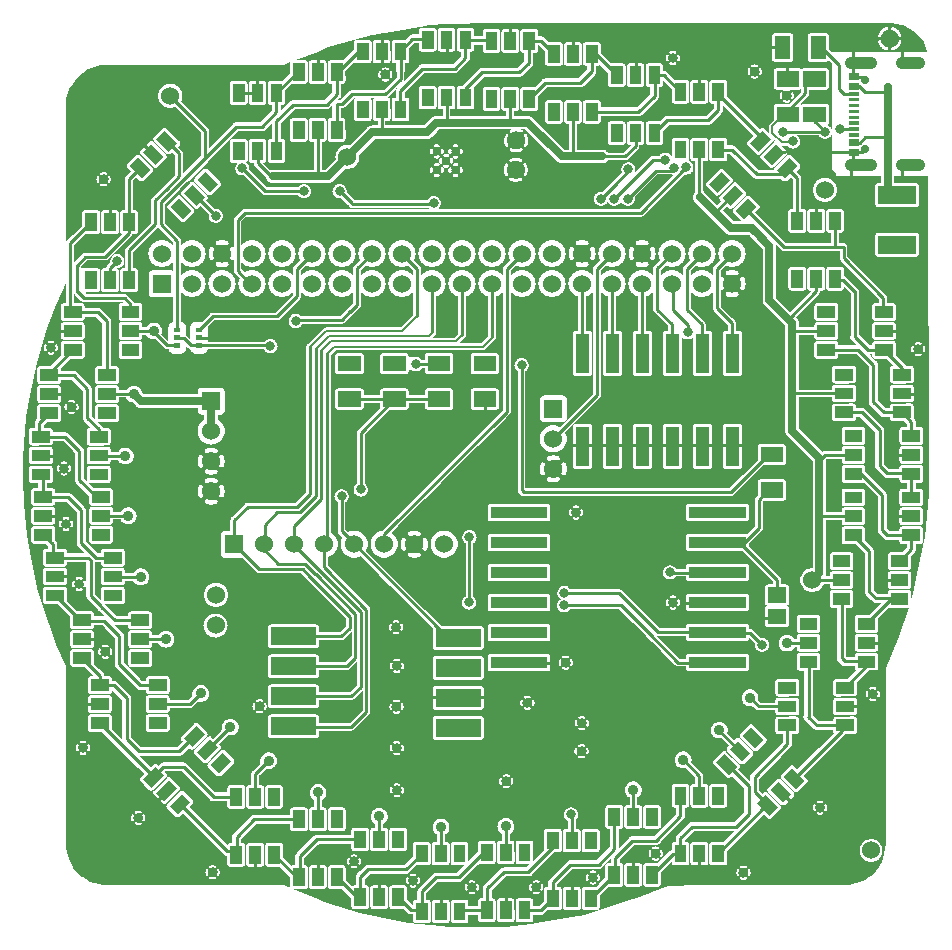
<source format=gbr>
G04 start of page 2 for group 0 idx 0 *
G04 Title: (unknown), top *
G04 Creator: pcb 4.2.0 *
G04 CreationDate: Fri Feb 14 02:49:43 2020 UTC *
G04 For: blinken *
G04 Format: Gerber/RS-274X *
G04 PCB-Dimensions (mm): 90.16 90.16 *
G04 PCB-Coordinate-Origin: lower left *
%MOMM*%
%FSLAX43Y43*%
%LNTOP*%
%ADD28C,0.600*%
%ADD27C,0.300*%
%ADD26C,0.965*%
%ADD25C,0.889*%
%ADD24C,0.400*%
%ADD23C,0.508*%
%ADD22C,2.646*%
%ADD21C,0.800*%
%ADD20C,0.914*%
%ADD19C,3.730*%
%ADD18C,1.000*%
%ADD17C,0.700*%
%ADD16C,1.524*%
%ADD15C,0.200*%
%ADD14C,0.635*%
%ADD13C,0.250*%
%ADD12C,0.254*%
%ADD11C,0.002*%
G54D11*G36*
X75572Y88364D02*X76116Y88219D01*
X77127Y87701D01*
X77891Y86813D01*
X78213Y85960D01*
X75572D01*
Y86257D01*
X75635Y86300D01*
X75706Y86359D01*
X75771Y86424D01*
X75830Y86495D01*
X75883Y86571D01*
X75928Y86652D01*
X75966Y86736D01*
X75996Y86823D01*
X76000Y86843D01*
X76001Y86863D01*
X75999Y86883D01*
X75994Y86903D01*
X75985Y86921D01*
X75974Y86938D01*
X75961Y86953D01*
X75945Y86965D01*
X75928Y86975D01*
X75909Y86983D01*
X75889Y86987D01*
X75869Y86988D01*
X75849Y86986D01*
X75830Y86980D01*
X75812Y86972D01*
X75795Y86961D01*
X75780Y86948D01*
X75767Y86932D01*
X75757Y86914D01*
X75750Y86896D01*
X75729Y86830D01*
X75700Y86767D01*
X75666Y86706D01*
X75627Y86649D01*
X75583Y86596D01*
X75572Y86586D01*
Y87634D01*
X75583Y87624D01*
X75627Y87571D01*
X75666Y87514D01*
X75700Y87453D01*
X75729Y87390D01*
X75751Y87325D01*
X75758Y87306D01*
X75768Y87289D01*
X75780Y87273D01*
X75795Y87260D01*
X75812Y87249D01*
X75830Y87241D01*
X75849Y87235D01*
X75869Y87233D01*
X75889Y87234D01*
X75909Y87238D01*
X75928Y87246D01*
X75945Y87256D01*
X75960Y87268D01*
X75974Y87283D01*
X75985Y87300D01*
X75993Y87318D01*
X75998Y87337D01*
X76000Y87357D01*
X75999Y87377D01*
X75995Y87396D01*
X75966Y87484D01*
X75928Y87568D01*
X75883Y87649D01*
X75830Y87725D01*
X75771Y87796D01*
X75706Y87861D01*
X75635Y87920D01*
X75572Y87963D01*
Y88364D01*
G37*
G36*
X74468Y88453D02*X75241D01*
X75572Y88364D01*
Y87963D01*
X75559Y87973D01*
X75478Y88018D01*
X75394Y88056D01*
X75307Y88086D01*
X75287Y88090D01*
X75267Y88091D01*
X75247Y88089D01*
X75227Y88084D01*
X75209Y88076D01*
X75192Y88065D01*
X75177Y88051D01*
X75165Y88035D01*
X75155Y88018D01*
X75148Y87999D01*
X75143Y87980D01*
X75142Y87959D01*
X75145Y87939D01*
X75150Y87920D01*
X75158Y87902D01*
X75169Y87885D01*
X75183Y87870D01*
X75198Y87857D01*
X75216Y87847D01*
X75235Y87840D01*
X75300Y87819D01*
X75363Y87790D01*
X75424Y87756D01*
X75481Y87717D01*
X75534Y87673D01*
X75572Y87634D01*
Y86586D01*
X75534Y86547D01*
X75481Y86503D01*
X75424Y86464D01*
X75363Y86430D01*
X75300Y86401D01*
X75235Y86379D01*
X75216Y86372D01*
X75199Y86362D01*
X75183Y86350D01*
X75170Y86335D01*
X75159Y86318D01*
X75151Y86300D01*
X75145Y86281D01*
X75143Y86261D01*
X75144Y86241D01*
X75148Y86221D01*
X75155Y86203D01*
X75165Y86185D01*
X75178Y86170D01*
X75193Y86156D01*
X75210Y86145D01*
X75228Y86137D01*
X75247Y86132D01*
X75267Y86130D01*
X75287Y86131D01*
X75306Y86135D01*
X75394Y86164D01*
X75478Y86202D01*
X75559Y86247D01*
X75572Y86257D01*
Y85960D01*
X74468D01*
Y86257D01*
X74481Y86247D01*
X74562Y86202D01*
X74646Y86164D01*
X74733Y86134D01*
X74753Y86130D01*
X74773Y86129D01*
X74793Y86131D01*
X74813Y86136D01*
X74831Y86145D01*
X74848Y86156D01*
X74863Y86169D01*
X74875Y86185D01*
X74885Y86202D01*
X74892Y86221D01*
X74897Y86241D01*
X74898Y86261D01*
X74895Y86281D01*
X74890Y86300D01*
X74882Y86319D01*
X74871Y86335D01*
X74857Y86350D01*
X74842Y86363D01*
X74824Y86373D01*
X74805Y86380D01*
X74740Y86401D01*
X74677Y86430D01*
X74616Y86464D01*
X74559Y86503D01*
X74506Y86547D01*
X74468Y86586D01*
Y87634D01*
X74506Y87673D01*
X74559Y87717D01*
X74616Y87756D01*
X74677Y87790D01*
X74740Y87819D01*
X74805Y87841D01*
X74824Y87848D01*
X74841Y87858D01*
X74857Y87870D01*
X74870Y87885D01*
X74881Y87902D01*
X74889Y87920D01*
X74895Y87940D01*
X74897Y87959D01*
X74896Y87979D01*
X74892Y87999D01*
X74885Y88018D01*
X74875Y88035D01*
X74862Y88051D01*
X74847Y88064D01*
X74830Y88075D01*
X74812Y88083D01*
X74793Y88088D01*
X74773Y88090D01*
X74753Y88089D01*
X74734Y88085D01*
X74646Y88056D01*
X74562Y88018D01*
X74481Y87973D01*
X74468Y87963D01*
Y88453D01*
G37*
G36*
X73437D02*X74468D01*
Y87963D01*
X74405Y87920D01*
X74334Y87861D01*
X74269Y87796D01*
X74210Y87725D01*
X74157Y87649D01*
X74112Y87568D01*
X74074Y87484D01*
X74044Y87397D01*
X74040Y87377D01*
X74039Y87357D01*
X74041Y87337D01*
X74046Y87318D01*
X74055Y87299D01*
X74066Y87282D01*
X74079Y87267D01*
X74095Y87255D01*
X74112Y87245D01*
X74131Y87238D01*
X74151Y87234D01*
X74171Y87233D01*
X74191Y87235D01*
X74210Y87240D01*
X74228Y87248D01*
X74245Y87259D01*
X74260Y87273D01*
X74273Y87288D01*
X74283Y87306D01*
X74290Y87325D01*
X74311Y87390D01*
X74340Y87453D01*
X74374Y87514D01*
X74413Y87571D01*
X74457Y87624D01*
X74468Y87634D01*
Y86586D01*
X74457Y86596D01*
X74413Y86649D01*
X74374Y86706D01*
X74340Y86767D01*
X74311Y86830D01*
X74289Y86895D01*
X74282Y86914D01*
X74272Y86931D01*
X74260Y86947D01*
X74245Y86960D01*
X74228Y86971D01*
X74210Y86980D01*
X74191Y86985D01*
X74171Y86987D01*
X74151Y86986D01*
X74131Y86982D01*
X74112Y86975D01*
X74095Y86965D01*
X74080Y86952D01*
X74066Y86937D01*
X74055Y86921D01*
X74047Y86902D01*
X74042Y86883D01*
X74040Y86863D01*
X74041Y86843D01*
X74045Y86824D01*
X74074Y86736D01*
X74112Y86652D01*
X74157Y86571D01*
X74210Y86495D01*
X74269Y86424D01*
X74334Y86359D01*
X74405Y86300D01*
X74468Y86257D01*
Y85960D01*
X73437D01*
Y88453D01*
G37*
G36*
X74072Y38043D02*X74970Y38942D01*
X74984Y38933D01*
X75021Y38918D01*
X75060Y38908D01*
X75100Y38906D01*
X76613Y38908D01*
X75716Y36256D01*
X74700Y33810D01*
X74686Y18899D01*
X74531Y18107D01*
X74394Y17408D01*
X74072Y16956D01*
Y17648D01*
X74121Y17691D01*
X74219Y17806D01*
X74299Y17935D01*
X74357Y18075D01*
X74392Y18222D01*
X74401Y18373D01*
X74392Y18524D01*
X74357Y18671D01*
X74299Y18811D01*
X74219Y18940D01*
X74121Y19055D01*
X74072Y19097D01*
Y31334D01*
X74077Y31335D01*
X74092Y31340D01*
X74106Y31347D01*
X74119Y31356D01*
X74130Y31368D01*
X74139Y31380D01*
X74146Y31395D01*
X74166Y31449D01*
X74180Y31505D01*
X74188Y31562D01*
X74191Y31620D01*
X74188Y31678D01*
X74180Y31735D01*
X74166Y31791D01*
X74147Y31846D01*
X74140Y31860D01*
X74130Y31873D01*
X74119Y31884D01*
X74107Y31894D01*
X74093Y31901D01*
X74078Y31906D01*
X74072Y31907D01*
Y38043D01*
G37*
G36*
Y16956D02*X73682Y16410D01*
X73512Y16289D01*
Y16289D01*
X73437Y16235D01*
Y17408D01*
X73439Y17408D01*
X73590Y17420D01*
X73737Y17455D01*
X73877Y17513D01*
X74006Y17592D01*
X74072Y17648D01*
Y16956D01*
G37*
G36*
X73437Y36808D02*X73840Y36808D01*
X73879Y36818D01*
X73916Y36833D01*
X73950Y36854D01*
X73980Y36880D01*
X74006Y36910D01*
X74027Y36944D01*
X74042Y36981D01*
X74052Y37020D01*
X74054Y37060D01*
X74052Y38023D01*
X74072Y38043D01*
Y31907D01*
X74062Y31908D01*
X74046Y31909D01*
X74031Y31906D01*
X74015Y31901D01*
X74001Y31894D01*
X73988Y31885D01*
X73977Y31874D01*
X73968Y31861D01*
X73961Y31847D01*
X73956Y31832D01*
X73953Y31817D01*
X73953Y31801D01*
X73955Y31785D01*
X73960Y31770D01*
X73973Y31734D01*
X73983Y31697D01*
X73988Y31659D01*
X73990Y31620D01*
X73988Y31582D01*
X73983Y31543D01*
X73973Y31506D01*
X73961Y31470D01*
X73956Y31455D01*
X73953Y31439D01*
X73953Y31424D01*
X73956Y31408D01*
X73961Y31393D01*
X73968Y31379D01*
X73978Y31366D01*
X73989Y31355D01*
X74002Y31346D01*
X74016Y31339D01*
X74031Y31334D01*
X74046Y31332D01*
X74062Y31332D01*
X74072Y31334D01*
Y19097D01*
X74006Y19154D01*
X73877Y19233D01*
X73737Y19291D01*
X73590Y19326D01*
X73439Y19338D01*
X73437Y19338D01*
Y31040D01*
X73475Y31031D01*
X73532Y31022D01*
X73590Y31019D01*
X73648Y31022D01*
X73705Y31031D01*
X73761Y31044D01*
X73816Y31063D01*
X73830Y31070D01*
X73843Y31080D01*
X73854Y31091D01*
X73864Y31103D01*
X73871Y31118D01*
X73876Y31133D01*
X73878Y31148D01*
X73878Y31164D01*
X73876Y31180D01*
X73871Y31195D01*
X73864Y31209D01*
X73855Y31222D01*
X73844Y31233D01*
X73831Y31242D01*
X73817Y31250D01*
X73802Y31255D01*
X73787Y31257D01*
X73771Y31257D01*
X73755Y31255D01*
X73740Y31250D01*
X73704Y31237D01*
X73667Y31228D01*
X73628Y31222D01*
X73590Y31220D01*
X73552Y31222D01*
X73513Y31228D01*
X73476Y31237D01*
X73440Y31249D01*
X73437Y31250D01*
Y31989D01*
X73440Y31990D01*
X73476Y32004D01*
X73513Y32013D01*
X73552Y32018D01*
X73590Y32020D01*
X73628Y32018D01*
X73667Y32013D01*
X73704Y32004D01*
X73740Y31991D01*
X73755Y31986D01*
X73771Y31983D01*
X73787Y31983D01*
X73802Y31986D01*
X73817Y31991D01*
X73831Y31998D01*
X73844Y32008D01*
X73855Y32019D01*
X73864Y32032D01*
X73871Y32046D01*
X73876Y32061D01*
X73878Y32076D01*
X73878Y32092D01*
X73875Y32108D01*
X73870Y32122D01*
X73863Y32136D01*
X73854Y32149D01*
X73843Y32160D01*
X73830Y32169D01*
X73816Y32176D01*
X73761Y32196D01*
X73705Y32210D01*
X73648Y32218D01*
X73590Y32221D01*
X73532Y32218D01*
X73475Y32210D01*
X73437Y32200D01*
Y33608D01*
X73840Y33608D01*
X73879Y33618D01*
X73916Y33633D01*
X73950Y33654D01*
X73980Y33680D01*
X74006Y33710D01*
X74027Y33744D01*
X74042Y33781D01*
X74052Y33820D01*
X74054Y33860D01*
X74052Y34900D01*
X74042Y34939D01*
X74027Y34976D01*
X74006Y35010D01*
X73980Y35040D01*
X73950Y35066D01*
X73916Y35087D01*
X73879Y35102D01*
X73840Y35112D01*
X73800Y35114D01*
X73437Y35114D01*
Y35208D01*
X73840Y35208D01*
X73879Y35218D01*
X73916Y35233D01*
X73950Y35254D01*
X73980Y35280D01*
X74006Y35310D01*
X74027Y35344D01*
X74042Y35381D01*
X74052Y35420D01*
X74054Y35460D01*
X74052Y36500D01*
X74042Y36539D01*
X74027Y36576D01*
X74006Y36610D01*
X73980Y36640D01*
X73950Y36666D01*
X73916Y36687D01*
X73879Y36702D01*
X73840Y36712D01*
X73800Y36714D01*
X73437Y36714D01*
Y36808D01*
G37*
G36*
Y39603D02*X73583Y39457D01*
X73593Y39445D01*
X73639Y39407D01*
X73690Y39375D01*
X73745Y39352D01*
X73803Y39338D01*
X73863Y39334D01*
X73878Y39335D01*
X74286D01*
X73437Y38486D01*
Y39603D01*
G37*
G36*
X75850Y54707D02*X76240Y54708D01*
X76479Y54468D01*
Y54212D01*
X76060Y54212D01*
X76021Y54202D01*
X75984Y54187D01*
X75950Y54166D01*
X75920Y54140D01*
X75894Y54110D01*
X75873Y54076D01*
X75858Y54039D01*
X75850Y54007D01*
Y54707D01*
G37*
G36*
Y49713D02*X75858Y49681D01*
X75873Y49644D01*
X75894Y49610D01*
X75920Y49580D01*
X75950Y49554D01*
X75984Y49533D01*
X76021Y49518D01*
X76060Y49508D01*
X76100Y49506D01*
X76469Y49507D01*
Y49012D01*
X76060Y49012D01*
X76021Y49002D01*
X75984Y48987D01*
X75950Y48966D01*
X75920Y48940D01*
X75894Y48910D01*
X75873Y48876D01*
X75858Y48839D01*
X75850Y48807D01*
Y49713D01*
G37*
G36*
Y44513D02*X75858Y44481D01*
X75873Y44444D01*
X75894Y44410D01*
X75920Y44380D01*
X75950Y44354D01*
X75984Y44333D01*
X76021Y44318D01*
X76060Y44308D01*
X76100Y44306D01*
X76469Y44307D01*
Y44018D01*
X76064Y43613D01*
X75850Y43613D01*
Y44513D01*
G37*
G36*
X77922Y75460D02*X78282D01*
X78362Y50368D01*
X78315Y48609D01*
X77982Y44861D01*
X77922Y44565D01*
Y60534D01*
X77927Y60535D01*
X77942Y60540D01*
X77956Y60547D01*
X77969Y60556D01*
X77980Y60568D01*
X77989Y60580D01*
X77996Y60595D01*
X78016Y60649D01*
X78030Y60705D01*
X78038Y60762D01*
X78041Y60820D01*
X78038Y60878D01*
X78030Y60935D01*
X78016Y60991D01*
X77997Y61046D01*
X77990Y61060D01*
X77980Y61073D01*
X77969Y61084D01*
X77957Y61094D01*
X77943Y61101D01*
X77928Y61106D01*
X77922Y61107D01*
Y75460D01*
G37*
G36*
X77440Y72942D02*X77456Y72960D01*
X77477Y72994D01*
X77492Y73031D01*
X77502Y73070D01*
X77504Y73110D01*
X77502Y74650D01*
X77492Y74689D01*
X77477Y74726D01*
X77456Y74760D01*
X77440Y74778D01*
Y75460D01*
X77922D01*
Y61107D01*
X77912Y61108D01*
X77896Y61109D01*
X77881Y61106D01*
X77865Y61101D01*
X77851Y61094D01*
X77838Y61085D01*
X77827Y61074D01*
X77818Y61061D01*
X77811Y61047D01*
X77806Y61032D01*
X77803Y61017D01*
X77803Y61001D01*
X77805Y60985D01*
X77810Y60970D01*
X77823Y60934D01*
X77833Y60897D01*
X77838Y60859D01*
X77840Y60820D01*
X77838Y60782D01*
X77833Y60743D01*
X77823Y60706D01*
X77811Y60670D01*
X77806Y60655D01*
X77803Y60639D01*
X77803Y60624D01*
X77806Y60608D01*
X77811Y60593D01*
X77818Y60579D01*
X77828Y60566D01*
X77839Y60555D01*
X77852Y60546D01*
X77866Y60539D01*
X77881Y60534D01*
X77896Y60532D01*
X77912Y60532D01*
X77922Y60534D01*
Y44565D01*
X77440Y42188D01*
Y44308D01*
X77640Y44308D01*
X77679Y44318D01*
X77716Y44333D01*
X77750Y44354D01*
X77780Y44380D01*
X77806Y44410D01*
X77827Y44444D01*
X77842Y44481D01*
X77852Y44520D01*
X77854Y44560D01*
X77852Y45600D01*
X77842Y45639D01*
X77827Y45676D01*
X77806Y45710D01*
X77780Y45740D01*
X77750Y45766D01*
X77716Y45787D01*
X77679Y45802D01*
X77640Y45812D01*
X77600Y45814D01*
X77440Y45814D01*
Y45908D01*
X77640Y45908D01*
X77679Y45918D01*
X77716Y45933D01*
X77750Y45954D01*
X77780Y45980D01*
X77806Y46010D01*
X77827Y46044D01*
X77842Y46081D01*
X77852Y46120D01*
X77854Y46160D01*
X77852Y47200D01*
X77842Y47239D01*
X77827Y47276D01*
X77806Y47310D01*
X77780Y47340D01*
X77750Y47366D01*
X77716Y47387D01*
X77679Y47402D01*
X77640Y47412D01*
X77600Y47414D01*
X77440Y47414D01*
Y47508D01*
X77640Y47508D01*
X77679Y47518D01*
X77716Y47533D01*
X77750Y47554D01*
X77780Y47580D01*
X77806Y47610D01*
X77827Y47644D01*
X77842Y47681D01*
X77852Y47720D01*
X77854Y47760D01*
X77852Y48800D01*
X77842Y48839D01*
X77827Y48876D01*
X77806Y48910D01*
X77780Y48940D01*
X77750Y48966D01*
X77716Y48987D01*
X77679Y49002D01*
X77640Y49012D01*
X77600Y49014D01*
X77440Y49014D01*
Y49508D01*
X77640Y49508D01*
X77679Y49518D01*
X77716Y49533D01*
X77750Y49554D01*
X77780Y49580D01*
X77806Y49610D01*
X77827Y49644D01*
X77842Y49681D01*
X77852Y49720D01*
X77854Y49760D01*
X77852Y50800D01*
X77842Y50839D01*
X77827Y50876D01*
X77806Y50910D01*
X77780Y50940D01*
X77750Y50966D01*
X77716Y50987D01*
X77679Y51002D01*
X77640Y51012D01*
X77600Y51014D01*
X77440Y51014D01*
Y51108D01*
X77640Y51108D01*
X77679Y51118D01*
X77716Y51133D01*
X77750Y51154D01*
X77780Y51180D01*
X77806Y51210D01*
X77827Y51244D01*
X77842Y51281D01*
X77852Y51320D01*
X77854Y51360D01*
X77852Y52400D01*
X77842Y52439D01*
X77827Y52476D01*
X77806Y52510D01*
X77780Y52540D01*
X77750Y52566D01*
X77716Y52587D01*
X77679Y52602D01*
X77640Y52612D01*
X77600Y52614D01*
X77440Y52614D01*
Y52708D01*
X77640Y52708D01*
X77679Y52718D01*
X77716Y52733D01*
X77750Y52754D01*
X77780Y52780D01*
X77806Y52810D01*
X77827Y52844D01*
X77842Y52881D01*
X77852Y52920D01*
X77854Y52960D01*
X77852Y54000D01*
X77842Y54039D01*
X77827Y54076D01*
X77806Y54110D01*
X77780Y54140D01*
X77750Y54166D01*
X77716Y54187D01*
X77679Y54202D01*
X77640Y54212D01*
X77600Y54214D01*
X77440Y54214D01*
Y60219D01*
X77498Y60222D01*
X77555Y60231D01*
X77611Y60244D01*
X77666Y60263D01*
X77680Y60270D01*
X77693Y60280D01*
X77704Y60291D01*
X77714Y60303D01*
X77721Y60318D01*
X77726Y60333D01*
X77728Y60348D01*
X77728Y60364D01*
X77726Y60380D01*
X77721Y60395D01*
X77714Y60409D01*
X77705Y60422D01*
X77694Y60433D01*
X77681Y60442D01*
X77667Y60450D01*
X77652Y60455D01*
X77637Y60457D01*
X77621Y60457D01*
X77605Y60455D01*
X77590Y60450D01*
X77554Y60437D01*
X77517Y60428D01*
X77478Y60422D01*
X77440Y60420D01*
Y61220D01*
X77478Y61218D01*
X77517Y61213D01*
X77554Y61204D01*
X77590Y61191D01*
X77605Y61186D01*
X77621Y61183D01*
X77637Y61183D01*
X77652Y61186D01*
X77667Y61191D01*
X77681Y61198D01*
X77694Y61208D01*
X77705Y61219D01*
X77714Y61232D01*
X77721Y61246D01*
X77726Y61261D01*
X77728Y61276D01*
X77728Y61292D01*
X77725Y61308D01*
X77720Y61322D01*
X77713Y61336D01*
X77704Y61349D01*
X77693Y61360D01*
X77680Y61369D01*
X77666Y61376D01*
X77611Y61396D01*
X77555Y61410D01*
X77498Y61418D01*
X77440Y61421D01*
Y68742D01*
X77456Y68760D01*
X77477Y68794D01*
X77492Y68831D01*
X77502Y68870D01*
X77504Y68910D01*
X77502Y70450D01*
X77492Y70489D01*
X77477Y70526D01*
X77456Y70560D01*
X77440Y70578D01*
Y72942D01*
G37*
G36*
Y54214D02*X77241Y54214D01*
Y54611D01*
X77243Y54626D01*
X77238Y54685D01*
X77224Y54744D01*
X77201Y54799D01*
X77170Y54850D01*
X77131Y54896D01*
X77119Y54905D01*
X77054Y54971D01*
X77052Y56000D01*
X77042Y56039D01*
X77027Y56076D01*
X77006Y56110D01*
X76980Y56140D01*
X76958Y56159D01*
Y56361D01*
X76980Y56380D01*
X77006Y56410D01*
X77027Y56444D01*
X77042Y56481D01*
X77052Y56520D01*
X77054Y56560D01*
X77052Y57600D01*
X77042Y57639D01*
X77027Y57676D01*
X77006Y57710D01*
X76980Y57740D01*
X76958Y57759D01*
Y57961D01*
X76980Y57980D01*
X77006Y58010D01*
X77027Y58044D01*
X77042Y58081D01*
X77052Y58120D01*
X77054Y58160D01*
X77052Y59200D01*
X77042Y59239D01*
X77027Y59276D01*
X77006Y59310D01*
X76980Y59340D01*
X76958Y59359D01*
Y60533D01*
X76968Y60532D01*
X76984Y60532D01*
X76999Y60534D01*
X77015Y60539D01*
X77029Y60546D01*
X77042Y60555D01*
X77053Y60566D01*
X77062Y60579D01*
X77069Y60593D01*
X77074Y60608D01*
X77077Y60623D01*
X77077Y60639D01*
X77075Y60655D01*
X77070Y60670D01*
X77057Y60706D01*
X77047Y60743D01*
X77042Y60782D01*
X77040Y60820D01*
X77042Y60859D01*
X77047Y60897D01*
X77057Y60934D01*
X77069Y60970D01*
X77074Y60985D01*
X77077Y61001D01*
X77077Y61017D01*
X77074Y61032D01*
X77069Y61047D01*
X77062Y61061D01*
X77052Y61074D01*
X77041Y61085D01*
X77028Y61094D01*
X77014Y61101D01*
X76999Y61106D01*
X76984Y61108D01*
X76968Y61108D01*
X76958Y61106D01*
Y68658D01*
X77290Y68658D01*
X77329Y68668D01*
X77366Y68683D01*
X77400Y68704D01*
X77430Y68730D01*
X77440Y68742D01*
Y61421D01*
X77440Y61421D01*
X77382Y61418D01*
X77325Y61410D01*
X77269Y61396D01*
X77214Y61377D01*
X77200Y61370D01*
X77187Y61361D01*
X77176Y61349D01*
X77166Y61337D01*
X77159Y61323D01*
X77154Y61308D01*
X77152Y61292D01*
X77152Y61276D01*
X77154Y61261D01*
X77159Y61246D01*
X77166Y61231D01*
X77175Y61219D01*
X77186Y61207D01*
X77199Y61198D01*
X77213Y61191D01*
X77228Y61186D01*
X77243Y61183D01*
X77259Y61183D01*
X77275Y61185D01*
X77290Y61190D01*
X77326Y61204D01*
X77363Y61213D01*
X77402Y61218D01*
X77440Y61220D01*
X77440Y61220D01*
Y60420D01*
X77440Y60420D01*
X77402Y60422D01*
X77363Y60428D01*
X77326Y60437D01*
X77290Y60449D01*
X77275Y60454D01*
X77259Y60457D01*
X77243Y60457D01*
X77228Y60454D01*
X77213Y60449D01*
X77199Y60442D01*
X77186Y60433D01*
X77175Y60421D01*
X77166Y60409D01*
X77159Y60394D01*
X77154Y60379D01*
X77152Y60364D01*
X77152Y60348D01*
X77155Y60333D01*
X77160Y60318D01*
X77167Y60304D01*
X77176Y60291D01*
X77187Y60280D01*
X77200Y60271D01*
X77214Y60264D01*
X77269Y60244D01*
X77325Y60231D01*
X77382Y60222D01*
X77440Y60219D01*
X77440Y60219D01*
Y54214D01*
G37*
G36*
X76958Y59359D02*X76950Y59366D01*
X76916Y59387D01*
X76879Y59402D01*
X76840Y59412D01*
X76800Y59414D01*
X76412Y59414D01*
X76382Y59462D01*
X76343Y59507D01*
X76332Y59517D01*
X75850Y59999D01*
Y68657D01*
X76958Y68658D01*
Y61106D01*
X76953Y61105D01*
X76938Y61100D01*
X76924Y61093D01*
X76911Y61084D01*
X76900Y61073D01*
X76891Y61060D01*
X76884Y61046D01*
X76864Y60991D01*
X76850Y60935D01*
X76842Y60878D01*
X76839Y60820D01*
X76842Y60762D01*
X76850Y60705D01*
X76864Y60649D01*
X76883Y60594D01*
X76890Y60580D01*
X76900Y60567D01*
X76911Y60556D01*
X76923Y60547D01*
X76937Y60539D01*
X76952Y60534D01*
X76958Y60533D01*
Y59359D01*
G37*
G36*
Y57759D02*X76950Y57766D01*
X76916Y57787D01*
X76879Y57802D01*
X76840Y57812D01*
X76800Y57814D01*
X75850Y57813D01*
Y57907D01*
X76840Y57908D01*
X76879Y57918D01*
X76916Y57933D01*
X76950Y57954D01*
X76958Y57961D01*
Y57759D01*
G37*
G36*
Y56159D02*X76950Y56166D01*
X76916Y56187D01*
X76879Y56202D01*
X76840Y56212D01*
X76800Y56214D01*
X75850Y56213D01*
Y56307D01*
X76840Y56308D01*
X76879Y56318D01*
X76916Y56333D01*
X76950Y56354D01*
X76958Y56361D01*
Y56159D01*
G37*
G36*
X77440Y52614D02*X76060Y52612D01*
X76021Y52602D01*
X75984Y52587D01*
X75950Y52566D01*
X75920Y52540D01*
X75894Y52510D01*
X75873Y52476D01*
X75858Y52439D01*
X75850Y52407D01*
Y52913D01*
X75858Y52881D01*
X75873Y52844D01*
X75894Y52810D01*
X75920Y52780D01*
X75950Y52754D01*
X75984Y52733D01*
X76021Y52718D01*
X76060Y52708D01*
X76100Y52706D01*
X77440Y52708D01*
Y52614D01*
G37*
G36*
Y51014D02*X76060Y51012D01*
X76021Y51002D01*
X75984Y50987D01*
X75950Y50966D01*
X75920Y50940D01*
X75894Y50910D01*
X75873Y50876D01*
X75858Y50839D01*
X75850Y50807D01*
Y51313D01*
X75858Y51281D01*
X75873Y51244D01*
X75894Y51210D01*
X75920Y51180D01*
X75950Y51154D01*
X75984Y51133D01*
X76021Y51118D01*
X76060Y51108D01*
X76100Y51106D01*
X77440Y51108D01*
Y51014D01*
G37*
G36*
Y49014D02*X77231Y49014D01*
Y49508D01*
X77440Y49508D01*
Y49014D01*
G37*
G36*
Y47414D02*X76060Y47412D01*
X76021Y47402D01*
X75984Y47387D01*
X75950Y47366D01*
X75920Y47340D01*
X75894Y47310D01*
X75873Y47276D01*
X75858Y47239D01*
X75850Y47207D01*
Y47713D01*
X75858Y47681D01*
X75873Y47644D01*
X75894Y47610D01*
X75920Y47580D01*
X75950Y47554D01*
X75984Y47533D01*
X76021Y47518D01*
X76060Y47508D01*
X76100Y47506D01*
X77440Y47508D01*
Y47414D01*
G37*
G36*
Y45814D02*X76060Y45812D01*
X76021Y45802D01*
X75984Y45787D01*
X75950Y45766D01*
X75920Y45740D01*
X75894Y45710D01*
X75873Y45676D01*
X75858Y45639D01*
X75850Y45607D01*
Y46113D01*
X75858Y46081D01*
X75873Y46044D01*
X75894Y46010D01*
X75920Y45980D01*
X75950Y45954D01*
X75984Y45933D01*
X76021Y45918D01*
X76060Y45908D01*
X76100Y45906D01*
X77440Y45908D01*
Y45814D01*
G37*
G36*
Y42188D02*X77020Y40115D01*
X76853Y39620D01*
X76852Y40200D01*
X76842Y40239D01*
X76827Y40276D01*
X76806Y40310D01*
X76780Y40340D01*
X76750Y40366D01*
X76716Y40387D01*
X76679Y40402D01*
X76640Y40412D01*
X76600Y40414D01*
X75850Y40413D01*
Y40507D01*
X76640Y40508D01*
X76679Y40518D01*
X76716Y40533D01*
X76750Y40554D01*
X76780Y40580D01*
X76806Y40610D01*
X76827Y40644D01*
X76842Y40681D01*
X76852Y40720D01*
X76854Y40760D01*
X76852Y41800D01*
X76842Y41839D01*
X76827Y41876D01*
X76806Y41910D01*
X76780Y41940D01*
X76750Y41966D01*
X76716Y41987D01*
X76679Y42002D01*
X76640Y42012D01*
X76600Y42014D01*
X75850Y42013D01*
Y42107D01*
X76640Y42108D01*
X76679Y42118D01*
X76716Y42133D01*
X76750Y42154D01*
X76780Y42180D01*
X76806Y42210D01*
X76827Y42244D01*
X76842Y42281D01*
X76852Y42320D01*
X76854Y42360D01*
X76852Y43323D01*
X77109Y43580D01*
X77120Y43590D01*
X77159Y43635D01*
X77159Y43635D01*
X77191Y43687D01*
X77213Y43742D01*
X77227Y43800D01*
X77232Y43860D01*
X77231Y43875D01*
Y44308D01*
X77440Y44308D01*
Y42188D01*
G37*
G36*
Y74778D02*X77430Y74790D01*
X77400Y74816D01*
X77366Y74837D01*
X77329Y74852D01*
X77290Y74862D01*
X77250Y74864D01*
X75850Y74863D01*
Y75460D01*
X77440D01*
Y74778D01*
G37*
G36*
X75850Y72857D02*X77290Y72858D01*
X77329Y72868D01*
X77366Y72883D01*
X77400Y72904D01*
X77430Y72930D01*
X77440Y72942D01*
Y70578D01*
X77430Y70590D01*
X77400Y70616D01*
X77366Y70637D01*
X77329Y70652D01*
X77290Y70662D01*
X77250Y70664D01*
X75850Y70663D01*
Y72857D01*
G37*
G36*
Y56213D02*X75260Y56212D01*
X75221Y56202D01*
X75184Y56187D01*
X75150Y56166D01*
X75120Y56140D01*
X75094Y56110D01*
X75073Y56076D01*
X75058Y56039D01*
X75048Y56000D01*
X75046Y55960D01*
X75046Y55845D01*
X74656D01*
X74016Y56485D01*
Y59487D01*
X74017Y59502D01*
X74012Y59562D01*
X73998Y59620D01*
X73975Y59676D01*
X73944Y59727D01*
X73905Y59773D01*
X73893Y59782D01*
X73437Y60238D01*
Y60366D01*
X73548D01*
X73548Y60220D01*
X73558Y60181D01*
X73573Y60144D01*
X73594Y60110D01*
X73620Y60080D01*
X73650Y60054D01*
X73684Y60033D01*
X73721Y60018D01*
X73760Y60008D01*
X73800Y60006D01*
X74764Y60008D01*
X75359Y59412D01*
X75260Y59412D01*
X75221Y59402D01*
X75184Y59387D01*
X75150Y59366D01*
X75120Y59340D01*
X75094Y59310D01*
X75073Y59276D01*
X75058Y59239D01*
X75048Y59200D01*
X75046Y59160D01*
X75048Y58120D01*
X75058Y58081D01*
X75073Y58044D01*
X75094Y58010D01*
X75120Y57980D01*
X75150Y57954D01*
X75184Y57933D01*
X75221Y57918D01*
X75260Y57908D01*
X75300Y57906D01*
X75850Y57907D01*
Y57813D01*
X75260Y57812D01*
X75221Y57802D01*
X75184Y57787D01*
X75150Y57766D01*
X75120Y57740D01*
X75094Y57710D01*
X75073Y57676D01*
X75058Y57639D01*
X75048Y57600D01*
X75046Y57560D01*
X75048Y56520D01*
X75058Y56481D01*
X75073Y56444D01*
X75094Y56410D01*
X75120Y56380D01*
X75150Y56354D01*
X75184Y56333D01*
X75221Y56318D01*
X75260Y56308D01*
X75300Y56306D01*
X75850Y56307D01*
Y56213D01*
G37*
G36*
Y50807D02*X75848Y50800D01*
X75846Y50760D01*
X75846Y50688D01*
X74935D01*
X74549Y51075D01*
Y53950D01*
X74550Y53965D01*
X74545Y54025D01*
X74531Y54083D01*
X74509Y54139D01*
X74477Y54190D01*
X74438Y54235D01*
X74427Y54245D01*
X73437Y55235D01*
Y55986D01*
X74218Y55205D01*
X74228Y55193D01*
X74274Y55155D01*
X74325Y55123D01*
X74380Y55100D01*
X74438Y55086D01*
X74498Y55082D01*
X74513Y55083D01*
X75048D01*
X75048Y54920D01*
X75058Y54881D01*
X75073Y54844D01*
X75094Y54810D01*
X75120Y54780D01*
X75150Y54754D01*
X75184Y54733D01*
X75221Y54718D01*
X75260Y54708D01*
X75300Y54706D01*
X75850Y54707D01*
Y54007D01*
X75848Y54000D01*
X75846Y53960D01*
X75848Y52920D01*
X75850Y52913D01*
Y52407D01*
X75848Y52400D01*
X75846Y52360D01*
X75848Y51320D01*
X75850Y51313D01*
Y50807D01*
G37*
G36*
Y45607D02*X75848Y45600D01*
X75846Y45560D01*
X75846Y45456D01*
X74935D01*
X74752Y45639D01*
Y48489D01*
X74753Y48504D01*
X74749Y48564D01*
X74735Y48622D01*
X74712Y48678D01*
X74680Y48729D01*
X74641Y48774D01*
X74630Y48784D01*
X73437Y49977D01*
Y54157D01*
X73787Y53807D01*
Y50932D01*
X73786Y50917D01*
X73791Y50857D01*
X73805Y50799D01*
X73827Y50744D01*
X73859Y50692D01*
X73898Y50647D01*
X73909Y50637D01*
X74498Y50049D01*
X74507Y50037D01*
X74553Y49998D01*
X74604Y49967D01*
X74660Y49944D01*
X74718Y49930D01*
X74778Y49925D01*
X74793Y49926D01*
X75848D01*
X75848Y49720D01*
X75850Y49713D01*
Y48807D01*
X75848Y48800D01*
X75846Y48760D01*
X75848Y47720D01*
X75850Y47713D01*
Y47207D01*
X75848Y47200D01*
X75846Y47160D01*
X75848Y46120D01*
X75850Y46113D01*
Y45607D01*
G37*
G36*
Y40413D02*X75060Y40412D01*
X75021Y40402D01*
X74984Y40387D01*
X74950Y40366D01*
X74920Y40340D01*
X74894Y40310D01*
X74873Y40276D01*
X74858Y40239D01*
X74848Y40200D01*
X74846Y40160D01*
X74846Y40097D01*
X74021D01*
X73685Y40432D01*
Y43691D01*
X73687Y43706D01*
X73682Y43765D01*
X73668Y43824D01*
X73645Y43879D01*
X73614Y43930D01*
X73575Y43976D01*
X73563Y43986D01*
X73437Y44112D01*
Y48899D01*
X73990Y48346D01*
Y45496D01*
X73989Y45482D01*
X73994Y45422D01*
X74008Y45363D01*
X74031Y45308D01*
X74062Y45257D01*
X74101Y45211D01*
X74112Y45202D01*
X74498Y44816D01*
X74507Y44805D01*
X74553Y44766D01*
X74604Y44735D01*
X74660Y44712D01*
X74718Y44698D01*
X74778Y44693D01*
X74793Y44694D01*
X75848D01*
X75848Y44520D01*
X75850Y44513D01*
Y43613D01*
X75060Y43612D01*
X75021Y43602D01*
X74984Y43587D01*
X74950Y43566D01*
X74920Y43540D01*
X74894Y43510D01*
X74873Y43476D01*
X74858Y43439D01*
X74848Y43400D01*
X74846Y43360D01*
X74848Y42320D01*
X74858Y42281D01*
X74873Y42244D01*
X74894Y42210D01*
X74920Y42180D01*
X74950Y42154D01*
X74984Y42133D01*
X75021Y42118D01*
X75060Y42108D01*
X75100Y42106D01*
X75850Y42107D01*
Y42013D01*
X75060Y42012D01*
X75021Y42002D01*
X74984Y41987D01*
X74950Y41966D01*
X74920Y41940D01*
X74894Y41910D01*
X74873Y41876D01*
X74858Y41839D01*
X74848Y41800D01*
X74846Y41760D01*
X74848Y40720D01*
X74858Y40681D01*
X74873Y40644D01*
X74894Y40610D01*
X74920Y40580D01*
X74950Y40554D01*
X74984Y40533D01*
X75021Y40518D01*
X75060Y40508D01*
X75100Y40506D01*
X75850Y40507D01*
Y40413D01*
G37*
G36*
Y74863D02*X75422Y74863D01*
Y75460D01*
X75850D01*
Y74863D01*
G37*
G36*
X74550Y68656D02*X75441Y68657D01*
X75451Y68655D01*
X75610Y68642D01*
X75770Y68655D01*
X75781Y68657D01*
X75850Y68657D01*
Y59999D01*
X75554Y60295D01*
X75552Y61300D01*
X75542Y61339D01*
X75527Y61376D01*
X75506Y61410D01*
X75480Y61440D01*
X75450Y61466D01*
X75416Y61487D01*
X75379Y61502D01*
X75340Y61512D01*
X75300Y61514D01*
X74550Y61513D01*
Y61607D01*
X75340Y61608D01*
X75379Y61618D01*
X75416Y61633D01*
X75450Y61654D01*
X75480Y61680D01*
X75506Y61710D01*
X75527Y61744D01*
X75542Y61781D01*
X75552Y61820D01*
X75554Y61860D01*
X75552Y62900D01*
X75542Y62939D01*
X75527Y62976D01*
X75506Y63010D01*
X75480Y63040D01*
X75450Y63066D01*
X75416Y63087D01*
X75379Y63102D01*
X75340Y63112D01*
X75300Y63114D01*
X74550Y63113D01*
Y63207D01*
X75340Y63208D01*
X75379Y63218D01*
X75416Y63233D01*
X75450Y63254D01*
X75480Y63280D01*
X75506Y63310D01*
X75527Y63344D01*
X75542Y63381D01*
X75552Y63420D01*
X75554Y63460D01*
X75552Y64500D01*
X75542Y64539D01*
X75527Y64576D01*
X75506Y64610D01*
X75480Y64640D01*
X75450Y64666D01*
X75416Y64687D01*
X75379Y64702D01*
X75340Y64712D01*
X75300Y64714D01*
X74795Y64713D01*
Y65167D01*
X74796Y65180D01*
X74792Y65231D01*
X74792Y65231D01*
X74780Y65281D01*
X74760Y65328D01*
X74734Y65372D01*
X74734Y65372D01*
X74701Y65411D01*
X74691Y65419D01*
X74550Y65560D01*
Y68656D01*
G37*
G36*
Y72856D02*X75850Y72857D01*
Y70663D01*
X75790Y70663D01*
X75770Y70668D01*
X75610Y70680D01*
X75451Y70668D01*
X75429Y70663D01*
X74550Y70662D01*
Y72856D01*
G37*
G36*
Y61513D02*X73760Y61512D01*
X73721Y61502D01*
X73684Y61487D01*
X73650Y61466D01*
X73620Y61440D01*
X73594Y61410D01*
X73573Y61376D01*
X73558Y61339D01*
X73548Y61300D01*
X73546Y61260D01*
X73546Y61128D01*
X73437D01*
Y65753D01*
X74145Y65045D01*
Y64712D01*
X73760Y64712D01*
X73721Y64702D01*
X73684Y64687D01*
X73650Y64666D01*
X73620Y64640D01*
X73594Y64610D01*
X73573Y64576D01*
X73558Y64539D01*
X73548Y64500D01*
X73546Y64460D01*
X73548Y63420D01*
X73558Y63381D01*
X73573Y63344D01*
X73594Y63310D01*
X73620Y63280D01*
X73650Y63254D01*
X73684Y63233D01*
X73721Y63218D01*
X73760Y63208D01*
X73800Y63206D01*
X74550Y63207D01*
Y63113D01*
X73760Y63112D01*
X73721Y63102D01*
X73684Y63087D01*
X73650Y63066D01*
X73620Y63040D01*
X73594Y63010D01*
X73573Y62976D01*
X73558Y62939D01*
X73548Y62900D01*
X73546Y62860D01*
X73548Y61820D01*
X73558Y61781D01*
X73573Y61744D01*
X73594Y61710D01*
X73620Y61680D01*
X73650Y61654D01*
X73684Y61633D01*
X73721Y61618D01*
X73760Y61608D01*
X73800Y61606D01*
X74550Y61607D01*
Y61513D01*
G37*
G36*
X73437Y75460D02*X74278D01*
Y74862D01*
X74010Y74862D01*
X73971Y74852D01*
X73934Y74837D01*
X73900Y74816D01*
X73870Y74790D01*
X73844Y74760D01*
X73823Y74726D01*
X73808Y74689D01*
X73798Y74650D01*
X73796Y74610D01*
X73798Y73070D01*
X73808Y73031D01*
X73823Y72994D01*
X73844Y72960D01*
X73870Y72930D01*
X73900Y72904D01*
X73934Y72883D01*
X73971Y72868D01*
X74010Y72858D01*
X74050Y72856D01*
X74550Y72856D01*
Y70662D01*
X74010Y70662D01*
X73971Y70652D01*
X73934Y70637D01*
X73900Y70616D01*
X73870Y70590D01*
X73844Y70560D01*
X73823Y70526D01*
X73808Y70489D01*
X73798Y70450D01*
X73796Y70410D01*
X73798Y68870D01*
X73808Y68831D01*
X73823Y68794D01*
X73844Y68760D01*
X73870Y68730D01*
X73900Y68704D01*
X73934Y68683D01*
X73971Y68668D01*
X74010Y68658D01*
X74050Y68656D01*
X74550Y68656D01*
Y65560D01*
X73437Y66672D01*
Y75460D01*
G37*
G36*
Y60238D02*X73310Y60366D01*
X73437D01*
Y60238D01*
G37*
G36*
X8100Y63284D02*X8369Y63015D01*
Y59363D01*
X8100Y59362D01*
Y63284D01*
G37*
G36*
Y31607D02*X8940Y31608D01*
X8979Y31618D01*
X9016Y31633D01*
X9050Y31654D01*
X9080Y31680D01*
X9106Y31710D01*
X9127Y31744D01*
X9142Y31781D01*
X9152Y31820D01*
X9154Y31860D01*
X9154Y31994D01*
X9164D01*
X10058Y31100D01*
Y27843D01*
X10057Y27829D01*
X10060Y27789D01*
X9154Y28695D01*
X9152Y29700D01*
X9142Y29739D01*
X9127Y29776D01*
X9106Y29810D01*
X9080Y29840D01*
X9050Y29866D01*
X9016Y29887D01*
X8979Y29902D01*
X8940Y29912D01*
X8900Y29914D01*
X8100Y29913D01*
Y30007D01*
X8940Y30008D01*
X8979Y30018D01*
X9016Y30033D01*
X9050Y30054D01*
X9080Y30080D01*
X9106Y30110D01*
X9127Y30144D01*
X9142Y30181D01*
X9152Y30220D01*
X9154Y30260D01*
X9152Y31300D01*
X9142Y31339D01*
X9127Y31376D01*
X9106Y31410D01*
X9080Y31440D01*
X9050Y31466D01*
X9016Y31487D01*
X8979Y31502D01*
X8940Y31512D01*
X8900Y31514D01*
X8100Y31513D01*
Y31607D01*
G37*
G36*
Y38646D02*X8555Y38191D01*
X8534Y38193D01*
X8519Y38192D01*
X8100D01*
Y38646D01*
G37*
G36*
X19771Y76607D02*X19856Y76607D01*
X19856Y76607D01*
X19784Y76546D01*
X19771Y76530D01*
Y76607D01*
G37*
G36*
X21500Y84856D02*X23735Y84853D01*
X24240Y85087D01*
X24245Y85089D01*
X24238Y85060D01*
X24236Y85020D01*
X24237Y84186D01*
X23565Y83514D01*
X22560Y83512D01*
X22521Y83502D01*
X22484Y83487D01*
X22450Y83466D01*
X22420Y83440D01*
X22394Y83410D01*
X22373Y83376D01*
X22358Y83339D01*
X22348Y83300D01*
X22346Y83260D01*
X22348Y81720D01*
X22358Y81681D01*
X22373Y81644D01*
X22394Y81610D01*
X22420Y81580D01*
X22450Y81554D01*
X22484Y81533D01*
X22521Y81518D01*
X22560Y81508D01*
X22600Y81506D01*
X22719Y81506D01*
Y81018D01*
X21742Y80041D01*
X21500D01*
Y81507D01*
X22040Y81508D01*
X22079Y81518D01*
X22116Y81533D01*
X22150Y81554D01*
X22180Y81580D01*
X22206Y81610D01*
X22227Y81644D01*
X22242Y81681D01*
X22252Y81720D01*
X22254Y81760D01*
X22252Y83300D01*
X22242Y83339D01*
X22227Y83376D01*
X22206Y83410D01*
X22180Y83440D01*
X22150Y83466D01*
X22116Y83487D01*
X22079Y83502D01*
X22040Y83512D01*
X22000Y83514D01*
X21500Y83513D01*
Y84856D01*
G37*
G36*
X19771Y84859D02*X21500Y84856D01*
Y83513D01*
X20960Y83512D01*
X20921Y83502D01*
X20884Y83487D01*
X20850Y83466D01*
X20820Y83440D01*
X20794Y83410D01*
X20773Y83376D01*
X20758Y83339D01*
X20748Y83300D01*
X20746Y83260D01*
X20748Y81720D01*
X20758Y81681D01*
X20773Y81644D01*
X20794Y81610D01*
X20820Y81580D01*
X20850Y81554D01*
X20884Y81533D01*
X20921Y81518D01*
X20960Y81508D01*
X21000Y81506D01*
X21500Y81507D01*
Y80041D01*
X19771D01*
Y81507D01*
X20440Y81508D01*
X20479Y81518D01*
X20516Y81533D01*
X20550Y81554D01*
X20580Y81580D01*
X20606Y81610D01*
X20627Y81644D01*
X20642Y81681D01*
X20652Y81720D01*
X20654Y81760D01*
X20652Y83300D01*
X20642Y83339D01*
X20627Y83376D01*
X20606Y83410D01*
X20580Y83440D01*
X20550Y83466D01*
X20516Y83487D01*
X20479Y83502D01*
X20440Y83512D01*
X20400Y83514D01*
X19771Y83513D01*
Y84859D01*
G37*
G36*
X50700Y16953D02*X51384Y17638D01*
Y17312D01*
X51160Y17312D01*
X51121Y17302D01*
X51084Y17287D01*
X51050Y17266D01*
X51020Y17240D01*
X50994Y17210D01*
X50973Y17176D01*
X50958Y17139D01*
X50948Y17100D01*
X50946Y17060D01*
X50947Y16096D01*
X50700Y15849D01*
Y16953D01*
G37*
G36*
Y72974D02*X50756Y72988D01*
X50843Y73024D01*
X50924Y73073D01*
X50996Y73135D01*
X51057Y73206D01*
X51106Y73287D01*
X51137Y73361D01*
X51164Y73297D01*
X51213Y73216D01*
X51274Y73145D01*
X51346Y73083D01*
X51427Y73034D01*
X51514Y72998D01*
X51606Y72976D01*
X51700Y72968D01*
X51794Y72976D01*
X51886Y72998D01*
X51973Y73034D01*
X52054Y73083D01*
X52126Y73145D01*
X52187Y73216D01*
X52236Y73297D01*
X52270Y73378D01*
X52304Y73297D01*
X52353Y73216D01*
X52414Y73145D01*
X52486Y73083D01*
X52567Y73034D01*
X52654Y72998D01*
X52746Y72976D01*
X52840Y72968D01*
X52934Y72976D01*
X53026Y72998D01*
X53113Y73034D01*
X53194Y73083D01*
X53266Y73145D01*
X53327Y73216D01*
X53376Y73297D01*
X53412Y73384D01*
X53434Y73476D01*
X53440Y73570D01*
X53434Y73664D01*
X53427Y73697D01*
X55335Y75605D01*
X56487D01*
X56500Y75604D01*
X56551Y75608D01*
X56551Y75608D01*
X56559Y75610D01*
X56564Y75608D01*
X56656Y75586D01*
X56721Y75581D01*
X53825Y72685D01*
X50700D01*
Y72974D01*
G37*
G36*
X60750Y20005D02*X61856D01*
X60965Y19114D01*
X60750Y19114D01*
Y20005D01*
G37*
G36*
Y25053D02*X61239Y24565D01*
X61273Y24544D01*
X61310Y24529D01*
X61349Y24520D01*
X61389Y24517D01*
X61429Y24520D01*
X61467Y24529D01*
X61504Y24544D01*
X61538Y24565D01*
X61568Y24592D01*
X61652Y24676D01*
X62687Y23641D01*
Y21636D01*
X61818Y20767D01*
X60750D01*
Y22008D01*
X61040Y22008D01*
X61079Y22018D01*
X61116Y22033D01*
X61150Y22054D01*
X61180Y22080D01*
X61206Y22110D01*
X61227Y22144D01*
X61242Y22181D01*
X61252Y22220D01*
X61254Y22260D01*
X61252Y23800D01*
X61242Y23839D01*
X61227Y23876D01*
X61206Y23910D01*
X61180Y23940D01*
X61150Y23966D01*
X61116Y23987D01*
X61079Y24002D01*
X61040Y24012D01*
X61000Y24014D01*
X60750Y24014D01*
Y25053D01*
G37*
G36*
X69027Y28590D02*X70248D01*
X70248Y28420D01*
X70258Y28381D01*
X70273Y28344D01*
X70280Y28333D01*
X69027Y27080D01*
Y28590D01*
G37*
G36*
Y61606D02*X70440Y61608D01*
X70479Y61618D01*
X70516Y61633D01*
X70550Y61654D01*
X70580Y61680D01*
X70606Y61710D01*
X70627Y61744D01*
X70642Y61781D01*
X70652Y61820D01*
X70654Y61860D01*
X70652Y62900D01*
X70642Y62939D01*
X70627Y62976D01*
X70606Y63010D01*
X70580Y63040D01*
X70550Y63066D01*
X70516Y63087D01*
X70479Y63102D01*
X70440Y63112D01*
X70400Y63114D01*
X69027Y63112D01*
Y63206D01*
X70440Y63208D01*
X70479Y63218D01*
X70516Y63233D01*
X70550Y63254D01*
X70580Y63280D01*
X70606Y63310D01*
X70627Y63344D01*
X70642Y63381D01*
X70652Y63420D01*
X70654Y63460D01*
X70652Y64500D01*
X70642Y64539D01*
X70627Y64576D01*
X70606Y64610D01*
X70580Y64640D01*
X70550Y64666D01*
X70516Y64687D01*
X70479Y64702D01*
X70440Y64712D01*
X70400Y64714D01*
X69027Y64712D01*
Y65497D01*
X69031Y65500D01*
X69064Y65538D01*
X69064Y65538D01*
X69090Y65582D01*
X69110Y65629D01*
X69122Y65679D01*
X69126Y65730D01*
X69125Y65743D01*
Y65778D01*
X69340Y65778D01*
X69379Y65788D01*
X69416Y65803D01*
X69450Y65824D01*
X69480Y65850D01*
X69506Y65880D01*
X69527Y65914D01*
X69542Y65951D01*
X69552Y65990D01*
X69554Y66030D01*
X69552Y67570D01*
X69542Y67609D01*
X69527Y67646D01*
X69506Y67680D01*
X69480Y67710D01*
X69450Y67736D01*
X69416Y67757D01*
X69379Y67772D01*
X69340Y67782D01*
X69300Y67784D01*
X69027Y67783D01*
Y69125D01*
X70377D01*
X70390Y69124D01*
X70403Y69125D01*
X70795D01*
Y68543D01*
X70794Y68530D01*
X70798Y68479D01*
Y68479D01*
X70810Y68429D01*
X70830Y68382D01*
X70840Y68366D01*
X70856Y68338D01*
X70856Y68338D01*
X70889Y68300D01*
X70899Y68291D01*
X73437Y65753D01*
Y61128D01*
X73310D01*
X72401Y62036D01*
Y65706D01*
X72398Y65757D01*
X72386Y65807D01*
X72367Y65855D01*
X72340Y65898D01*
X72306Y65938D01*
X72267Y65971D01*
X72231Y65993D01*
X71303Y66921D01*
X71295Y66931D01*
X71256Y66964D01*
X71256Y66964D01*
X71212Y66991D01*
X71165Y67010D01*
X71152Y67013D01*
X71152Y67570D01*
X71142Y67609D01*
X71127Y67646D01*
X71106Y67680D01*
X71080Y67710D01*
X71050Y67736D01*
X71016Y67757D01*
X70979Y67772D01*
X70940Y67782D01*
X70900Y67784D01*
X69860Y67782D01*
X69821Y67772D01*
X69784Y67757D01*
X69750Y67736D01*
X69720Y67710D01*
X69694Y67680D01*
X69673Y67646D01*
X69658Y67609D01*
X69648Y67570D01*
X69646Y67530D01*
X69648Y65990D01*
X69658Y65951D01*
X69673Y65914D01*
X69694Y65880D01*
X69720Y65850D01*
X69750Y65824D01*
X69784Y65803D01*
X69821Y65788D01*
X69860Y65778D01*
X69900Y65776D01*
X70940Y65778D01*
X70979Y65788D01*
X71016Y65803D01*
X71050Y65824D01*
X71080Y65850D01*
X71106Y65880D01*
X71127Y65914D01*
X71142Y65951D01*
X71152Y65990D01*
X71154Y66030D01*
X71154Y66151D01*
X71747Y65557D01*
Y62058D01*
X71719Y62013D01*
X71696Y61957D01*
X71682Y61899D01*
X71678Y61839D01*
X71682Y61779D01*
X71696Y61721D01*
X71719Y61666D01*
X71751Y61614D01*
X71790Y61570D01*
X72219Y61141D01*
X70652D01*
X70652Y61300D01*
X70642Y61339D01*
X70627Y61376D01*
X70606Y61410D01*
X70580Y61440D01*
X70550Y61466D01*
X70516Y61487D01*
X70479Y61502D01*
X70440Y61512D01*
X70400Y61514D01*
X69027Y61512D01*
Y61606D01*
G37*
G36*
X73108Y17468D02*X73141Y17455D01*
X73288Y17420D01*
X73437Y17408D01*
Y16235D01*
X73108Y16000D01*
Y17468D01*
G37*
G36*
Y33480D02*X73236Y33608D01*
X73437Y33608D01*
Y32200D01*
X73419Y32196D01*
X73364Y32177D01*
X73350Y32170D01*
X73337Y32161D01*
X73326Y32149D01*
X73316Y32137D01*
X73309Y32123D01*
X73304Y32108D01*
X73302Y32092D01*
X73302Y32076D01*
X73304Y32061D01*
X73309Y32046D01*
X73316Y32031D01*
X73325Y32019D01*
X73336Y32007D01*
X73349Y31998D01*
X73363Y31991D01*
X73378Y31986D01*
X73393Y31983D01*
X73409Y31983D01*
X73425Y31985D01*
X73437Y31989D01*
Y31250D01*
X73425Y31254D01*
X73409Y31257D01*
X73393Y31257D01*
X73378Y31254D01*
X73363Y31249D01*
X73349Y31242D01*
X73336Y31233D01*
X73325Y31221D01*
X73316Y31209D01*
X73309Y31194D01*
X73304Y31179D01*
X73302Y31164D01*
X73302Y31148D01*
X73305Y31133D01*
X73310Y31118D01*
X73317Y31104D01*
X73326Y31091D01*
X73337Y31080D01*
X73350Y31071D01*
X73364Y31064D01*
X73419Y31044D01*
X73437Y31040D01*
Y19338D01*
X73288Y19326D01*
X73141Y19291D01*
X73108Y19277D01*
Y31333D01*
X73118Y31332D01*
X73134Y31332D01*
X73149Y31334D01*
X73165Y31339D01*
X73179Y31346D01*
X73192Y31355D01*
X73203Y31366D01*
X73212Y31379D01*
X73219Y31393D01*
X73224Y31408D01*
X73227Y31423D01*
X73227Y31439D01*
X73225Y31455D01*
X73220Y31470D01*
X73207Y31506D01*
X73197Y31543D01*
X73192Y31582D01*
X73190Y31620D01*
X73192Y31659D01*
X73197Y31697D01*
X73207Y31734D01*
X73219Y31770D01*
X73224Y31785D01*
X73227Y31801D01*
X73227Y31817D01*
X73224Y31832D01*
X73219Y31847D01*
X73212Y31861D01*
X73202Y31874D01*
X73191Y31885D01*
X73178Y31894D01*
X73164Y31901D01*
X73149Y31906D01*
X73134Y31908D01*
X73118Y31908D01*
X73108Y31906D01*
Y33480D01*
G37*
G36*
X71250Y31407D02*X72040Y31408D01*
X72079Y31418D01*
X72116Y31433D01*
X72150Y31454D01*
X72180Y31480D01*
X72206Y31510D01*
X72227Y31544D01*
X72242Y31581D01*
X72252Y31620D01*
X72254Y31660D01*
X72252Y32623D01*
X73108Y33480D01*
Y31906D01*
X73103Y31905D01*
X73088Y31900D01*
X73074Y31893D01*
X73061Y31884D01*
X73050Y31873D01*
X73041Y31860D01*
X73034Y31846D01*
X73014Y31791D01*
X73000Y31735D01*
X72992Y31678D01*
X72989Y31620D01*
X72992Y31562D01*
X73000Y31505D01*
X73014Y31449D01*
X73033Y31394D01*
X73040Y31380D01*
X73050Y31367D01*
X73061Y31356D01*
X73073Y31347D01*
X73087Y31339D01*
X73102Y31334D01*
X73108Y31333D01*
Y19277D01*
X73001Y19233D01*
X72872Y19154D01*
X72756Y19055D01*
X72658Y18940D01*
X72579Y18811D01*
X72521Y18671D01*
X72486Y18524D01*
X72474Y18373D01*
X72486Y18222D01*
X72521Y18075D01*
X72579Y17935D01*
X72658Y17806D01*
X72756Y17691D01*
X72872Y17592D01*
X73001Y17513D01*
X73108Y17468D01*
Y16000D01*
X72906Y15855D01*
X72309Y15687D01*
X72309D01*
X71544Y15473D01*
X71250Y15471D01*
Y28207D01*
X72040Y28208D01*
X72079Y28218D01*
X72116Y28233D01*
X72150Y28254D01*
X72180Y28280D01*
X72206Y28310D01*
X72227Y28344D01*
X72242Y28381D01*
X72252Y28420D01*
X72254Y28460D01*
X72252Y29500D01*
X72242Y29539D01*
X72227Y29576D01*
X72206Y29610D01*
X72180Y29640D01*
X72150Y29666D01*
X72116Y29687D01*
X72079Y29702D01*
X72040Y29712D01*
X72000Y29714D01*
X71250Y29713D01*
Y29807D01*
X72040Y29808D01*
X72079Y29818D01*
X72116Y29833D01*
X72150Y29854D01*
X72180Y29880D01*
X72206Y29910D01*
X72227Y29944D01*
X72242Y29981D01*
X72252Y30020D01*
X72254Y30060D01*
X72252Y31100D01*
X72242Y31139D01*
X72227Y31176D01*
X72206Y31210D01*
X72180Y31240D01*
X72150Y31266D01*
X72116Y31287D01*
X72079Y31302D01*
X72040Y31312D01*
X72000Y31314D01*
X71250Y31313D01*
Y31407D01*
G37*
G36*
Y34001D02*X72048D01*
X72048Y33820D01*
X72058Y33781D01*
X72073Y33744D01*
X72094Y33710D01*
X72120Y33680D01*
X72150Y33654D01*
X72184Y33633D01*
X71464Y32913D01*
X71250Y32913D01*
Y34001D01*
G37*
G36*
Y56307D02*X71940Y56308D01*
X71979Y56318D01*
X72016Y56333D01*
X72050Y56354D01*
X72080Y56380D01*
X72106Y56410D01*
X72127Y56444D01*
X72142Y56481D01*
X72152Y56520D01*
X72154Y56560D01*
X72152Y57600D01*
X72142Y57639D01*
X72127Y57676D01*
X72106Y57710D01*
X72080Y57740D01*
X72050Y57766D01*
X72016Y57787D01*
X71979Y57802D01*
X71940Y57812D01*
X71900Y57814D01*
X71250Y57813D01*
Y57907D01*
X71940Y57908D01*
X71979Y57918D01*
X72016Y57933D01*
X72050Y57954D01*
X72080Y57980D01*
X72106Y58010D01*
X72127Y58044D01*
X72142Y58081D01*
X72152Y58120D01*
X72154Y58160D01*
X72152Y59200D01*
X72142Y59239D01*
X72127Y59276D01*
X72106Y59310D01*
X72080Y59340D01*
X72050Y59366D01*
X72016Y59387D01*
X71979Y59402D01*
X71940Y59412D01*
X71900Y59414D01*
X71250Y59413D01*
Y60379D01*
X72219D01*
X73254Y59344D01*
Y56342D01*
X73252Y56327D01*
X73257Y56268D01*
X73271Y56209D01*
X73294Y56154D01*
X73325Y56103D01*
X73364Y56057D01*
X73376Y56047D01*
X73437Y55986D01*
Y55235D01*
X72953Y55719D01*
X72943Y55730D01*
X72898Y55769D01*
X72847Y55801D01*
X72791Y55824D01*
X72733Y55838D01*
X72673Y55842D01*
X72658Y55841D01*
X72152D01*
X72152Y56000D01*
X72142Y56039D01*
X72127Y56076D01*
X72106Y56110D01*
X72080Y56140D01*
X72050Y56166D01*
X72016Y56187D01*
X71979Y56202D01*
X71940Y56212D01*
X71900Y56214D01*
X71250Y56213D01*
Y56307D01*
G37*
G36*
Y51106D02*X72740Y51108D01*
X72779Y51118D01*
X72816Y51133D01*
X72850Y51154D01*
X72880Y51180D01*
X72906Y51210D01*
X72927Y51244D01*
X72942Y51281D01*
X72952Y51320D01*
X72954Y51360D01*
X72952Y52400D01*
X72942Y52439D01*
X72927Y52476D01*
X72906Y52510D01*
X72880Y52540D01*
X72850Y52566D01*
X72816Y52587D01*
X72779Y52602D01*
X72740Y52612D01*
X72700Y52614D01*
X71250Y52612D01*
Y52706D01*
X72740Y52708D01*
X72779Y52718D01*
X72816Y52733D01*
X72850Y52754D01*
X72880Y52780D01*
X72906Y52810D01*
X72927Y52844D01*
X72942Y52881D01*
X72952Y52920D01*
X72954Y52960D01*
X72952Y54000D01*
X72942Y54039D01*
X72927Y54076D01*
X72906Y54110D01*
X72880Y54140D01*
X72850Y54166D01*
X72816Y54187D01*
X72779Y54202D01*
X72740Y54212D01*
X72700Y54214D01*
X71250Y54212D01*
Y54707D01*
X71940Y54708D01*
X71979Y54718D01*
X72016Y54733D01*
X72050Y54754D01*
X72080Y54780D01*
X72106Y54810D01*
X72127Y54844D01*
X72142Y54881D01*
X72152Y54920D01*
X72154Y54960D01*
X72154Y55079D01*
X72515D01*
X73437Y54157D01*
Y49977D01*
X72952Y50462D01*
X72952Y50800D01*
X72942Y50839D01*
X72927Y50876D01*
X72906Y50910D01*
X72880Y50940D01*
X72850Y50966D01*
X72816Y50987D01*
X72779Y51002D01*
X72740Y51012D01*
X72700Y51014D01*
X71250Y51012D01*
Y51106D01*
G37*
G36*
Y45906D02*X72740Y45908D01*
X72779Y45918D01*
X72816Y45933D01*
X72850Y45954D01*
X72880Y45980D01*
X72906Y46010D01*
X72927Y46044D01*
X72942Y46081D01*
X72952Y46120D01*
X72954Y46160D01*
X72952Y47200D01*
X72942Y47239D01*
X72927Y47276D01*
X72906Y47310D01*
X72880Y47340D01*
X72850Y47366D01*
X72816Y47387D01*
X72779Y47402D01*
X72740Y47412D01*
X72700Y47414D01*
X71250Y47412D01*
Y47506D01*
X72740Y47508D01*
X72779Y47518D01*
X72816Y47533D01*
X72850Y47554D01*
X72880Y47580D01*
X72906Y47610D01*
X72927Y47644D01*
X72942Y47681D01*
X72952Y47720D01*
X72954Y47760D01*
X72952Y48800D01*
X72942Y48839D01*
X72927Y48876D01*
X72906Y48910D01*
X72880Y48940D01*
X72850Y48966D01*
X72816Y48987D01*
X72779Y49002D01*
X72740Y49012D01*
X72700Y49014D01*
X71250Y49012D01*
Y49506D01*
X72740Y49508D01*
X72779Y49518D01*
X72807Y49529D01*
X73437Y48899D01*
Y44112D01*
X72954Y44595D01*
X72952Y45600D01*
X72942Y45639D01*
X72927Y45676D01*
X72906Y45710D01*
X72880Y45740D01*
X72850Y45766D01*
X72816Y45787D01*
X72779Y45802D01*
X72740Y45812D01*
X72700Y45814D01*
X71250Y45812D01*
Y45906D01*
G37*
G36*
Y40508D02*X71740Y40508D01*
X71779Y40518D01*
X71816Y40533D01*
X71850Y40554D01*
X71880Y40580D01*
X71906Y40610D01*
X71927Y40644D01*
X71942Y40681D01*
X71952Y40720D01*
X71954Y40760D01*
X71952Y41800D01*
X71942Y41839D01*
X71927Y41876D01*
X71906Y41910D01*
X71880Y41940D01*
X71850Y41966D01*
X71816Y41987D01*
X71779Y42002D01*
X71740Y42012D01*
X71700Y42014D01*
X71250Y42013D01*
Y42108D01*
X71740Y42108D01*
X71779Y42118D01*
X71816Y42133D01*
X71850Y42154D01*
X71880Y42180D01*
X71906Y42210D01*
X71927Y42244D01*
X71942Y42281D01*
X71952Y42320D01*
X71954Y42360D01*
X71952Y43400D01*
X71942Y43439D01*
X71927Y43476D01*
X71906Y43510D01*
X71880Y43540D01*
X71850Y43566D01*
X71816Y43587D01*
X71779Y43602D01*
X71740Y43612D01*
X71700Y43614D01*
X71250Y43613D01*
Y44306D01*
X72164Y44308D01*
X72923Y43548D01*
Y40289D01*
X72922Y40275D01*
X72927Y40215D01*
X72941Y40156D01*
X72964Y40101D01*
X72995Y40050D01*
X73034Y40004D01*
X73046Y39995D01*
X73437Y39603D01*
Y38486D01*
X73264Y38313D01*
X72260Y38312D01*
X72221Y38302D01*
X72184Y38287D01*
X72150Y38266D01*
X72120Y38240D01*
X72094Y38210D01*
X72073Y38176D01*
X72058Y38139D01*
X72048Y38100D01*
X72046Y38060D01*
X72048Y37020D01*
X72058Y36981D01*
X72073Y36944D01*
X72094Y36910D01*
X72120Y36880D01*
X72150Y36854D01*
X72184Y36833D01*
X72221Y36818D01*
X72260Y36808D01*
X72300Y36806D01*
X73437Y36808D01*
Y36714D01*
X72260Y36712D01*
X72221Y36702D01*
X72184Y36687D01*
X72150Y36666D01*
X72120Y36640D01*
X72094Y36610D01*
X72073Y36576D01*
X72058Y36539D01*
X72048Y36500D01*
X72046Y36460D01*
X72048Y35420D01*
X72058Y35381D01*
X72073Y35344D01*
X72094Y35310D01*
X72120Y35280D01*
X72150Y35254D01*
X72184Y35233D01*
X72221Y35218D01*
X72260Y35208D01*
X72300Y35206D01*
X73437Y35208D01*
Y35114D01*
X72260Y35112D01*
X72221Y35102D01*
X72184Y35087D01*
X72150Y35066D01*
X72120Y35040D01*
X72094Y35010D01*
X72073Y34976D01*
X72058Y34939D01*
X72048Y34900D01*
X72046Y34860D01*
X72046Y34763D01*
X71354D01*
X71331Y34786D01*
Y38908D01*
X71740Y38908D01*
X71779Y38918D01*
X71816Y38933D01*
X71850Y38954D01*
X71880Y38980D01*
X71906Y39010D01*
X71927Y39044D01*
X71942Y39081D01*
X71952Y39120D01*
X71954Y39160D01*
X71952Y40200D01*
X71942Y40239D01*
X71927Y40276D01*
X71906Y40310D01*
X71880Y40340D01*
X71850Y40366D01*
X71816Y40387D01*
X71779Y40402D01*
X71740Y40412D01*
X71700Y40414D01*
X71250Y40413D01*
Y40508D01*
G37*
G36*
Y15471D02*X69602Y15463D01*
Y21714D01*
X69607Y21715D01*
X69622Y21720D01*
X69636Y21727D01*
X69649Y21736D01*
X69660Y21748D01*
X69669Y21760D01*
X69676Y21775D01*
X69696Y21829D01*
X69710Y21885D01*
X69718Y21942D01*
X69721Y22000D01*
X69718Y22058D01*
X69710Y22115D01*
X69696Y22171D01*
X69677Y22226D01*
X69670Y22240D01*
X69660Y22253D01*
X69649Y22264D01*
X69637Y22274D01*
X69623Y22281D01*
X69608Y22286D01*
X69602Y22287D01*
Y26577D01*
X71232Y28207D01*
X71250Y28207D01*
Y15471D01*
G37*
G36*
X69602Y15463D02*X69027Y15461D01*
Y21407D01*
X69062Y21402D01*
X69120Y21399D01*
X69178Y21402D01*
X69235Y21411D01*
X69291Y21424D01*
X69346Y21443D01*
X69360Y21450D01*
X69373Y21460D01*
X69384Y21471D01*
X69394Y21483D01*
X69401Y21498D01*
X69406Y21513D01*
X69408Y21528D01*
X69408Y21544D01*
X69406Y21560D01*
X69401Y21575D01*
X69394Y21589D01*
X69385Y21602D01*
X69374Y21613D01*
X69361Y21622D01*
X69347Y21630D01*
X69332Y21635D01*
X69317Y21637D01*
X69301Y21637D01*
X69285Y21635D01*
X69270Y21630D01*
X69234Y21617D01*
X69197Y21608D01*
X69158Y21602D01*
X69120Y21600D01*
X69082Y21602D01*
X69043Y21608D01*
X69027Y21611D01*
Y22389D01*
X69043Y22393D01*
X69082Y22398D01*
X69120Y22400D01*
X69158Y22398D01*
X69197Y22393D01*
X69234Y22384D01*
X69270Y22371D01*
X69285Y22366D01*
X69301Y22363D01*
X69317Y22363D01*
X69332Y22366D01*
X69347Y22371D01*
X69361Y22378D01*
X69374Y22388D01*
X69385Y22399D01*
X69394Y22412D01*
X69401Y22426D01*
X69406Y22441D01*
X69408Y22456D01*
X69408Y22472D01*
X69405Y22488D01*
X69400Y22502D01*
X69393Y22516D01*
X69384Y22529D01*
X69373Y22540D01*
X69360Y22549D01*
X69346Y22556D01*
X69291Y22576D01*
X69235Y22590D01*
X69178Y22598D01*
X69120Y22601D01*
X69062Y22598D01*
X69027Y22593D01*
Y26002D01*
X69602Y26577D01*
Y22287D01*
X69592Y22288D01*
X69576Y22289D01*
X69561Y22286D01*
X69545Y22281D01*
X69531Y22274D01*
X69518Y22265D01*
X69507Y22254D01*
X69498Y22241D01*
X69491Y22227D01*
X69486Y22212D01*
X69483Y22197D01*
X69483Y22181D01*
X69485Y22165D01*
X69490Y22150D01*
X69503Y22114D01*
X69513Y22077D01*
X69518Y22039D01*
X69520Y22000D01*
X69518Y21962D01*
X69513Y21923D01*
X69503Y21886D01*
X69491Y21850D01*
X69486Y21835D01*
X69483Y21819D01*
X69483Y21804D01*
X69486Y21788D01*
X69491Y21773D01*
X69498Y21759D01*
X69508Y21746D01*
X69519Y21735D01*
X69532Y21726D01*
X69546Y21719D01*
X69561Y21714D01*
X69576Y21712D01*
X69592Y21712D01*
X69602Y21714D01*
Y15463D01*
G37*
G36*
X71250Y57813D02*X70360Y57812D01*
X70321Y57802D01*
X70284Y57787D01*
X70250Y57766D01*
X70220Y57740D01*
X70194Y57710D01*
X70173Y57676D01*
X70158Y57639D01*
X70148Y57600D01*
X70146Y57560D01*
X70146Y57395D01*
X69027D01*
Y60006D01*
X70440Y60008D01*
X70479Y60018D01*
X70516Y60033D01*
X70550Y60054D01*
X70580Y60080D01*
X70606Y60110D01*
X70627Y60144D01*
X70642Y60181D01*
X70652Y60220D01*
X70654Y60260D01*
X70654Y60379D01*
X71250D01*
Y59413D01*
X70360Y59412D01*
X70321Y59402D01*
X70284Y59387D01*
X70250Y59366D01*
X70220Y59340D01*
X70194Y59310D01*
X70173Y59276D01*
X70158Y59239D01*
X70148Y59200D01*
X70146Y59160D01*
X70148Y58120D01*
X70158Y58081D01*
X70173Y58044D01*
X70194Y58010D01*
X70220Y57980D01*
X70250Y57954D01*
X70284Y57933D01*
X70321Y57918D01*
X70360Y57908D01*
X70400Y57906D01*
X71250Y57907D01*
Y57813D01*
G37*
G36*
Y52612D02*X71160Y52612D01*
X71121Y52602D01*
X71084Y52587D01*
X71050Y52566D01*
X71020Y52540D01*
X70994Y52510D01*
X70973Y52476D01*
X70958Y52439D01*
X70948Y52400D01*
X70946Y52360D01*
X70946Y52185D01*
X69553D01*
X69540Y52186D01*
X69489Y52182D01*
X69439Y52170D01*
X69392Y52151D01*
X69348Y52124D01*
X69348Y52124D01*
X69341Y52117D01*
X69027Y52431D01*
Y56745D01*
X70148D01*
X70148Y56520D01*
X70158Y56481D01*
X70173Y56444D01*
X70194Y56410D01*
X70220Y56380D01*
X70250Y56354D01*
X70284Y56333D01*
X70321Y56318D01*
X70360Y56308D01*
X70400Y56306D01*
X71250Y56307D01*
Y56213D01*
X70360Y56212D01*
X70321Y56202D01*
X70284Y56187D01*
X70250Y56166D01*
X70220Y56140D01*
X70194Y56110D01*
X70173Y56076D01*
X70158Y56039D01*
X70148Y56000D01*
X70146Y55960D01*
X70148Y54920D01*
X70158Y54881D01*
X70173Y54844D01*
X70194Y54810D01*
X70220Y54780D01*
X70250Y54754D01*
X70284Y54733D01*
X70321Y54718D01*
X70360Y54708D01*
X70400Y54706D01*
X71250Y54707D01*
Y54212D01*
X71160Y54212D01*
X71121Y54202D01*
X71084Y54187D01*
X71050Y54166D01*
X71020Y54140D01*
X70994Y54110D01*
X70973Y54076D01*
X70958Y54039D01*
X70948Y54000D01*
X70946Y53960D01*
X70948Y52920D01*
X70958Y52881D01*
X70973Y52844D01*
X70994Y52810D01*
X71020Y52780D01*
X71050Y52754D01*
X71084Y52733D01*
X71121Y52718D01*
X71160Y52708D01*
X71200Y52706D01*
X71250Y52706D01*
Y52612D01*
G37*
G36*
Y47412D02*X71160Y47412D01*
X71121Y47402D01*
X71084Y47387D01*
X71050Y47366D01*
X71020Y47340D01*
X70994Y47310D01*
X70973Y47276D01*
X70958Y47239D01*
X70948Y47200D01*
X70946Y47160D01*
X70946Y46995D01*
X69642D01*
Y51502D01*
X69675Y51535D01*
X70948D01*
X70948Y51320D01*
X70958Y51281D01*
X70973Y51244D01*
X70994Y51210D01*
X71020Y51180D01*
X71050Y51154D01*
X71084Y51133D01*
X71121Y51118D01*
X71160Y51108D01*
X71200Y51106D01*
X71250Y51106D01*
Y51012D01*
X71160Y51012D01*
X71121Y51002D01*
X71084Y50987D01*
X71050Y50966D01*
X71020Y50940D01*
X70994Y50910D01*
X70973Y50876D01*
X70958Y50839D01*
X70948Y50800D01*
X70946Y50760D01*
X70948Y49720D01*
X70958Y49681D01*
X70973Y49644D01*
X70994Y49610D01*
X71020Y49580D01*
X71050Y49554D01*
X71084Y49533D01*
X71121Y49518D01*
X71160Y49508D01*
X71200Y49506D01*
X71250Y49506D01*
Y49012D01*
X71160Y49012D01*
X71121Y49002D01*
X71084Y48987D01*
X71050Y48966D01*
X71020Y48940D01*
X70994Y48910D01*
X70973Y48876D01*
X70958Y48839D01*
X70948Y48800D01*
X70946Y48760D01*
X70948Y47720D01*
X70958Y47681D01*
X70973Y47644D01*
X70994Y47610D01*
X71020Y47580D01*
X71050Y47554D01*
X71084Y47533D01*
X71121Y47518D01*
X71160Y47508D01*
X71200Y47506D01*
X71250Y47506D01*
Y47412D01*
G37*
G36*
Y42013D02*X70160Y42012D01*
X70121Y42002D01*
X70084Y41987D01*
X70050Y41966D01*
X70020Y41940D01*
X69994Y41910D01*
X69973Y41876D01*
X69958Y41839D01*
X69948Y41800D01*
X69946Y41760D01*
X69946Y41585D01*
X69566D01*
X69581Y41610D01*
X69615Y41693D01*
X69636Y41780D01*
X69643Y41870D01*
X69642Y41893D01*
Y46345D01*
X70948D01*
X70948Y46120D01*
X70958Y46081D01*
X70973Y46044D01*
X70994Y46010D01*
X71020Y45980D01*
X71050Y45954D01*
X71084Y45933D01*
X71121Y45918D01*
X71160Y45908D01*
X71200Y45906D01*
X71250Y45906D01*
Y45812D01*
X71160Y45812D01*
X71121Y45802D01*
X71084Y45787D01*
X71050Y45766D01*
X71020Y45740D01*
X70994Y45710D01*
X70973Y45676D01*
X70958Y45639D01*
X70948Y45600D01*
X70946Y45560D01*
X70948Y44520D01*
X70958Y44481D01*
X70973Y44444D01*
X70994Y44410D01*
X71020Y44380D01*
X71050Y44354D01*
X71084Y44333D01*
X71121Y44318D01*
X71160Y44308D01*
X71200Y44306D01*
X71250Y44306D01*
Y43613D01*
X70160Y43612D01*
X70121Y43602D01*
X70084Y43587D01*
X70050Y43566D01*
X70020Y43540D01*
X69994Y43510D01*
X69973Y43476D01*
X69958Y43439D01*
X69948Y43400D01*
X69946Y43360D01*
X69948Y42320D01*
X69958Y42281D01*
X69973Y42244D01*
X69994Y42210D01*
X70020Y42180D01*
X70050Y42154D01*
X70084Y42133D01*
X70121Y42118D01*
X70160Y42108D01*
X70200Y42106D01*
X71250Y42108D01*
Y42013D01*
G37*
G36*
X69027Y40420D02*X69069Y40446D01*
X69191Y40549D01*
X69294Y40671D01*
X69378Y40807D01*
X69431Y40935D01*
X69948D01*
X69948Y40720D01*
X69958Y40681D01*
X69973Y40644D01*
X69994Y40610D01*
X70020Y40580D01*
X70050Y40554D01*
X70084Y40533D01*
X70121Y40518D01*
X70160Y40508D01*
X70200Y40506D01*
X71250Y40508D01*
Y40413D01*
X70160Y40412D01*
X70121Y40402D01*
X70084Y40387D01*
X70050Y40366D01*
X70020Y40340D01*
X69994Y40310D01*
X69973Y40276D01*
X69958Y40239D01*
X69948Y40200D01*
X69946Y40160D01*
X69948Y39120D01*
X69958Y39081D01*
X69973Y39044D01*
X69994Y39010D01*
X70020Y38980D01*
X70050Y38954D01*
X70084Y38933D01*
X70121Y38918D01*
X70160Y38908D01*
X70200Y38906D01*
X70569Y38907D01*
Y34643D01*
X70568Y34628D01*
X70573Y34568D01*
X70587Y34510D01*
X70609Y34454D01*
X70641Y34403D01*
X70680Y34358D01*
X70691Y34348D01*
X70916Y34123D01*
X70926Y34111D01*
X70972Y34073D01*
X71023Y34041D01*
X71078Y34018D01*
X71136Y34004D01*
X71196Y34000D01*
X71211Y34001D01*
X71250D01*
Y32913D01*
X70460Y32912D01*
X70421Y32902D01*
X70384Y32887D01*
X70350Y32866D01*
X70320Y32840D01*
X70294Y32810D01*
X70273Y32776D01*
X70258Y32739D01*
X70248Y32700D01*
X70246Y32660D01*
X70248Y31620D01*
X70258Y31581D01*
X70273Y31544D01*
X70294Y31510D01*
X70320Y31480D01*
X70350Y31454D01*
X70384Y31433D01*
X70421Y31418D01*
X70460Y31408D01*
X70500Y31406D01*
X71250Y31407D01*
Y31313D01*
X70460Y31312D01*
X70421Y31302D01*
X70384Y31287D01*
X70350Y31266D01*
X70320Y31240D01*
X70294Y31210D01*
X70273Y31176D01*
X70258Y31139D01*
X70248Y31100D01*
X70246Y31060D01*
X70248Y30020D01*
X70258Y29981D01*
X70273Y29944D01*
X70294Y29910D01*
X70320Y29880D01*
X70350Y29854D01*
X70384Y29833D01*
X70421Y29818D01*
X70460Y29808D01*
X70500Y29806D01*
X71250Y29807D01*
Y29713D01*
X70460Y29712D01*
X70421Y29702D01*
X70384Y29687D01*
X70350Y29666D01*
X70320Y29640D01*
X70294Y29610D01*
X70273Y29576D01*
X70258Y29539D01*
X70248Y29500D01*
X70246Y29460D01*
X70246Y29352D01*
X69027D01*
Y33640D01*
X69050Y33654D01*
X69080Y33680D01*
X69106Y33710D01*
X69127Y33744D01*
X69142Y33781D01*
X69152Y33820D01*
X69154Y33860D01*
X69152Y34900D01*
X69142Y34939D01*
X69127Y34976D01*
X69106Y35010D01*
X69080Y35040D01*
X69050Y35066D01*
X69027Y35080D01*
Y35240D01*
X69050Y35254D01*
X69080Y35280D01*
X69106Y35310D01*
X69127Y35344D01*
X69142Y35381D01*
X69152Y35420D01*
X69154Y35460D01*
X69152Y36500D01*
X69142Y36539D01*
X69127Y36576D01*
X69106Y36610D01*
X69080Y36640D01*
X69050Y36666D01*
X69027Y36680D01*
Y36840D01*
X69050Y36854D01*
X69080Y36880D01*
X69106Y36910D01*
X69127Y36944D01*
X69142Y36981D01*
X69152Y37020D01*
X69154Y37060D01*
X69152Y38100D01*
X69142Y38139D01*
X69127Y38176D01*
X69106Y38210D01*
X69080Y38240D01*
X69050Y38266D01*
X69027Y38280D01*
Y40420D01*
G37*
G36*
Y29352D02*X68992D01*
X68531Y29813D01*
Y33608D01*
X68940Y33608D01*
X68979Y33618D01*
X69016Y33633D01*
X69027Y33640D01*
Y29352D01*
G37*
G36*
Y67783D02*X68260Y67782D01*
X68221Y67772D01*
X68184Y67757D01*
X68150Y67736D01*
X68120Y67710D01*
X68094Y67680D01*
X68073Y67646D01*
X68058Y67609D01*
X68048Y67570D01*
X68046Y67530D01*
X68048Y65990D01*
X68058Y65951D01*
X68073Y65914D01*
X68094Y65880D01*
X68120Y65850D01*
X68150Y65824D01*
X68184Y65803D01*
X68221Y65788D01*
X68260Y65778D01*
X68300Y65776D01*
X68387Y65776D01*
X67200Y64590D01*
Y65777D01*
X67740Y65778D01*
X67779Y65788D01*
X67816Y65803D01*
X67850Y65824D01*
X67880Y65850D01*
X67906Y65880D01*
X67927Y65914D01*
X67942Y65951D01*
X67952Y65990D01*
X67954Y66030D01*
X67952Y67570D01*
X67942Y67609D01*
X67927Y67646D01*
X67906Y67680D01*
X67880Y67710D01*
X67850Y67736D01*
X67816Y67757D01*
X67779Y67772D01*
X67740Y67782D01*
X67700Y67784D01*
X67200Y67783D01*
Y69125D01*
X69027D01*
Y67783D01*
G37*
G36*
X67200Y64590D02*X66599Y63989D01*
X65402Y65187D01*
Y69548D01*
X65403Y69570D01*
X65396Y69660D01*
X65383Y69714D01*
X65868Y69229D01*
X65876Y69220D01*
X65915Y69186D01*
X65915Y69186D01*
X65915Y69186D01*
X65915Y69186D01*
X65939Y69172D01*
X65959Y69160D01*
X65959Y69160D01*
X65998Y69143D01*
X66006Y69140D01*
X66006Y69140D01*
X66046Y69131D01*
X66056Y69128D01*
X66056D01*
X66056Y69128D01*
X66056Y69128D01*
X66107Y69124D01*
X66120Y69125D01*
X67200D01*
Y67783D01*
X66660Y67782D01*
X66621Y67772D01*
X66584Y67757D01*
X66550Y67736D01*
X66520Y67710D01*
X66494Y67680D01*
X66473Y67646D01*
X66458Y67609D01*
X66448Y67570D01*
X66446Y67530D01*
X66448Y65990D01*
X66458Y65951D01*
X66473Y65914D01*
X66494Y65880D01*
X66520Y65850D01*
X66550Y65824D01*
X66584Y65803D01*
X66621Y65788D01*
X66660Y65778D01*
X66700Y65776D01*
X67200Y65777D01*
Y64590D01*
G37*
G36*
X69027Y63112D02*X68860Y63112D01*
X68821Y63102D01*
X68784Y63087D01*
X68750Y63066D01*
X68720Y63040D01*
X68694Y63010D01*
X68673Y62976D01*
X68658Y62939D01*
X68648Y62900D01*
X68646Y62860D01*
X68646Y62665D01*
X67332D01*
Y62998D01*
X67333Y63020D01*
X67326Y63110D01*
X67305Y63197D01*
X67295Y63222D01*
X67271Y63280D01*
X67242Y63328D01*
X67224Y63357D01*
X67224Y63357D01*
X67165Y63425D01*
X67148Y63440D01*
X67059Y63529D01*
X69021Y65491D01*
X69027Y65497D01*
Y64712D01*
X68860Y64712D01*
X68821Y64702D01*
X68784Y64687D01*
X68750Y64666D01*
X68720Y64640D01*
X68694Y64610D01*
X68673Y64576D01*
X68658Y64539D01*
X68648Y64500D01*
X68646Y64460D01*
X68648Y63420D01*
X68658Y63381D01*
X68673Y63344D01*
X68694Y63310D01*
X68720Y63280D01*
X68750Y63254D01*
X68784Y63233D01*
X68821Y63218D01*
X68860Y63208D01*
X68900Y63206D01*
X69027Y63206D01*
Y63112D01*
G37*
G36*
Y57395D02*X67332D01*
Y62015D01*
X68648D01*
X68648Y61820D01*
X68658Y61781D01*
X68673Y61744D01*
X68694Y61710D01*
X68720Y61680D01*
X68750Y61654D01*
X68784Y61633D01*
X68821Y61618D01*
X68860Y61608D01*
X68900Y61606D01*
X69027Y61606D01*
Y61512D01*
X68860Y61512D01*
X68821Y61502D01*
X68784Y61487D01*
X68750Y61466D01*
X68720Y61440D01*
X68694Y61410D01*
X68673Y61376D01*
X68658Y61339D01*
X68648Y61300D01*
X68646Y61260D01*
X68648Y60220D01*
X68658Y60181D01*
X68673Y60144D01*
X68694Y60110D01*
X68720Y60080D01*
X68750Y60054D01*
X68784Y60033D01*
X68821Y60018D01*
X68860Y60008D01*
X68900Y60006D01*
X69027Y60006D01*
Y57395D01*
G37*
G36*
Y52431D02*X67332Y54127D01*
Y56745D01*
X69027D01*
Y52431D01*
G37*
G36*
X65808Y28206D02*X65969Y28207D01*
Y27534D01*
X65808Y27373D01*
Y28206D01*
G37*
G36*
X68638Y25613D02*X69027Y26002D01*
Y22593D01*
X69005Y22590D01*
X68949Y22576D01*
X68894Y22557D01*
X68880Y22550D01*
X68867Y22541D01*
X68856Y22529D01*
X68846Y22517D01*
X68839Y22503D01*
X68834Y22488D01*
X68832Y22472D01*
X68832Y22456D01*
X68834Y22441D01*
X68839Y22426D01*
X68846Y22411D01*
X68855Y22399D01*
X68866Y22387D01*
X68879Y22378D01*
X68893Y22371D01*
X68908Y22366D01*
X68923Y22363D01*
X68939Y22363D01*
X68955Y22365D01*
X68970Y22370D01*
X69006Y22384D01*
X69027Y22389D01*
Y21611D01*
X69006Y21617D01*
X68970Y21629D01*
X68955Y21634D01*
X68939Y21637D01*
X68923Y21637D01*
X68908Y21634D01*
X68893Y21629D01*
X68879Y21622D01*
X68866Y21613D01*
X68855Y21601D01*
X68846Y21589D01*
X68839Y21574D01*
X68834Y21559D01*
X68832Y21544D01*
X68832Y21528D01*
X68835Y21513D01*
X68840Y21498D01*
X68847Y21484D01*
X68856Y21471D01*
X68867Y21460D01*
X68880Y21451D01*
X68894Y21444D01*
X68949Y21424D01*
X69005Y21411D01*
X69027Y21407D01*
Y15461D01*
X68638Y15459D01*
Y21713D01*
X68648Y21712D01*
X68664Y21712D01*
X68679Y21714D01*
X68695Y21719D01*
X68709Y21726D01*
X68722Y21735D01*
X68733Y21746D01*
X68742Y21759D01*
X68749Y21773D01*
X68754Y21788D01*
X68757Y21803D01*
X68757Y21819D01*
X68755Y21835D01*
X68750Y21850D01*
X68737Y21886D01*
X68727Y21923D01*
X68722Y21962D01*
X68720Y22000D01*
X68722Y22039D01*
X68727Y22077D01*
X68737Y22114D01*
X68749Y22150D01*
X68754Y22165D01*
X68757Y22181D01*
X68757Y22197D01*
X68754Y22212D01*
X68749Y22227D01*
X68742Y22241D01*
X68732Y22254D01*
X68721Y22265D01*
X68708Y22274D01*
X68694Y22281D01*
X68679Y22286D01*
X68664Y22288D01*
X68648Y22288D01*
X68638Y22286D01*
Y25613D01*
G37*
G36*
X65808Y24573D02*X65813Y24551D01*
X65829Y24514D01*
X65849Y24480D01*
X65876Y24450D01*
X66967Y23363D01*
X67001Y23342D01*
X67038Y23327D01*
X67077Y23318D01*
X67116Y23315D01*
X67156Y23318D01*
X67195Y23327D01*
X67232Y23342D01*
X67266Y23363D01*
X67296Y23390D01*
X68030Y24127D01*
X68050Y24161D01*
X68066Y24198D01*
X68075Y24237D01*
X68078Y24277D01*
X68075Y24316D01*
X68066Y24355D01*
X68050Y24392D01*
X68030Y24426D01*
X68003Y24456D01*
X67742Y24717D01*
X68638Y25613D01*
Y22286D01*
X68633Y22285D01*
X68618Y22280D01*
X68604Y22273D01*
X68591Y22264D01*
X68580Y22253D01*
X68571Y22240D01*
X68564Y22226D01*
X68544Y22171D01*
X68530Y22115D01*
X68522Y22058D01*
X68519Y22000D01*
X68522Y21942D01*
X68530Y21885D01*
X68544Y21829D01*
X68563Y21774D01*
X68570Y21760D01*
X68580Y21747D01*
X68591Y21736D01*
X68603Y21727D01*
X68617Y21719D01*
X68632Y21714D01*
X68638Y21713D01*
Y15459D01*
X65808Y15445D01*
Y21956D01*
X65812Y21974D01*
X65815Y22014D01*
X65812Y22054D01*
X65808Y22071D01*
Y22259D01*
X65835Y22232D01*
X65869Y22211D01*
X65906Y22196D01*
X65945Y22186D01*
X65985Y22183D01*
X66025Y22186D01*
X66064Y22196D01*
X66101Y22211D01*
X66135Y22232D01*
X66164Y22258D01*
X66898Y22995D01*
X66919Y23029D01*
X66934Y23066D01*
X66944Y23105D01*
X66947Y23145D01*
X66944Y23185D01*
X66934Y23224D01*
X66919Y23261D01*
X66898Y23295D01*
X66872Y23325D01*
X65808Y24385D01*
Y24573D01*
G37*
G36*
Y35464D02*X65840Y35427D01*
X65925Y35354D01*
X66021Y35295D01*
X66124Y35253D01*
X66233Y35226D01*
X66345Y35218D01*
X66456Y35226D01*
X66565Y35253D01*
X66669Y35295D01*
X66764Y35354D01*
X66849Y35427D01*
X66922Y35512D01*
X66980Y35607D01*
X66984Y35616D01*
X67148Y35619D01*
X67148Y35420D01*
X67158Y35381D01*
X67173Y35344D01*
X67194Y35310D01*
X67220Y35280D01*
X67250Y35254D01*
X67284Y35233D01*
X67321Y35218D01*
X67360Y35208D01*
X67400Y35206D01*
X68940Y35208D01*
X68979Y35218D01*
X69016Y35233D01*
X69027Y35240D01*
Y35080D01*
X69016Y35087D01*
X68979Y35102D01*
X68940Y35112D01*
X68900Y35114D01*
X67360Y35112D01*
X67321Y35102D01*
X67284Y35087D01*
X67250Y35066D01*
X67220Y35040D01*
X67194Y35010D01*
X67173Y34976D01*
X67158Y34939D01*
X67148Y34900D01*
X67146Y34860D01*
X67148Y33820D01*
X67158Y33781D01*
X67173Y33744D01*
X67194Y33710D01*
X67220Y33680D01*
X67250Y33654D01*
X67284Y33633D01*
X67321Y33618D01*
X67360Y33608D01*
X67400Y33606D01*
X67769Y33607D01*
Y29901D01*
X67757Y29882D01*
X67734Y29826D01*
X67720Y29768D01*
X67715Y29708D01*
X67720Y29648D01*
X67734Y29590D01*
X67757Y29535D01*
X67788Y29483D01*
X67788Y29483D01*
X67827Y29438D01*
X67839Y29428D01*
X68554Y28713D01*
X68564Y28701D01*
X68609Y28662D01*
X68660Y28631D01*
X68716Y28608D01*
X68774Y28594D01*
X68834Y28589D01*
X68849Y28590D01*
X69027D01*
Y27080D01*
X67202Y25254D01*
X66912Y25543D01*
X66878Y25564D01*
X66841Y25579D01*
X66802Y25589D01*
X66763Y25592D01*
X66723Y25589D01*
X66684Y25579D01*
X66647Y25564D01*
X66613Y25543D01*
X66583Y25517D01*
X65849Y24780D01*
X65829Y24745D01*
X65813Y24708D01*
X65808Y24687D01*
Y26296D01*
X66609Y27096D01*
X66620Y27106D01*
X66659Y27152D01*
X66659Y27152D01*
X66691Y27203D01*
X66691Y27203D01*
X66691Y27203D01*
X66698Y27222D01*
X66713Y27258D01*
X66713Y27258D01*
X66714Y27262D01*
X66727Y27317D01*
X66727Y27317D01*
X66727Y27317D01*
X66732Y27376D01*
X66731Y27391D01*
Y28208D01*
X67140Y28208D01*
X67179Y28218D01*
X67216Y28233D01*
X67250Y28254D01*
X67280Y28280D01*
X67306Y28310D01*
X67327Y28344D01*
X67342Y28381D01*
X67352Y28420D01*
X67354Y28460D01*
X67352Y29500D01*
X67342Y29539D01*
X67327Y29576D01*
X67306Y29610D01*
X67280Y29640D01*
X67250Y29666D01*
X67216Y29687D01*
X67179Y29702D01*
X67140Y29712D01*
X67100Y29714D01*
X65808Y29712D01*
Y29806D01*
X67140Y29808D01*
X67179Y29818D01*
X67216Y29833D01*
X67250Y29854D01*
X67280Y29880D01*
X67306Y29910D01*
X67327Y29944D01*
X67342Y29981D01*
X67352Y30020D01*
X67354Y30060D01*
X67352Y31100D01*
X67342Y31139D01*
X67327Y31176D01*
X67306Y31210D01*
X67280Y31240D01*
X67250Y31266D01*
X67216Y31287D01*
X67179Y31302D01*
X67140Y31312D01*
X67100Y31314D01*
X65808Y31312D01*
Y31406D01*
X67140Y31408D01*
X67179Y31418D01*
X67216Y31433D01*
X67250Y31454D01*
X67280Y31480D01*
X67306Y31510D01*
X67327Y31544D01*
X67342Y31581D01*
X67352Y31620D01*
X67354Y31660D01*
X67352Y32700D01*
X67342Y32739D01*
X67327Y32776D01*
X67306Y32810D01*
X67280Y32840D01*
X67250Y32866D01*
X67216Y32887D01*
X67179Y32902D01*
X67140Y32912D01*
X67100Y32914D01*
X65808Y32912D01*
Y35464D01*
G37*
G36*
Y63164D02*X66188Y62783D01*
Y53913D01*
X66187Y53890D01*
X66194Y53800D01*
Y53800D01*
X66215Y53713D01*
X66249Y53630D01*
X66267Y53601D01*
X66296Y53553D01*
X66296Y53553D01*
X66355Y53485D01*
X66372Y53470D01*
X68498Y51343D01*
Y42287D01*
X68470Y42289D01*
X68311Y42277D01*
X68155Y42239D01*
X68007Y42178D01*
X67871Y42095D01*
X67749Y41991D01*
X67646Y41869D01*
X67562Y41733D01*
X67501Y41585D01*
X67463Y41430D01*
X67451Y41270D01*
X67463Y41111D01*
X67501Y40955D01*
X67562Y40807D01*
X67646Y40671D01*
X67749Y40549D01*
X67871Y40446D01*
X68007Y40362D01*
X68155Y40301D01*
X68311Y40264D01*
X68470Y40251D01*
X68629Y40264D01*
X68785Y40301D01*
X68933Y40362D01*
X69027Y40420D01*
Y38280D01*
X69016Y38287D01*
X68979Y38302D01*
X68940Y38312D01*
X68900Y38314D01*
X67360Y38312D01*
X67321Y38302D01*
X67284Y38287D01*
X67250Y38266D01*
X67220Y38240D01*
X67194Y38210D01*
X67173Y38176D01*
X67158Y38139D01*
X67148Y38100D01*
X67146Y38060D01*
X67148Y37020D01*
X67158Y36981D01*
X67173Y36944D01*
X67194Y36910D01*
X67220Y36880D01*
X67250Y36854D01*
X67284Y36833D01*
X67321Y36818D01*
X67360Y36808D01*
X67400Y36806D01*
X68940Y36808D01*
X68979Y36818D01*
X69016Y36833D01*
X69027Y36840D01*
Y36680D01*
X69016Y36687D01*
X68979Y36702D01*
X68940Y36712D01*
X68900Y36714D01*
X67360Y36712D01*
X67321Y36702D01*
X67284Y36687D01*
X67250Y36666D01*
X67220Y36640D01*
X67194Y36610D01*
X67173Y36576D01*
X67158Y36539D01*
X67148Y36500D01*
X67146Y36460D01*
X67146Y36269D01*
X66974Y36266D01*
X66922Y36350D01*
X66849Y36436D01*
X66764Y36508D01*
X66669Y36567D01*
X66565Y36610D01*
X66456Y36636D01*
X66345Y36644D01*
X66233Y36636D01*
X66124Y36610D01*
X66021Y36567D01*
X65925Y36508D01*
X65840Y36436D01*
X65808Y36398D01*
Y37288D01*
X66270Y37289D01*
X66309Y37298D01*
X66345Y37313D01*
X66380Y37334D01*
X66410Y37360D01*
X66436Y37390D01*
X66457Y37425D01*
X66472Y37461D01*
X66481Y37500D01*
X66484Y37540D01*
X66481Y38880D01*
X66472Y38919D01*
X66457Y38956D01*
X66436Y38990D01*
X66410Y39020D01*
X66380Y39046D01*
X66345Y39067D01*
X66309Y39082D01*
X66277Y39090D01*
X66309Y39098D01*
X66345Y39113D01*
X66380Y39134D01*
X66410Y39160D01*
X66436Y39190D01*
X66457Y39224D01*
X66472Y39261D01*
X66481Y39300D01*
X66484Y39340D01*
X66481Y40680D01*
X66472Y40719D01*
X66457Y40756D01*
X66436Y40790D01*
X66410Y40820D01*
X66380Y40846D01*
X66345Y40867D01*
X66309Y40882D01*
X66270Y40892D01*
X66230Y40894D01*
X65808Y40893D01*
Y47978D01*
X66030Y47979D01*
X66069Y47988D01*
X66106Y48003D01*
X66140Y48024D01*
X66170Y48050D01*
X66196Y48080D01*
X66217Y48115D01*
X66232Y48152D01*
X66242Y48190D01*
X66244Y48230D01*
X66242Y49570D01*
X66232Y49609D01*
X66217Y49646D01*
X66196Y49680D01*
X66170Y49710D01*
X66140Y49736D01*
X66106Y49757D01*
X66069Y49773D01*
X66030Y49782D01*
X65990Y49784D01*
X65808Y49784D01*
Y50978D01*
X66030Y50978D01*
X66069Y50988D01*
X66106Y51003D01*
X66140Y51024D01*
X66170Y51050D01*
X66196Y51080D01*
X66217Y51114D01*
X66232Y51151D01*
X66242Y51190D01*
X66244Y51230D01*
X66242Y52570D01*
X66232Y52609D01*
X66217Y52646D01*
X66196Y52680D01*
X66170Y52710D01*
X66140Y52736D01*
X66106Y52757D01*
X66069Y52772D01*
X66030Y52782D01*
X65990Y52784D01*
X65808Y52784D01*
Y63164D01*
G37*
G36*
Y49784D02*X64050Y49782D01*
X64011Y49773D01*
X63974Y49757D01*
X63940Y49736D01*
X63910Y49710D01*
X63884Y49680D01*
X63863Y49646D01*
X63848Y49609D01*
X63838Y49570D01*
X63836Y49530D01*
X63838Y48438D01*
X63719Y48319D01*
X63709Y48311D01*
X63676Y48272D01*
X63650Y48228D01*
X63630Y48181D01*
X63618Y48131D01*
X63618Y48131D01*
X63614Y48080D01*
X63615Y48067D01*
Y45815D01*
X62965Y45164D01*
X62963Y45166D01*
X62926Y45181D01*
X62887Y45190D01*
X62847Y45193D01*
X61706Y45192D01*
Y46226D01*
X62887Y46227D01*
X62926Y46236D01*
X62963Y46252D01*
X62997Y46272D01*
X63027Y46298D01*
X63053Y46329D01*
X63074Y46363D01*
X63090Y46400D01*
X63099Y46439D01*
X63101Y46479D01*
X63099Y47518D01*
X63090Y47557D01*
X63074Y47594D01*
X63053Y47628D01*
X63027Y47659D01*
X62997Y47685D01*
X62963Y47706D01*
X62926Y47721D01*
X62887Y47730D01*
X62847Y47733D01*
X61706Y47732D01*
Y48414D01*
X61718Y48420D01*
X61718Y48420D01*
X61738Y48432D01*
X61762Y48446D01*
X61762Y48446D01*
X61762Y48446D01*
X61762Y48446D01*
X61801Y48480D01*
X61809Y48489D01*
X64296Y50976D01*
X65808Y50978D01*
Y49784D01*
G37*
G36*
Y40893D02*X65805Y40893D01*
Y41293D01*
X65806Y41306D01*
X65802Y41357D01*
Y41357D01*
X65790Y41406D01*
X65774Y41446D01*
X65770Y41454D01*
X65770Y41454D01*
Y41454D01*
X65761Y41470D01*
X65744Y41497D01*
X65744Y41497D01*
X65711Y41536D01*
X65701Y41545D01*
X63101Y44145D01*
X63100Y44381D01*
X64161Y45441D01*
X64171Y45450D01*
X64204Y45488D01*
X64204Y45488D01*
X64230Y45532D01*
X64250Y45579D01*
X64262Y45629D01*
X64266Y45680D01*
X64265Y45693D01*
Y47946D01*
X64296Y47976D01*
X65808Y47978D01*
Y40893D01*
G37*
G36*
Y15445D02*X63122Y15432D01*
Y16204D01*
X63127Y16205D01*
X63142Y16210D01*
X63156Y16217D01*
X63169Y16226D01*
X63180Y16238D01*
X63189Y16250D01*
X63196Y16265D01*
X63216Y16319D01*
X63230Y16375D01*
X63238Y16432D01*
X63241Y16490D01*
X63238Y16548D01*
X63230Y16605D01*
X63216Y16661D01*
X63197Y16716D01*
X63190Y16730D01*
X63180Y16743D01*
X63169Y16754D01*
X63157Y16764D01*
X63143Y16771D01*
X63128Y16776D01*
X63122Y16777D01*
Y20193D01*
X64366Y21437D01*
X64704Y21100D01*
X64738Y21080D01*
X64775Y21064D01*
X64814Y21055D01*
X64854Y21052D01*
X64894Y21055D01*
X64932Y21064D01*
X64969Y21080D01*
X65003Y21100D01*
X65033Y21127D01*
X65767Y21864D01*
X65788Y21898D01*
X65803Y21935D01*
X65808Y21956D01*
Y15445D01*
G37*
G36*
X63122Y15432D02*X62640Y15430D01*
Y15889D01*
X62698Y15892D01*
X62755Y15901D01*
X62811Y15914D01*
X62866Y15933D01*
X62880Y15940D01*
X62893Y15950D01*
X62904Y15961D01*
X62914Y15973D01*
X62921Y15988D01*
X62926Y16003D01*
X62928Y16018D01*
X62928Y16034D01*
X62926Y16050D01*
X62921Y16065D01*
X62914Y16079D01*
X62905Y16092D01*
X62894Y16103D01*
X62881Y16112D01*
X62867Y16120D01*
X62852Y16125D01*
X62837Y16127D01*
X62821Y16127D01*
X62805Y16125D01*
X62790Y16120D01*
X62754Y16107D01*
X62717Y16098D01*
X62678Y16092D01*
X62640Y16090D01*
Y16890D01*
X62678Y16888D01*
X62717Y16883D01*
X62754Y16874D01*
X62790Y16861D01*
X62805Y16856D01*
X62821Y16853D01*
X62837Y16853D01*
X62852Y16856D01*
X62867Y16861D01*
X62881Y16868D01*
X62894Y16878D01*
X62905Y16889D01*
X62914Y16902D01*
X62921Y16916D01*
X62926Y16931D01*
X62928Y16946D01*
X62928Y16962D01*
X62925Y16978D01*
X62920Y16992D01*
X62913Y17006D01*
X62904Y17019D01*
X62893Y17030D01*
X62880Y17039D01*
X62866Y17046D01*
X62811Y17066D01*
X62755Y17080D01*
X62698Y17088D01*
X62640Y17091D01*
Y19712D01*
X63122Y20193D01*
Y16777D01*
X63112Y16778D01*
X63096Y16779D01*
X63081Y16776D01*
X63065Y16771D01*
X63051Y16764D01*
X63038Y16755D01*
X63027Y16744D01*
X63018Y16731D01*
X63011Y16717D01*
X63006Y16702D01*
X63003Y16687D01*
X63003Y16671D01*
X63005Y16655D01*
X63010Y16640D01*
X63023Y16604D01*
X63033Y16567D01*
X63038Y16529D01*
X63040Y16490D01*
X63038Y16452D01*
X63033Y16413D01*
X63023Y16376D01*
X63011Y16340D01*
X63006Y16325D01*
X63003Y16309D01*
X63003Y16294D01*
X63006Y16278D01*
X63011Y16263D01*
X63018Y16249D01*
X63028Y16236D01*
X63039Y16225D01*
X63052Y16216D01*
X63066Y16209D01*
X63081Y16204D01*
X63096Y16202D01*
X63112Y16202D01*
X63122Y16204D01*
Y15432D01*
G37*
G36*
X62640Y15430D02*X62158Y15427D01*
Y16203D01*
X62168Y16202D01*
X62184Y16202D01*
X62199Y16204D01*
X62215Y16209D01*
X62229Y16216D01*
X62242Y16225D01*
X62253Y16236D01*
X62262Y16249D01*
X62269Y16263D01*
X62274Y16278D01*
X62277Y16293D01*
X62277Y16309D01*
X62275Y16325D01*
X62270Y16340D01*
X62257Y16376D01*
X62247Y16413D01*
X62242Y16452D01*
X62240Y16490D01*
X62242Y16529D01*
X62247Y16567D01*
X62257Y16604D01*
X62269Y16640D01*
X62274Y16655D01*
X62277Y16671D01*
X62277Y16687D01*
X62274Y16702D01*
X62269Y16717D01*
X62262Y16731D01*
X62252Y16744D01*
X62241Y16755D01*
X62228Y16764D01*
X62214Y16771D01*
X62199Y16776D01*
X62184Y16778D01*
X62168Y16778D01*
X62158Y16776D01*
Y19230D01*
X62640Y19712D01*
Y17091D01*
X62640Y17091D01*
X62582Y17088D01*
X62525Y17080D01*
X62469Y17066D01*
X62414Y17047D01*
X62400Y17040D01*
X62387Y17031D01*
X62376Y17019D01*
X62366Y17007D01*
X62359Y16993D01*
X62354Y16978D01*
X62352Y16962D01*
X62352Y16946D01*
X62354Y16931D01*
X62359Y16916D01*
X62366Y16901D01*
X62375Y16889D01*
X62386Y16877D01*
X62399Y16868D01*
X62413Y16861D01*
X62428Y16856D01*
X62443Y16853D01*
X62459Y16853D01*
X62475Y16855D01*
X62490Y16860D01*
X62526Y16874D01*
X62563Y16883D01*
X62602Y16888D01*
X62640Y16890D01*
X62640Y16890D01*
Y16090D01*
X62640Y16090D01*
X62602Y16092D01*
X62563Y16098D01*
X62526Y16107D01*
X62490Y16119D01*
X62475Y16124D01*
X62459Y16127D01*
X62443Y16127D01*
X62428Y16124D01*
X62413Y16119D01*
X62399Y16112D01*
X62386Y16103D01*
X62375Y16091D01*
X62366Y16079D01*
X62359Y16064D01*
X62354Y16049D01*
X62352Y16034D01*
X62352Y16018D01*
X62355Y16003D01*
X62360Y15988D01*
X62367Y15974D01*
X62376Y15961D01*
X62387Y15950D01*
X62400Y15941D01*
X62414Y15934D01*
X62469Y15914D01*
X62525Y15901D01*
X62582Y15892D01*
X62640Y15889D01*
X62640Y15889D01*
Y15430D01*
G37*
G36*
X62158Y15427D02*X61706Y15425D01*
Y18777D01*
X62158Y19230D01*
Y16776D01*
X62153Y16775D01*
X62138Y16770D01*
X62124Y16763D01*
X62111Y16754D01*
X62100Y16743D01*
X62091Y16730D01*
X62084Y16716D01*
X62064Y16661D01*
X62050Y16605D01*
X62042Y16548D01*
X62039Y16490D01*
X62042Y16432D01*
X62050Y16375D01*
X62064Y16319D01*
X62083Y16264D01*
X62090Y16250D01*
X62100Y16237D01*
X62111Y16226D01*
X62123Y16217D01*
X62137Y16209D01*
X62152Y16204D01*
X62158Y16203D01*
Y15427D01*
G37*
G36*
X65808Y24687D02*X65804Y24670D01*
X65801Y24630D01*
X65804Y24590D01*
X65808Y24573D01*
Y24385D01*
X65781Y24412D01*
X65747Y24433D01*
X65710Y24448D01*
X65671Y24457D01*
X65631Y24460D01*
X65591Y24457D01*
X65553Y24448D01*
X65516Y24433D01*
X65482Y24412D01*
X65452Y24385D01*
X64718Y23648D01*
X64697Y23614D01*
X64682Y23577D01*
X64673Y23538D01*
X64669Y23499D01*
X64673Y23459D01*
X64682Y23420D01*
X64697Y23383D01*
X64718Y23349D01*
X64745Y23319D01*
X65808Y22259D01*
Y22071D01*
X65803Y22093D01*
X65788Y22130D01*
X65767Y22164D01*
X65740Y22193D01*
X64650Y23280D01*
X64616Y23301D01*
X64579Y23317D01*
X64540Y23326D01*
X64500Y23329D01*
X64460Y23326D01*
X64421Y23317D01*
X64384Y23301D01*
X64350Y23280D01*
X64320Y23254D01*
X64236Y23170D01*
X63957Y23449D01*
Y24445D01*
X65808Y26296D01*
Y24687D01*
G37*
G36*
X63475Y30546D02*X63681Y30339D01*
X63689Y30330D01*
X63728Y30296D01*
X63728Y30296D01*
X63755Y30280D01*
X63772Y30270D01*
X63819Y30250D01*
X63869Y30238D01*
X63869D01*
X63920Y30234D01*
X63933Y30235D01*
X65348D01*
X65348Y30020D01*
X65358Y29981D01*
X65373Y29944D01*
X65394Y29910D01*
X65420Y29880D01*
X65450Y29854D01*
X65484Y29833D01*
X65521Y29818D01*
X65560Y29808D01*
X65600Y29806D01*
X65808Y29806D01*
Y29712D01*
X65560Y29712D01*
X65521Y29702D01*
X65484Y29687D01*
X65450Y29666D01*
X65420Y29640D01*
X65394Y29610D01*
X65373Y29576D01*
X65358Y29539D01*
X65348Y29500D01*
X65346Y29460D01*
X65348Y28420D01*
X65358Y28381D01*
X65373Y28344D01*
X65394Y28310D01*
X65420Y28280D01*
X65450Y28254D01*
X65484Y28233D01*
X65521Y28218D01*
X65560Y28208D01*
X65600Y28206D01*
X65808Y28206D01*
Y27373D01*
X63475Y25040D01*
Y26552D01*
X63479Y26570D01*
X63482Y26610D01*
X63479Y26650D01*
X63475Y26667D01*
Y26855D01*
X63502Y26828D01*
X63536Y26807D01*
X63573Y26792D01*
X63612Y26782D01*
X63652Y26779D01*
X63691Y26782D01*
X63730Y26792D01*
X63767Y26807D01*
X63801Y26828D01*
X63831Y26855D01*
X64565Y27592D01*
X64586Y27626D01*
X64601Y27663D01*
X64610Y27701D01*
X64613Y27741D01*
X64610Y27781D01*
X64601Y27820D01*
X64586Y27857D01*
X64565Y27891D01*
X64538Y27921D01*
X63475Y28981D01*
Y30546D01*
G37*
G36*
X65808Y36398D02*X65768Y36350D01*
X65709Y36255D01*
X65666Y36152D01*
X65640Y36043D01*
X65631Y35931D01*
X65640Y35820D01*
X65666Y35711D01*
X65709Y35607D01*
X65768Y35512D01*
X65808Y35464D01*
Y32912D01*
X65560Y32912D01*
X65521Y32902D01*
X65484Y32887D01*
X65450Y32866D01*
X65420Y32840D01*
X65394Y32810D01*
X65373Y32776D01*
X65358Y32739D01*
X65348Y32700D01*
X65346Y32660D01*
X65348Y31620D01*
X65358Y31581D01*
X65373Y31544D01*
X65394Y31510D01*
X65420Y31480D01*
X65450Y31454D01*
X65484Y31433D01*
X65521Y31418D01*
X65560Y31408D01*
X65600Y31406D01*
X65808Y31406D01*
Y31312D01*
X65560Y31312D01*
X65521Y31302D01*
X65484Y31287D01*
X65450Y31266D01*
X65420Y31240D01*
X65394Y31210D01*
X65373Y31176D01*
X65358Y31139D01*
X65348Y31100D01*
X65346Y31060D01*
X65346Y30885D01*
X64055D01*
X63867Y31072D01*
X63874Y31088D01*
X63900Y31197D01*
X63906Y31308D01*
X63900Y31420D01*
X63874Y31529D01*
X63831Y31632D01*
X63772Y31728D01*
X63700Y31813D01*
X63615Y31885D01*
X63519Y31944D01*
X63475Y31962D01*
Y36076D01*
X63623Y35927D01*
X63616Y35894D01*
X63608Y35800D01*
X63616Y35706D01*
X63638Y35614D01*
X63674Y35527D01*
X63723Y35446D01*
X63784Y35375D01*
X63856Y35313D01*
X63937Y35264D01*
X64024Y35228D01*
X64116Y35206D01*
X64210Y35198D01*
X64304Y35206D01*
X64396Y35228D01*
X64483Y35264D01*
X64564Y35313D01*
X64636Y35375D01*
X64697Y35446D01*
X64746Y35527D01*
X64782Y35614D01*
X64804Y35706D01*
X64810Y35800D01*
X64804Y35894D01*
X64782Y35986D01*
X64746Y36073D01*
X64697Y36154D01*
X64636Y36226D01*
X64564Y36287D01*
X64483Y36336D01*
X64396Y36372D01*
X64304Y36395D01*
X64210Y36402D01*
X64116Y36395D01*
X64083Y36387D01*
X63475Y36995D01*
Y42851D01*
X65155Y41171D01*
Y40892D01*
X64690Y40892D01*
X64651Y40882D01*
X64615Y40867D01*
X64580Y40846D01*
X64550Y40820D01*
X64524Y40790D01*
X64503Y40756D01*
X64488Y40719D01*
X64479Y40680D01*
X64476Y40640D01*
X64479Y39300D01*
X64488Y39261D01*
X64503Y39224D01*
X64524Y39190D01*
X64550Y39160D01*
X64580Y39134D01*
X64615Y39113D01*
X64651Y39098D01*
X64683Y39090D01*
X64651Y39082D01*
X64615Y39067D01*
X64580Y39046D01*
X64550Y39020D01*
X64524Y38990D01*
X64503Y38956D01*
X64488Y38919D01*
X64479Y38880D01*
X64476Y38840D01*
X64479Y37500D01*
X64488Y37461D01*
X64503Y37425D01*
X64524Y37390D01*
X64550Y37360D01*
X64580Y37334D01*
X64615Y37313D01*
X64651Y37298D01*
X64690Y37289D01*
X64730Y37286D01*
X65808Y37288D01*
Y36398D01*
G37*
G36*
X63475Y36995D02*X63430Y37039D01*
X63422Y37049D01*
X63383Y37082D01*
X63383Y37082D01*
X63340Y37109D01*
X63292Y37129D01*
X63242Y37141D01*
X63242Y37141D01*
X63192Y37145D01*
X63179Y37144D01*
X63099D01*
X63099Y37358D01*
X63090Y37397D01*
X63074Y37434D01*
X63053Y37468D01*
X63027Y37499D01*
X62997Y37525D01*
X62963Y37546D01*
X62926Y37561D01*
X62887Y37570D01*
X62847Y37573D01*
X61706Y37572D01*
Y38606D01*
X62887Y38607D01*
X62926Y38616D01*
X62963Y38632D01*
X62997Y38652D01*
X63027Y38678D01*
X63053Y38709D01*
X63074Y38743D01*
X63090Y38780D01*
X63099Y38819D01*
X63101Y38859D01*
X63099Y39898D01*
X63090Y39937D01*
X63074Y39974D01*
X63053Y40008D01*
X63027Y40039D01*
X62997Y40065D01*
X62963Y40086D01*
X62926Y40101D01*
X62887Y40110D01*
X62847Y40113D01*
X61706Y40112D01*
Y41146D01*
X62887Y41147D01*
X62926Y41156D01*
X62963Y41172D01*
X62997Y41192D01*
X63027Y41218D01*
X63053Y41249D01*
X63074Y41283D01*
X63090Y41320D01*
X63099Y41359D01*
X63101Y41399D01*
X63099Y42438D01*
X63090Y42477D01*
X63074Y42514D01*
X63053Y42548D01*
X63027Y42579D01*
X62997Y42605D01*
X62963Y42626D01*
X62926Y42641D01*
X62887Y42650D01*
X62847Y42653D01*
X61706Y42652D01*
Y43686D01*
X62639Y43687D01*
X63475Y42851D01*
Y36995D01*
G37*
G36*
Y25040D02*X63317Y24883D01*
X63306Y24873D01*
X63267Y24827D01*
X63236Y24776D01*
X63213Y24721D01*
X63200Y24669D01*
X63199Y24662D01*
Y24662D01*
X63199Y24662D01*
X63199Y24662D01*
X63194Y24603D01*
X63195Y24588D01*
Y24211D01*
X62190Y25216D01*
X62302Y25329D01*
X62323Y25363D01*
X62338Y25400D01*
X62347Y25439D01*
X62351Y25478D01*
X62347Y25518D01*
X62338Y25557D01*
X62323Y25594D01*
X62302Y25628D01*
X62275Y25658D01*
X61706Y26226D01*
Y26359D01*
X62370Y25697D01*
X62404Y25676D01*
X62441Y25660D01*
X62480Y25651D01*
X62520Y25648D01*
X62560Y25651D01*
X62599Y25660D01*
X62636Y25676D01*
X62670Y25697D01*
X62700Y25723D01*
X63433Y26460D01*
X63454Y26494D01*
X63470Y26531D01*
X63475Y26552D01*
Y25040D01*
G37*
G36*
Y31962D02*X63416Y31987D01*
X63307Y32013D01*
X63195Y32022D01*
X63084Y32013D01*
X62975Y31987D01*
X62871Y31944D01*
X62776Y31885D01*
X62691Y31813D01*
X62618Y31728D01*
X62560Y31632D01*
X62517Y31529D01*
X62491Y31420D01*
X62482Y31308D01*
X62491Y31197D01*
X62517Y31088D01*
X62560Y30984D01*
X62618Y30889D01*
X62691Y30804D01*
X62776Y30731D01*
X62871Y30673D01*
X62975Y30630D01*
X63084Y30604D01*
X63195Y30595D01*
X63307Y30604D01*
X63395Y30625D01*
X63475Y30546D01*
Y28981D01*
X63447Y29008D01*
X63413Y29029D01*
X63376Y29044D01*
X63338Y29054D01*
X63298Y29057D01*
X63258Y29054D01*
X63219Y29044D01*
X63182Y29029D01*
X63148Y29008D01*
X63118Y28981D01*
X62385Y28244D01*
X62364Y28210D01*
X62348Y28173D01*
X62339Y28135D01*
X62336Y28095D01*
X62339Y28055D01*
X62348Y28016D01*
X62364Y27979D01*
X62385Y27945D01*
X62411Y27915D01*
X63475Y26855D01*
Y26667D01*
X63470Y26689D01*
X63454Y26725D01*
X63433Y26760D01*
X63407Y26789D01*
X62316Y27877D01*
X62282Y27898D01*
X62245Y27913D01*
X62206Y27922D01*
X62166Y27925D01*
X62127Y27922D01*
X62088Y27913D01*
X62051Y27898D01*
X62017Y27877D01*
X61987Y27850D01*
X61863Y27726D01*
X61706Y27884D01*
Y33526D01*
X62887Y33527D01*
X62926Y33536D01*
X62963Y33552D01*
X62997Y33572D01*
X63027Y33598D01*
X63053Y33629D01*
X63074Y33663D01*
X63090Y33700D01*
X63099Y33739D01*
X63101Y33779D01*
X63099Y34818D01*
X63090Y34857D01*
X63074Y34894D01*
X63053Y34928D01*
X63027Y34959D01*
X62997Y34985D01*
X62963Y35006D01*
X62926Y35021D01*
X62887Y35030D01*
X62847Y35033D01*
X61706Y35032D01*
Y36066D01*
X62887Y36067D01*
X62926Y36076D01*
X62963Y36092D01*
X62997Y36112D01*
X63027Y36138D01*
X63053Y36169D01*
X63074Y36203D01*
X63090Y36240D01*
X63099Y36279D01*
X63101Y36319D01*
X63101Y36450D01*
X63475Y36076D01*
Y31962D01*
G37*
G36*
X62588Y70489D02*X63103D01*
X63151Y70441D01*
X63180Y70415D01*
X63206Y70386D01*
X64258Y69333D01*
Y64973D01*
X64257Y64950D01*
X64264Y64860D01*
Y64860D01*
X64285Y64773D01*
X64319Y64690D01*
X64337Y64661D01*
X64366Y64613D01*
X64366Y64613D01*
X64425Y64545D01*
X64442Y64530D01*
X65808Y63164D01*
Y52784D01*
X64050Y52782D01*
X64011Y52772D01*
X63974Y52757D01*
X63940Y52736D01*
X63910Y52710D01*
X63884Y52680D01*
X63863Y52646D01*
X63848Y52609D01*
X63838Y52570D01*
X63836Y52530D01*
X63838Y51438D01*
X62588Y50187D01*
Y65825D01*
X62599Y65827D01*
X62627Y65836D01*
X62654Y65850D01*
X62678Y65868D01*
X62699Y65889D01*
X62716Y65913D01*
X62729Y65940D01*
X62767Y66044D01*
X62793Y66151D01*
X62809Y66260D01*
X62814Y66370D01*
X62809Y66480D01*
X62793Y66589D01*
X62767Y66696D01*
X62730Y66800D01*
X62717Y66827D01*
X62700Y66852D01*
X62678Y66873D01*
X62654Y66891D01*
X62627Y66905D01*
X62599Y66915D01*
X62588Y66916D01*
Y68225D01*
X62598Y68236D01*
X62692Y68390D01*
X62760Y68556D01*
X62802Y68731D01*
X62813Y68910D01*
X62802Y69089D01*
X62760Y69264D01*
X62692Y69431D01*
X62598Y69584D01*
X62588Y69596D01*
Y70489D01*
G37*
G36*
Y50187D02*X61706Y49305D01*
Y50664D01*
X62321Y50665D01*
X62360Y50675D01*
X62396Y50690D01*
X62431Y50711D01*
X62461Y50737D01*
X62487Y50767D01*
X62508Y50801D01*
X62523Y50838D01*
X62532Y50877D01*
X62535Y50917D01*
X62532Y54257D01*
X62523Y54296D01*
X62508Y54333D01*
X62487Y54367D01*
X62461Y54397D01*
X62431Y54423D01*
X62396Y54444D01*
X62360Y54459D01*
X62321Y54469D01*
X62281Y54471D01*
X61706Y54470D01*
Y58564D01*
X62321Y58565D01*
X62360Y58575D01*
X62396Y58590D01*
X62431Y58611D01*
X62461Y58637D01*
X62487Y58667D01*
X62508Y58701D01*
X62523Y58738D01*
X62532Y58777D01*
X62535Y58817D01*
X62532Y62157D01*
X62523Y62196D01*
X62508Y62233D01*
X62487Y62267D01*
X62461Y62297D01*
X62431Y62323D01*
X62396Y62344D01*
X62360Y62359D01*
X62321Y62369D01*
X62281Y62371D01*
X61987Y62371D01*
Y63007D01*
X61988Y63020D01*
X61984Y63071D01*
X61972Y63121D01*
X61952Y63169D01*
X61925Y63213D01*
X61892Y63252D01*
X61882Y63260D01*
X61706Y63437D01*
Y65228D01*
X61780Y65231D01*
X61889Y65247D01*
X61996Y65273D01*
X62100Y65310D01*
X62127Y65323D01*
X62152Y65341D01*
X62173Y65362D01*
X62191Y65386D01*
X62205Y65413D01*
X62214Y65441D01*
X62219Y65471D01*
X62220Y65501D01*
X62215Y65531D01*
X62206Y65560D01*
X62192Y65587D01*
X62175Y65611D01*
X62154Y65633D01*
X62130Y65650D01*
X62103Y65664D01*
X62074Y65674D01*
X62045Y65679D01*
X62014Y65679D01*
X61985Y65674D01*
X61956Y65665D01*
X61887Y65640D01*
X61816Y65622D01*
X61743Y65612D01*
X61706Y65610D01*
Y67130D01*
X61743Y67129D01*
X61816Y67118D01*
X61887Y67100D01*
X61956Y67076D01*
X61985Y67067D01*
X62014Y67062D01*
X62044Y67062D01*
X62074Y67067D01*
X62102Y67077D01*
X62129Y67091D01*
X62153Y67108D01*
X62174Y67130D01*
X62192Y67154D01*
X62205Y67181D01*
X62214Y67209D01*
X62219Y67239D01*
X62218Y67269D01*
X62214Y67299D01*
X62204Y67327D01*
X62190Y67354D01*
X62172Y67378D01*
X62151Y67399D01*
X62127Y67416D01*
X62100Y67429D01*
X61996Y67467D01*
X61889Y67493D01*
X61780Y67509D01*
X61706Y67513D01*
Y67766D01*
X61849Y67778D01*
X62024Y67820D01*
X62191Y67889D01*
X62344Y67983D01*
X62481Y68099D01*
X62588Y68225D01*
Y66916D01*
X62569Y66919D01*
X62539Y66920D01*
X62509Y66915D01*
X62480Y66906D01*
X62454Y66893D01*
X62429Y66875D01*
X62408Y66854D01*
X62390Y66830D01*
X62376Y66803D01*
X62366Y66774D01*
X62361Y66745D01*
X62361Y66715D01*
X62366Y66685D01*
X62375Y66656D01*
X62400Y66587D01*
X62418Y66516D01*
X62428Y66443D01*
X62432Y66370D01*
X62428Y66297D01*
X62418Y66224D01*
X62400Y66153D01*
X62376Y66084D01*
X62367Y66055D01*
X62362Y66026D01*
X62362Y65996D01*
X62367Y65966D01*
X62377Y65938D01*
X62390Y65911D01*
X62408Y65887D01*
X62430Y65866D01*
X62454Y65848D01*
X62481Y65835D01*
X62509Y65826D01*
X62539Y65821D01*
X62569Y65822D01*
X62588Y65825D01*
Y50187D01*
G37*
G36*
X61706Y70489D02*X62588D01*
Y69596D01*
X62481Y69721D01*
X62344Y69838D01*
X62191Y69932D01*
X62024Y70001D01*
X61849Y70043D01*
X61706Y70054D01*
Y70489D01*
G37*
G36*
Y63437D02*X60750Y64393D01*
Y65824D01*
X60771Y65821D01*
X60801Y65821D01*
X60831Y65825D01*
X60860Y65834D01*
X60886Y65848D01*
X60911Y65865D01*
X60932Y65886D01*
X60950Y65911D01*
X60964Y65937D01*
X60974Y65966D01*
X60979Y65996D01*
X60979Y66026D01*
X60974Y66055D01*
X60965Y66084D01*
X60940Y66153D01*
X60922Y66224D01*
X60912Y66297D01*
X60908Y66370D01*
X60912Y66443D01*
X60922Y66516D01*
X60940Y66587D01*
X60964Y66657D01*
X60973Y66685D01*
X60978Y66715D01*
X60978Y66745D01*
X60973Y66774D01*
X60963Y66803D01*
X60950Y66829D01*
X60932Y66853D01*
X60910Y66874D01*
X60886Y66892D01*
X60859Y66905D01*
X60831Y66914D01*
X60801Y66919D01*
X60771Y66919D01*
X60750Y66915D01*
Y67528D01*
X61126Y67903D01*
X61149Y67889D01*
X61316Y67820D01*
X61491Y67778D01*
X61670Y67764D01*
X61706Y67766D01*
Y67513D01*
X61670Y67514D01*
X61560Y67509D01*
X61451Y67493D01*
X61344Y67467D01*
X61240Y67430D01*
X61213Y67417D01*
X61188Y67400D01*
X61167Y67378D01*
X61149Y67354D01*
X61135Y67327D01*
X61126Y67299D01*
X61121Y67269D01*
X61120Y67239D01*
X61125Y67209D01*
X61134Y67181D01*
X61148Y67154D01*
X61165Y67129D01*
X61186Y67108D01*
X61210Y67090D01*
X61237Y67076D01*
X61266Y67066D01*
X61295Y67061D01*
X61326Y67061D01*
X61355Y67066D01*
X61384Y67075D01*
X61453Y67100D01*
X61524Y67118D01*
X61597Y67129D01*
X61670Y67132D01*
X61706Y67130D01*
Y65610D01*
X61670Y65608D01*
X61597Y65612D01*
X61524Y65622D01*
X61453Y65640D01*
X61384Y65664D01*
X61355Y65674D01*
X61326Y65678D01*
X61296Y65678D01*
X61266Y65673D01*
X61238Y65663D01*
X61211Y65650D01*
X61187Y65632D01*
X61166Y65611D01*
X61148Y65586D01*
X61135Y65559D01*
X61126Y65531D01*
X61121Y65501D01*
X61122Y65471D01*
X61126Y65442D01*
X61136Y65413D01*
X61150Y65386D01*
X61168Y65362D01*
X61189Y65341D01*
X61213Y65324D01*
X61240Y65311D01*
X61344Y65273D01*
X61451Y65247D01*
X61560Y65231D01*
X61670Y65226D01*
X61706Y65228D01*
Y63437D01*
G37*
G36*
Y49305D02*X61436Y49035D01*
X60750D01*
Y63468D01*
X61333Y62885D01*
Y62369D01*
X61091Y62369D01*
X61052Y62359D01*
X61015Y62344D01*
X60981Y62323D01*
X60951Y62297D01*
X60925Y62267D01*
X60904Y62233D01*
X60888Y62196D01*
X60879Y62157D01*
X60877Y62117D01*
X60879Y58777D01*
X60888Y58738D01*
X60904Y58701D01*
X60925Y58667D01*
X60951Y58637D01*
X60981Y58611D01*
X61015Y58590D01*
X61052Y58575D01*
X61091Y58565D01*
X61131Y58563D01*
X61706Y58564D01*
Y54470D01*
X61091Y54469D01*
X61052Y54459D01*
X61015Y54444D01*
X60981Y54423D01*
X60951Y54397D01*
X60925Y54367D01*
X60904Y54333D01*
X60888Y54296D01*
X60879Y54257D01*
X60877Y54217D01*
X60879Y50877D01*
X60888Y50838D01*
X60904Y50801D01*
X60925Y50767D01*
X60951Y50737D01*
X60981Y50711D01*
X61015Y50690D01*
X61052Y50675D01*
X61091Y50665D01*
X61131Y50663D01*
X61706Y50664D01*
Y49305D01*
G37*
G36*
Y47732D02*X60750Y47732D01*
Y48385D01*
X61557D01*
X61570Y48384D01*
X61621Y48388D01*
X61621Y48388D01*
X61621Y48388D01*
X61621D01*
X61631Y48391D01*
X61671Y48400D01*
X61671Y48400D01*
X61679Y48403D01*
X61706Y48414D01*
Y47732D01*
G37*
G36*
Y45192D02*X60750Y45192D01*
Y46226D01*
X61706Y46226D01*
Y45192D01*
G37*
G36*
Y42652D02*X60750Y42652D01*
Y43686D01*
X61706Y43686D01*
Y42652D01*
G37*
G36*
Y40112D02*X60750Y40112D01*
Y41146D01*
X61706Y41146D01*
Y40112D01*
G37*
G36*
Y37572D02*X60750Y37572D01*
Y38606D01*
X61706Y38606D01*
Y37572D01*
G37*
G36*
Y35032D02*X60750Y35032D01*
Y36066D01*
X61706Y36066D01*
Y35032D01*
G37*
G36*
Y27884D02*X61272Y28318D01*
X61283Y28345D01*
X61309Y28454D01*
X61316Y28565D01*
X61309Y28677D01*
X61283Y28786D01*
X61240Y28889D01*
X61182Y28984D01*
X61109Y29070D01*
X61024Y29142D01*
X60928Y29201D01*
X60825Y29244D01*
X60750Y29262D01*
Y33526D01*
X61706Y33526D01*
Y27884D01*
G37*
G36*
Y26226D02*X61185Y26745D01*
X61151Y26766D01*
X61114Y26781D01*
X61075Y26791D01*
X61035Y26794D01*
X60995Y26791D01*
X60956Y26781D01*
X60920Y26766D01*
X60885Y26745D01*
X60856Y26719D01*
X60750Y26613D01*
Y27869D01*
X60792Y27879D01*
X61405Y27265D01*
X61253Y27113D01*
X61232Y27079D01*
X61217Y27042D01*
X61208Y27003D01*
X61205Y26963D01*
X61208Y26924D01*
X61217Y26885D01*
X61232Y26848D01*
X61253Y26814D01*
X61280Y26784D01*
X61706Y26359D01*
Y26226D01*
G37*
G36*
Y15425D02*X60750Y15421D01*
Y17108D01*
X61040Y17108D01*
X61079Y17118D01*
X61116Y17133D01*
X61150Y17154D01*
X61180Y17180D01*
X61206Y17210D01*
X61227Y17244D01*
X61242Y17281D01*
X61252Y17320D01*
X61254Y17360D01*
X61253Y18324D01*
X61706Y18777D01*
Y15425D01*
G37*
G36*
X60750Y71092D02*X61170Y70672D01*
X61185Y70655D01*
X61253Y70596D01*
X61253Y70596D01*
X61301Y70567D01*
X61330Y70549D01*
X61413Y70515D01*
X61500Y70494D01*
X61500D01*
X61590Y70487D01*
X61612Y70489D01*
X61706D01*
Y70054D01*
X61670Y70057D01*
X61491Y70043D01*
X61316Y70001D01*
X61149Y69932D01*
X60996Y69838D01*
X60859Y69721D01*
X60750Y69593D01*
Y71092D01*
G37*
G36*
X68800Y78915D02*X69025D01*
X69043Y78886D01*
X69104Y78815D01*
X69176Y78753D01*
X69257Y78704D01*
X69344Y78668D01*
X69436Y78646D01*
X69530Y78638D01*
X69624Y78646D01*
X69716Y78668D01*
X69803Y78704D01*
X69884Y78753D01*
X69956Y78815D01*
X70017Y78886D01*
X70066Y78967D01*
X70100Y79048D01*
Y76060D01*
X70500Y75660D01*
Y75460D01*
X73437D01*
Y66672D01*
X71445Y68665D01*
Y69437D01*
X71446Y69450D01*
X71444Y69471D01*
X71442Y69511D01*
X71430Y69561D01*
X71410Y69608D01*
X71384Y69652D01*
X71351Y69691D01*
X71312Y69724D01*
X71268Y69751D01*
X71221Y69770D01*
X71171Y69782D01*
X71120Y69786D01*
X71069Y69782D01*
X71040Y69775D01*
X70725D01*
Y70678D01*
X70940Y70678D01*
X70979Y70688D01*
X71016Y70703D01*
X71050Y70724D01*
X71080Y70750D01*
X71106Y70780D01*
X71127Y70814D01*
X71142Y70851D01*
X71152Y70890D01*
X71154Y70930D01*
X71152Y72470D01*
X71142Y72509D01*
X71127Y72546D01*
X71106Y72580D01*
X71080Y72610D01*
X71050Y72636D01*
X71016Y72657D01*
X70979Y72672D01*
X70940Y72682D01*
X70900Y72684D01*
X69860Y72682D01*
X69821Y72672D01*
X69784Y72657D01*
X69750Y72636D01*
X69720Y72610D01*
X69694Y72580D01*
X69673Y72546D01*
X69658Y72509D01*
X69648Y72470D01*
X69646Y72430D01*
X69648Y70890D01*
X69658Y70851D01*
X69673Y70814D01*
X69694Y70780D01*
X69720Y70750D01*
X69750Y70724D01*
X69784Y70703D01*
X69821Y70688D01*
X69860Y70678D01*
X69900Y70676D01*
X70075Y70676D01*
Y69775D01*
X68800D01*
Y70677D01*
X69340Y70678D01*
X69379Y70688D01*
X69416Y70703D01*
X69450Y70724D01*
X69480Y70750D01*
X69506Y70780D01*
X69527Y70814D01*
X69542Y70851D01*
X69552Y70890D01*
X69554Y70930D01*
X69552Y72470D01*
X69542Y72509D01*
X69527Y72546D01*
X69506Y72580D01*
X69480Y72610D01*
X69450Y72636D01*
X69416Y72657D01*
X69379Y72672D01*
X69340Y72682D01*
X69300Y72684D01*
X68800Y72683D01*
Y73602D01*
X68819Y73579D01*
X68941Y73476D01*
X69077Y73392D01*
X69225Y73331D01*
X69381Y73294D01*
X69540Y73281D01*
X69699Y73294D01*
X69855Y73331D01*
X70003Y73392D01*
X70139Y73476D01*
X70261Y73579D01*
X70364Y73701D01*
X70448Y73837D01*
X70509Y73985D01*
X70547Y74141D01*
X70556Y74300D01*
X70547Y74460D01*
X70509Y74615D01*
X70448Y74763D01*
X70364Y74899D01*
X70261Y75021D01*
X70139Y75125D01*
X70003Y75208D01*
X69855Y75269D01*
X69699Y75307D01*
X69540Y75319D01*
X69381Y75307D01*
X69225Y75269D01*
X69077Y75208D01*
X68941Y75125D01*
X68819Y75021D01*
X68800Y74998D01*
Y78915D01*
G37*
G36*
X60750Y80750D02*X60762Y80762D01*
X60773Y80771D01*
X60812Y80817D01*
X60812Y80817D01*
X60843Y80868D01*
X60866Y80923D01*
X60880Y80982D01*
X60885Y81042D01*
X60884Y81056D01*
Y81484D01*
X63475Y78892D01*
X62977Y78392D01*
X62956Y78358D01*
X62941Y78321D01*
X62931Y78283D01*
X62928Y78243D01*
X62931Y78203D01*
X62941Y78164D01*
X62956Y78127D01*
X62977Y78093D01*
X63004Y78063D01*
X63741Y77330D01*
X63775Y77309D01*
X63812Y77293D01*
X63850Y77284D01*
X63890Y77281D01*
X63930Y77284D01*
X63969Y77293D01*
X64006Y77309D01*
X64040Y77330D01*
X64070Y77356D01*
X65157Y78447D01*
X65178Y78481D01*
X65193Y78518D01*
X65202Y78557D01*
X65204Y78581D01*
X65360Y78426D01*
X65335Y78424D01*
X65296Y78414D01*
X65259Y78399D01*
X65225Y78378D01*
X65196Y78352D01*
X64108Y77261D01*
X64087Y77227D01*
X64072Y77190D01*
X64063Y77151D01*
X64060Y77112D01*
X64063Y77072D01*
X64072Y77033D01*
X64087Y76996D01*
X64108Y76962D01*
X64135Y76932D01*
X64872Y76198D01*
X64906Y76177D01*
X64943Y76162D01*
X64982Y76153D01*
X65021Y76150D01*
X65061Y76153D01*
X65100Y76162D01*
X65137Y76177D01*
X65171Y76198D01*
X65201Y76225D01*
X66288Y77315D01*
X66309Y77349D01*
X66325Y77386D01*
X66334Y77425D01*
X66337Y77465D01*
X66334Y77505D01*
X66325Y77544D01*
X66309Y77581D01*
X66288Y77615D01*
X66262Y77645D01*
X65885Y78020D01*
X65890Y78019D01*
X65902Y78020D01*
X66366D01*
X66404Y77975D01*
X66476Y77913D01*
X66557Y77864D01*
X66644Y77828D01*
X66736Y77806D01*
X66830Y77798D01*
X66924Y77806D01*
X67016Y77828D01*
X67103Y77864D01*
X67184Y77913D01*
X67256Y77975D01*
X67317Y78046D01*
X67366Y78127D01*
X67402Y78214D01*
X67424Y78306D01*
X67430Y78400D01*
X67424Y78494D01*
X67402Y78586D01*
X67366Y78673D01*
X67317Y78754D01*
X67256Y78826D01*
X67184Y78887D01*
X67138Y78915D01*
X68800D01*
Y74998D01*
X68716Y74899D01*
X68632Y74763D01*
X68571Y74615D01*
X68533Y74460D01*
X68521Y74300D01*
X68533Y74141D01*
X68571Y73985D01*
X68632Y73837D01*
X68716Y73701D01*
X68800Y73602D01*
Y72683D01*
X68260Y72682D01*
X68221Y72672D01*
X68184Y72657D01*
X68150Y72636D01*
X68120Y72610D01*
X68094Y72580D01*
X68073Y72546D01*
X68058Y72509D01*
X68048Y72470D01*
X68046Y72430D01*
X68048Y70890D01*
X68058Y70851D01*
X68073Y70814D01*
X68094Y70780D01*
X68120Y70750D01*
X68150Y70724D01*
X68184Y70703D01*
X68221Y70688D01*
X68260Y70678D01*
X68300Y70676D01*
X68800Y70677D01*
Y69775D01*
X66241D01*
X63627Y72390D01*
X63955Y72719D01*
X63976Y72753D01*
X63991Y72790D01*
X64000Y72829D01*
X64004Y72869D01*
X64000Y72909D01*
X63991Y72948D01*
X63976Y72984D01*
X63955Y73019D01*
X63928Y73048D01*
X63191Y73782D01*
X63157Y73803D01*
X63120Y73818D01*
X63081Y73828D01*
X63042Y73831D01*
X63002Y73828D01*
X62963Y73818D01*
X62926Y73803D01*
X62892Y73782D01*
X62862Y73756D01*
X61775Y72665D01*
X61754Y72631D01*
X61739Y72594D01*
X61729Y72555D01*
X61726Y72515D01*
X61729Y72475D01*
X61739Y72437D01*
X61754Y72400D01*
X61775Y72366D01*
X61801Y72336D01*
X62509Y71632D01*
X61827D01*
X60867Y72591D01*
X61208Y72932D01*
X61407Y72733D01*
X61441Y72712D01*
X61478Y72697D01*
X61517Y72688D01*
X61557Y72685D01*
X61597Y72688D01*
X61635Y72697D01*
X61672Y72712D01*
X61706Y72733D01*
X61736Y72760D01*
X62824Y73850D01*
X62844Y73885D01*
X62860Y73921D01*
X62869Y73960D01*
X62872Y74000D01*
X62869Y74040D01*
X62860Y74079D01*
X62844Y74116D01*
X62824Y74150D01*
X62797Y74180D01*
X62060Y74913D01*
X62026Y74934D01*
X61989Y74950D01*
X61950Y74959D01*
X61910Y74962D01*
X61870Y74959D01*
X61832Y74950D01*
X61795Y74934D01*
X61761Y74913D01*
X61731Y74887D01*
X60750Y73903D01*
Y74037D01*
X61692Y74982D01*
X61713Y75016D01*
X61728Y75053D01*
X61738Y75092D01*
X61741Y75132D01*
X61738Y75172D01*
X61728Y75210D01*
X61713Y75247D01*
X61692Y75281D01*
X61666Y75311D01*
X60929Y76045D01*
X60894Y76066D01*
X60858Y76081D01*
X60819Y76090D01*
X60779Y76093D01*
X60750Y76091D01*
Y76708D01*
X61040Y76708D01*
X61079Y76718D01*
X61116Y76733D01*
X61150Y76754D01*
X61180Y76780D01*
X61206Y76810D01*
X61227Y76844D01*
X61242Y76881D01*
X61252Y76920D01*
X61254Y76960D01*
X61253Y77329D01*
X61492D01*
X63474Y75347D01*
X63484Y75336D01*
X63529Y75297D01*
X63580Y75265D01*
X63636Y75242D01*
X63694Y75228D01*
X63754Y75224D01*
X63769Y75225D01*
X65824D01*
X65839Y75224D01*
X65845Y75224D01*
X66003Y75067D01*
X66037Y75046D01*
X66074Y75031D01*
X66113Y75021D01*
X66153Y75018D01*
X66193Y75021D01*
X66232Y75031D01*
X66269Y75046D01*
X66303Y75067D01*
X66333Y75093D01*
X66633Y75394D01*
X66855Y75172D01*
Y72682D01*
X66660Y72682D01*
X66621Y72672D01*
X66584Y72657D01*
X66550Y72636D01*
X66520Y72610D01*
X66494Y72580D01*
X66473Y72546D01*
X66458Y72509D01*
X66448Y72470D01*
X66446Y72430D01*
X66448Y70890D01*
X66458Y70851D01*
X66473Y70814D01*
X66494Y70780D01*
X66520Y70750D01*
X66550Y70724D01*
X66584Y70703D01*
X66621Y70688D01*
X66660Y70678D01*
X66700Y70676D01*
X67740Y70678D01*
X67779Y70688D01*
X67816Y70703D01*
X67850Y70724D01*
X67880Y70750D01*
X67906Y70780D01*
X67927Y70814D01*
X67942Y70851D01*
X67952Y70890D01*
X67954Y70930D01*
X67952Y72470D01*
X67942Y72509D01*
X67927Y72546D01*
X67906Y72580D01*
X67880Y72610D01*
X67850Y72636D01*
X67816Y72657D01*
X67779Y72672D01*
X67740Y72682D01*
X67700Y72684D01*
X67505Y72684D01*
Y75294D01*
X67506Y75307D01*
X67502Y75357D01*
X67502Y75357D01*
X67502Y75358D01*
Y75358D01*
X67494Y75389D01*
X67490Y75407D01*
X67490Y75407D01*
X67490Y75407D01*
X67470Y75455D01*
X67444Y75498D01*
X67444Y75498D01*
X67411Y75537D01*
X67401Y75545D01*
X67091Y75855D01*
X67420Y76184D01*
X67441Y76218D01*
X67456Y76255D01*
X67465Y76294D01*
X67468Y76334D01*
X67465Y76374D01*
X67456Y76413D01*
X67441Y76450D01*
X67420Y76484D01*
X67393Y76513D01*
X66656Y77247D01*
X66622Y77268D01*
X66585Y77283D01*
X66546Y77292D01*
X66506Y77296D01*
X66466Y77292D01*
X66428Y77283D01*
X66391Y77268D01*
X66357Y77247D01*
X66327Y77220D01*
X65240Y76130D01*
X65219Y76096D01*
X65203Y76059D01*
X65194Y76020D01*
X65192Y75987D01*
X63912D01*
X61930Y77969D01*
X61920Y77980D01*
X61874Y78019D01*
X61823Y78051D01*
X61768Y78074D01*
X61710Y78088D01*
X61650Y78092D01*
X61635Y78091D01*
X61252D01*
X61252Y78500D01*
X61242Y78539D01*
X61227Y78576D01*
X61206Y78610D01*
X61180Y78640D01*
X61150Y78666D01*
X61116Y78687D01*
X61079Y78702D01*
X61040Y78712D01*
X61000Y78714D01*
X60750Y78714D01*
Y80750D01*
G37*
G36*
X65970Y88453D02*X73437D01*
Y85960D01*
X70119D01*
X69873Y86207D01*
X69872Y87340D01*
X69862Y87379D01*
X69847Y87416D01*
X69826Y87450D01*
X69800Y87480D01*
X69770Y87506D01*
X69736Y87527D01*
X69699Y87542D01*
X69660Y87552D01*
X69620Y87554D01*
X68280Y87552D01*
X68241Y87542D01*
X68204Y87527D01*
X68170Y87506D01*
X68140Y87480D01*
X68114Y87450D01*
X68093Y87416D01*
X68078Y87379D01*
X68068Y87340D01*
X68066Y87300D01*
X68068Y85360D01*
X68078Y85321D01*
X68093Y85284D01*
X68114Y85250D01*
X68140Y85220D01*
X68170Y85194D01*
X68204Y85173D01*
X68241Y85158D01*
X68280Y85148D01*
X68320Y85146D01*
X69660Y85148D01*
X69699Y85158D01*
X69736Y85173D01*
X69770Y85194D01*
X69800Y85220D01*
X69826Y85250D01*
X69847Y85284D01*
X69855Y85305D01*
X70100Y85060D01*
Y79432D01*
X70066Y79513D01*
X70017Y79594D01*
X69956Y79666D01*
X69884Y79727D01*
X69803Y79776D01*
X69725Y79809D01*
X69736Y79813D01*
X69770Y79834D01*
X69800Y79860D01*
X69826Y79890D01*
X69847Y79925D01*
X69862Y79962D01*
X69872Y80000D01*
X69874Y80040D01*
X69872Y81380D01*
X69862Y81419D01*
X69847Y81456D01*
X69826Y81490D01*
X69800Y81520D01*
X69770Y81546D01*
X69736Y81567D01*
X69699Y81583D01*
X69660Y81592D01*
X69620Y81594D01*
X67680Y81592D01*
X67641Y81583D01*
X67604Y81567D01*
X67570Y81546D01*
X67540Y81520D01*
X67536Y81516D01*
X67527Y81526D01*
X67497Y81552D01*
X67463Y81573D01*
X67436Y81584D01*
X68092Y82240D01*
X68102Y82248D01*
X68135Y82287D01*
X68135Y82287D01*
X68162Y82331D01*
X68182Y82379D01*
X68194Y82429D01*
X68198Y82480D01*
X68197Y82493D01*
Y82787D01*
X69660Y82788D01*
X69699Y82798D01*
X69736Y82813D01*
X69770Y82834D01*
X69800Y82860D01*
X69826Y82890D01*
X69847Y82924D01*
X69862Y82961D01*
X69872Y83000D01*
X69874Y83040D01*
X69872Y84380D01*
X69862Y84419D01*
X69847Y84456D01*
X69826Y84490D01*
X69800Y84520D01*
X69770Y84546D01*
X69736Y84567D01*
X69699Y84582D01*
X69660Y84592D01*
X69620Y84594D01*
X67680Y84592D01*
X67641Y84582D01*
X67604Y84567D01*
X67570Y84546D01*
X67540Y84520D01*
X67536Y84515D01*
X67527Y84526D01*
X67497Y84551D01*
X67463Y84572D01*
X67426Y84588D01*
X67387Y84597D01*
X67347Y84599D01*
X65970Y84598D01*
Y85147D01*
X66660Y85148D01*
X66699Y85158D01*
X66736Y85173D01*
X66770Y85194D01*
X66800Y85220D01*
X66826Y85250D01*
X66847Y85284D01*
X66862Y85321D01*
X66872Y85360D01*
X66874Y85400D01*
X66872Y87340D01*
X66862Y87379D01*
X66847Y87416D01*
X66826Y87450D01*
X66800Y87480D01*
X66770Y87506D01*
X66736Y87527D01*
X66699Y87542D01*
X66660Y87552D01*
X66620Y87554D01*
X65970Y87553D01*
Y88453D01*
G37*
G36*
X66782Y82793D02*X67387Y82794D01*
X67426Y82803D01*
X67463Y82818D01*
X67497Y82839D01*
X67527Y82865D01*
X67531Y82870D01*
X67540Y82860D01*
X67543Y82857D01*
Y82616D01*
X66782Y81854D01*
Y81994D01*
X66787Y81995D01*
X66802Y82000D01*
X66816Y82007D01*
X66829Y82016D01*
X66840Y82028D01*
X66849Y82040D01*
X66856Y82055D01*
X66876Y82109D01*
X66890Y82165D01*
X66898Y82222D01*
X66901Y82280D01*
X66898Y82338D01*
X66890Y82395D01*
X66876Y82451D01*
X66857Y82506D01*
X66850Y82520D01*
X66840Y82533D01*
X66829Y82544D01*
X66817Y82554D01*
X66803Y82561D01*
X66788Y82566D01*
X66782Y82567D01*
Y82793D01*
G37*
G36*
X66300Y82680D02*X66338Y82678D01*
X66377Y82673D01*
X66414Y82664D01*
X66450Y82651D01*
X66465Y82646D01*
X66481Y82643D01*
X66497Y82643D01*
X66512Y82646D01*
X66527Y82651D01*
X66541Y82658D01*
X66554Y82668D01*
X66565Y82679D01*
X66574Y82692D01*
X66581Y82706D01*
X66586Y82721D01*
X66588Y82736D01*
X66588Y82752D01*
X66585Y82768D01*
X66580Y82782D01*
X66575Y82793D01*
X66782Y82793D01*
Y82567D01*
X66772Y82568D01*
X66756Y82569D01*
X66741Y82566D01*
X66725Y82561D01*
X66711Y82554D01*
X66698Y82545D01*
X66687Y82534D01*
X66678Y82521D01*
X66671Y82507D01*
X66666Y82492D01*
X66663Y82477D01*
X66663Y82461D01*
X66665Y82445D01*
X66670Y82430D01*
X66683Y82394D01*
X66693Y82357D01*
X66698Y82319D01*
X66700Y82280D01*
X66698Y82242D01*
X66693Y82203D01*
X66683Y82166D01*
X66671Y82130D01*
X66666Y82115D01*
X66663Y82099D01*
X66663Y82084D01*
X66666Y82068D01*
X66671Y82053D01*
X66678Y82039D01*
X66688Y82026D01*
X66699Y82015D01*
X66712Y82006D01*
X66726Y81999D01*
X66741Y81994D01*
X66756Y81992D01*
X66772Y81992D01*
X66782Y81994D01*
Y81854D01*
X66526Y81599D01*
X66300Y81598D01*
Y81679D01*
X66358Y81682D01*
X66415Y81691D01*
X66471Y81704D01*
X66526Y81723D01*
X66540Y81730D01*
X66553Y81740D01*
X66564Y81751D01*
X66574Y81763D01*
X66581Y81778D01*
X66586Y81793D01*
X66588Y81808D01*
X66588Y81824D01*
X66586Y81840D01*
X66581Y81855D01*
X66574Y81869D01*
X66565Y81882D01*
X66554Y81893D01*
X66541Y81902D01*
X66527Y81910D01*
X66512Y81915D01*
X66497Y81917D01*
X66481Y81917D01*
X66465Y81915D01*
X66450Y81910D01*
X66414Y81897D01*
X66377Y81888D01*
X66338Y81882D01*
X66300Y81880D01*
Y82680D01*
G37*
G36*
X65970Y82792D02*X66024Y82792D01*
X66019Y82783D01*
X66014Y82768D01*
X66012Y82752D01*
X66012Y82736D01*
X66014Y82721D01*
X66019Y82706D01*
X66026Y82691D01*
X66035Y82679D01*
X66046Y82667D01*
X66059Y82658D01*
X66073Y82651D01*
X66088Y82646D01*
X66103Y82643D01*
X66119Y82643D01*
X66135Y82645D01*
X66150Y82650D01*
X66186Y82664D01*
X66223Y82673D01*
X66262Y82678D01*
X66300Y82680D01*
X66300Y82680D01*
Y81880D01*
X66300Y81880D01*
X66262Y81882D01*
X66223Y81888D01*
X66186Y81897D01*
X66150Y81909D01*
X66135Y81914D01*
X66119Y81917D01*
X66103Y81917D01*
X66088Y81914D01*
X66073Y81909D01*
X66059Y81902D01*
X66046Y81893D01*
X66035Y81881D01*
X66026Y81869D01*
X66019Y81854D01*
X66014Y81839D01*
X66012Y81824D01*
X66012Y81808D01*
X66015Y81793D01*
X66020Y81778D01*
X66027Y81764D01*
X66036Y81751D01*
X66047Y81740D01*
X66060Y81731D01*
X66074Y81724D01*
X66129Y81704D01*
X66185Y81691D01*
X66242Y81682D01*
X66300Y81679D01*
X66300Y81679D01*
Y81598D01*
X65970Y81598D01*
Y82792D01*
G37*
G36*
X65818Y85147D02*X65970Y85147D01*
Y84598D01*
X65818Y84598D01*
Y85147D01*
G37*
G36*
Y88453D02*X65970D01*
Y87553D01*
X65818Y87553D01*
Y88453D01*
G37*
G36*
Y82792D02*X65970Y82792D01*
Y81598D01*
X65818Y81598D01*
Y81993D01*
X65828Y81992D01*
X65844Y81992D01*
X65859Y81994D01*
X65875Y81999D01*
X65889Y82006D01*
X65902Y82015D01*
X65913Y82026D01*
X65922Y82039D01*
X65929Y82053D01*
X65934Y82068D01*
X65937Y82083D01*
X65937Y82099D01*
X65935Y82115D01*
X65930Y82130D01*
X65917Y82166D01*
X65907Y82203D01*
X65902Y82242D01*
X65900Y82280D01*
X65902Y82319D01*
X65907Y82357D01*
X65917Y82394D01*
X65929Y82430D01*
X65934Y82445D01*
X65937Y82461D01*
X65937Y82477D01*
X65934Y82492D01*
X65929Y82507D01*
X65922Y82521D01*
X65912Y82534D01*
X65901Y82545D01*
X65888Y82554D01*
X65874Y82561D01*
X65859Y82566D01*
X65844Y82568D01*
X65828Y82568D01*
X65818Y82566D01*
Y82792D01*
G37*
G36*
X65193Y84345D02*X65196Y83006D01*
X65205Y82967D01*
X65220Y82930D01*
X65241Y82896D01*
X65267Y82865D01*
X65297Y82839D01*
X65332Y82818D01*
X65369Y82803D01*
X65407Y82794D01*
X65447Y82791D01*
X65818Y82792D01*
Y82566D01*
X65813Y82565D01*
X65798Y82560D01*
X65784Y82553D01*
X65771Y82544D01*
X65760Y82533D01*
X65751Y82520D01*
X65744Y82506D01*
X65724Y82451D01*
X65710Y82395D01*
X65702Y82338D01*
X65699Y82280D01*
X65702Y82222D01*
X65710Y82165D01*
X65724Y82109D01*
X65743Y82054D01*
X65750Y82040D01*
X65760Y82027D01*
X65771Y82016D01*
X65783Y82007D01*
X65797Y81999D01*
X65812Y81994D01*
X65818Y81993D01*
Y81598D01*
X65407Y81597D01*
X65369Y81588D01*
X65332Y81573D01*
X65297Y81552D01*
X65267Y81526D01*
X65241Y81495D01*
X65220Y81461D01*
X65205Y81424D01*
X65196Y81385D01*
X65193Y81346D01*
X65195Y80218D01*
X64886Y79909D01*
X64877Y79901D01*
X64847Y79865D01*
X64822Y79825D01*
X64804Y79781D01*
X64793Y79735D01*
X64789Y79688D01*
X64790Y79677D01*
Y79132D01*
X64789Y79120D01*
X64789Y79115D01*
X64393Y79510D01*
X64359Y79531D01*
X64322Y79546D01*
X64283Y79555D01*
X64244Y79558D01*
X64204Y79555D01*
X64165Y79546D01*
X64128Y79531D01*
X64094Y79510D01*
X64064Y79483D01*
X64062Y79481D01*
Y84034D01*
X64067Y84035D01*
X64082Y84040D01*
X64096Y84047D01*
X64109Y84056D01*
X64120Y84068D01*
X64129Y84080D01*
X64136Y84095D01*
X64156Y84149D01*
X64170Y84205D01*
X64178Y84262D01*
X64181Y84320D01*
X64178Y84378D01*
X64170Y84435D01*
X64156Y84491D01*
X64137Y84546D01*
X64130Y84560D01*
X64120Y84573D01*
X64109Y84584D01*
X64097Y84594D01*
X64083Y84601D01*
X64068Y84606D01*
X64062Y84607D01*
Y88453D01*
X65818D01*
Y87553D01*
X65280Y87552D01*
X65241Y87542D01*
X65204Y87527D01*
X65170Y87506D01*
X65140Y87480D01*
X65114Y87450D01*
X65093Y87416D01*
X65078Y87379D01*
X65068Y87340D01*
X65066Y87300D01*
X65068Y85360D01*
X65078Y85321D01*
X65093Y85284D01*
X65114Y85250D01*
X65140Y85220D01*
X65170Y85194D01*
X65204Y85173D01*
X65241Y85158D01*
X65280Y85148D01*
X65320Y85146D01*
X65818Y85147D01*
Y84598D01*
X65407Y84597D01*
X65369Y84588D01*
X65332Y84572D01*
X65297Y84551D01*
X65267Y84526D01*
X65241Y84495D01*
X65220Y84461D01*
X65205Y84424D01*
X65196Y84385D01*
X65193Y84345D01*
G37*
G36*
X64062Y79481D02*X64013Y79432D01*
X63580Y79865D01*
Y83719D01*
X63638Y83722D01*
X63695Y83731D01*
X63751Y83744D01*
X63806Y83763D01*
X63820Y83770D01*
X63833Y83780D01*
X63844Y83791D01*
X63854Y83803D01*
X63861Y83818D01*
X63866Y83833D01*
X63868Y83848D01*
X63868Y83864D01*
X63866Y83880D01*
X63861Y83895D01*
X63854Y83909D01*
X63845Y83922D01*
X63834Y83933D01*
X63821Y83942D01*
X63807Y83950D01*
X63792Y83955D01*
X63777Y83957D01*
X63761Y83957D01*
X63745Y83955D01*
X63730Y83950D01*
X63694Y83937D01*
X63657Y83928D01*
X63618Y83922D01*
X63580Y83920D01*
Y84720D01*
X63618Y84718D01*
X63657Y84713D01*
X63694Y84704D01*
X63730Y84691D01*
X63745Y84686D01*
X63761Y84683D01*
X63777Y84683D01*
X63792Y84686D01*
X63807Y84691D01*
X63821Y84698D01*
X63834Y84708D01*
X63845Y84719D01*
X63854Y84732D01*
X63861Y84746D01*
X63866Y84761D01*
X63868Y84776D01*
X63868Y84792D01*
X63865Y84808D01*
X63860Y84822D01*
X63853Y84836D01*
X63844Y84849D01*
X63833Y84860D01*
X63820Y84869D01*
X63806Y84876D01*
X63751Y84896D01*
X63695Y84910D01*
X63638Y84918D01*
X63580Y84921D01*
Y88453D01*
X64062D01*
Y84607D01*
X64052Y84608D01*
X64036Y84609D01*
X64021Y84606D01*
X64005Y84601D01*
X63991Y84594D01*
X63978Y84585D01*
X63967Y84574D01*
X63958Y84561D01*
X63951Y84547D01*
X63946Y84532D01*
X63943Y84517D01*
X63943Y84501D01*
X63945Y84485D01*
X63950Y84470D01*
X63963Y84434D01*
X63973Y84397D01*
X63978Y84359D01*
X63980Y84320D01*
X63978Y84282D01*
X63973Y84243D01*
X63963Y84206D01*
X63951Y84170D01*
X63946Y84155D01*
X63943Y84139D01*
X63943Y84124D01*
X63946Y84108D01*
X63951Y84093D01*
X63958Y84079D01*
X63968Y84066D01*
X63979Y84055D01*
X63992Y84046D01*
X64006Y84039D01*
X64021Y84034D01*
X64036Y84032D01*
X64052Y84032D01*
X64062Y84034D01*
Y79481D01*
G37*
G36*
X63580Y79865D02*X63098Y80347D01*
Y84033D01*
X63108Y84032D01*
X63124Y84032D01*
X63139Y84034D01*
X63155Y84039D01*
X63169Y84046D01*
X63182Y84055D01*
X63193Y84066D01*
X63202Y84079D01*
X63209Y84093D01*
X63214Y84108D01*
X63217Y84123D01*
X63217Y84139D01*
X63215Y84155D01*
X63210Y84170D01*
X63197Y84206D01*
X63187Y84243D01*
X63182Y84282D01*
X63180Y84320D01*
X63182Y84359D01*
X63187Y84397D01*
X63197Y84434D01*
X63209Y84470D01*
X63214Y84485D01*
X63217Y84501D01*
X63217Y84517D01*
X63214Y84532D01*
X63209Y84547D01*
X63202Y84561D01*
X63192Y84574D01*
X63181Y84585D01*
X63168Y84594D01*
X63154Y84601D01*
X63139Y84606D01*
X63124Y84608D01*
X63108Y84608D01*
X63098Y84606D01*
Y88453D01*
X63580D01*
Y84921D01*
X63580Y84921D01*
X63522Y84918D01*
X63465Y84910D01*
X63409Y84896D01*
X63354Y84877D01*
X63340Y84870D01*
X63327Y84861D01*
X63316Y84849D01*
X63306Y84837D01*
X63299Y84823D01*
X63294Y84808D01*
X63292Y84792D01*
X63292Y84776D01*
X63294Y84761D01*
X63299Y84746D01*
X63306Y84731D01*
X63315Y84719D01*
X63326Y84707D01*
X63339Y84698D01*
X63353Y84691D01*
X63368Y84686D01*
X63383Y84683D01*
X63399Y84683D01*
X63415Y84685D01*
X63430Y84690D01*
X63466Y84704D01*
X63503Y84713D01*
X63542Y84718D01*
X63580Y84720D01*
X63580Y84720D01*
Y83920D01*
X63580Y83920D01*
X63542Y83922D01*
X63503Y83928D01*
X63466Y83937D01*
X63430Y83949D01*
X63415Y83954D01*
X63399Y83957D01*
X63383Y83957D01*
X63368Y83954D01*
X63353Y83949D01*
X63339Y83942D01*
X63326Y83933D01*
X63315Y83921D01*
X63306Y83909D01*
X63299Y83894D01*
X63294Y83879D01*
X63292Y83864D01*
X63292Y83848D01*
X63295Y83833D01*
X63300Y83818D01*
X63307Y83804D01*
X63316Y83791D01*
X63327Y83780D01*
X63340Y83771D01*
X63354Y83764D01*
X63409Y83744D01*
X63465Y83731D01*
X63522Y83722D01*
X63580Y83719D01*
X63580Y83719D01*
Y79865D01*
G37*
G36*
X63098Y80347D02*X61253Y82192D01*
X61252Y83400D01*
X61242Y83439D01*
X61227Y83476D01*
X61206Y83510D01*
X61180Y83540D01*
X61150Y83566D01*
X61116Y83587D01*
X61079Y83602D01*
X61040Y83612D01*
X61000Y83614D01*
X60750Y83614D01*
Y88453D01*
X63098D01*
Y84606D01*
X63093Y84605D01*
X63078Y84600D01*
X63064Y84593D01*
X63051Y84584D01*
X63040Y84573D01*
X63031Y84560D01*
X63024Y84546D01*
X63004Y84491D01*
X62990Y84435D01*
X62982Y84378D01*
X62979Y84320D01*
X62982Y84262D01*
X62990Y84205D01*
X63004Y84149D01*
X63023Y84094D01*
X63030Y84080D01*
X63040Y84067D01*
X63051Y84056D01*
X63063Y84047D01*
X63077Y84039D01*
X63092Y84034D01*
X63098Y84033D01*
Y80347D01*
G37*
G36*
X60750Y66915D02*X60741Y66914D01*
X60717Y66906D01*
Y67495D01*
X60750Y67528D01*
Y66915D01*
G37*
G36*
Y64393D02*X60717Y64426D01*
Y65834D01*
X60741Y65826D01*
X60750Y65824D01*
Y64393D01*
G37*
G36*
X56670Y48385D02*X60750D01*
Y47732D01*
X57997Y47730D01*
X57958Y47721D01*
X57922Y47706D01*
X57887Y47685D01*
X57857Y47659D01*
X57831Y47628D01*
X57810Y47594D01*
X57795Y47557D01*
X57786Y47518D01*
X57783Y47479D01*
X57786Y46439D01*
X57795Y46400D01*
X57810Y46363D01*
X57831Y46329D01*
X57857Y46298D01*
X57887Y46272D01*
X57922Y46252D01*
X57958Y46236D01*
X57997Y46227D01*
X58037Y46225D01*
X60750Y46226D01*
Y45192D01*
X57997Y45190D01*
X57958Y45181D01*
X57922Y45166D01*
X57887Y45145D01*
X57857Y45119D01*
X57831Y45088D01*
X57810Y45054D01*
X57795Y45017D01*
X57786Y44978D01*
X57783Y44939D01*
X57786Y43899D01*
X57795Y43860D01*
X57810Y43823D01*
X57831Y43789D01*
X57857Y43758D01*
X57887Y43732D01*
X57922Y43712D01*
X57958Y43696D01*
X57997Y43687D01*
X58037Y43685D01*
X60750Y43686D01*
Y42652D01*
X57997Y42650D01*
X57958Y42641D01*
X57922Y42626D01*
X57887Y42605D01*
X57857Y42579D01*
X57831Y42548D01*
X57810Y42514D01*
X57795Y42477D01*
X57786Y42438D01*
X57783Y42399D01*
X57784Y42224D01*
X56948D01*
X56917Y42274D01*
X56856Y42346D01*
X56784Y42407D01*
X56703Y42456D01*
X56670Y42470D01*
Y48385D01*
G37*
G36*
X60750Y37572D02*X57997Y37570D01*
X57958Y37561D01*
X57922Y37546D01*
X57887Y37525D01*
X57857Y37499D01*
X57831Y37468D01*
X57810Y37434D01*
X57795Y37397D01*
X57786Y37358D01*
X57783Y37319D01*
X57784Y37167D01*
X57152D01*
Y39074D01*
X57157Y39075D01*
X57172Y39080D01*
X57186Y39087D01*
X57199Y39096D01*
X57210Y39108D01*
X57219Y39120D01*
X57226Y39135D01*
X57246Y39189D01*
X57260Y39245D01*
X57268Y39302D01*
X57271Y39360D01*
X57268Y39418D01*
X57260Y39475D01*
X57246Y39531D01*
X57227Y39586D01*
X57220Y39600D01*
X57210Y39613D01*
X57199Y39624D01*
X57187Y39634D01*
X57173Y39641D01*
X57158Y39646D01*
X57152Y39647D01*
Y41574D01*
X57785D01*
X57786Y41359D01*
X57795Y41320D01*
X57810Y41283D01*
X57831Y41249D01*
X57857Y41218D01*
X57887Y41192D01*
X57922Y41172D01*
X57958Y41156D01*
X57997Y41147D01*
X58037Y41145D01*
X60750Y41146D01*
Y40112D01*
X57997Y40110D01*
X57958Y40101D01*
X57922Y40086D01*
X57887Y40065D01*
X57857Y40039D01*
X57831Y40008D01*
X57810Y39974D01*
X57795Y39937D01*
X57786Y39898D01*
X57783Y39859D01*
X57786Y38819D01*
X57795Y38780D01*
X57810Y38743D01*
X57831Y38709D01*
X57857Y38678D01*
X57887Y38652D01*
X57922Y38632D01*
X57958Y38616D01*
X57997Y38607D01*
X58037Y38605D01*
X60750Y38606D01*
Y37572D01*
G37*
G36*
X57152Y37167D02*X56670D01*
Y38759D01*
X56728Y38762D01*
X56785Y38771D01*
X56841Y38784D01*
X56896Y38803D01*
X56910Y38810D01*
X56923Y38820D01*
X56934Y38831D01*
X56944Y38843D01*
X56951Y38858D01*
X56956Y38873D01*
X56958Y38888D01*
X56958Y38904D01*
X56956Y38920D01*
X56951Y38935D01*
X56944Y38949D01*
X56935Y38962D01*
X56924Y38973D01*
X56911Y38982D01*
X56897Y38990D01*
X56882Y38995D01*
X56867Y38997D01*
X56851Y38997D01*
X56835Y38995D01*
X56820Y38990D01*
X56784Y38977D01*
X56747Y38968D01*
X56708Y38962D01*
X56670Y38960D01*
Y39760D01*
X56708Y39758D01*
X56747Y39753D01*
X56784Y39744D01*
X56820Y39731D01*
X56835Y39726D01*
X56851Y39723D01*
X56867Y39723D01*
X56882Y39726D01*
X56897Y39731D01*
X56911Y39738D01*
X56924Y39748D01*
X56935Y39759D01*
X56944Y39772D01*
X56951Y39786D01*
X56956Y39801D01*
X56958Y39816D01*
X56958Y39832D01*
X56955Y39848D01*
X56950Y39862D01*
X56943Y39876D01*
X56934Y39889D01*
X56923Y39900D01*
X56910Y39909D01*
X56896Y39916D01*
X56841Y39936D01*
X56785Y39950D01*
X56728Y39958D01*
X56670Y39961D01*
Y41370D01*
X56703Y41384D01*
X56784Y41433D01*
X56856Y41495D01*
X56917Y41566D01*
X56921Y41574D01*
X57152D01*
Y39647D01*
X57142Y39648D01*
X57126Y39649D01*
X57111Y39646D01*
X57095Y39641D01*
X57081Y39634D01*
X57068Y39625D01*
X57057Y39614D01*
X57048Y39601D01*
X57041Y39587D01*
X57036Y39572D01*
X57033Y39557D01*
X57033Y39541D01*
X57035Y39525D01*
X57040Y39510D01*
X57053Y39474D01*
X57063Y39437D01*
X57068Y39399D01*
X57070Y39360D01*
X57068Y39322D01*
X57063Y39283D01*
X57053Y39246D01*
X57041Y39210D01*
X57036Y39195D01*
X57033Y39179D01*
X57033Y39164D01*
X57036Y39148D01*
X57041Y39133D01*
X57048Y39119D01*
X57058Y39106D01*
X57069Y39095D01*
X57082Y39086D01*
X57096Y39079D01*
X57111Y39074D01*
X57126Y39072D01*
X57142Y39072D01*
X57152Y39074D01*
Y37167D01*
G37*
G36*
X56188Y48385D02*X56670D01*
Y42470D01*
X56616Y42492D01*
X56524Y42515D01*
X56430Y42522D01*
X56336Y42515D01*
X56244Y42492D01*
X56188Y42469D01*
Y48385D01*
G37*
G36*
X56670Y37167D02*X56188D01*
Y39073D01*
X56198Y39072D01*
X56214Y39072D01*
X56229Y39074D01*
X56245Y39079D01*
X56259Y39086D01*
X56272Y39095D01*
X56283Y39106D01*
X56292Y39119D01*
X56299Y39133D01*
X56304Y39148D01*
X56307Y39163D01*
X56307Y39179D01*
X56305Y39195D01*
X56300Y39210D01*
X56287Y39246D01*
X56277Y39283D01*
X56272Y39322D01*
X56270Y39360D01*
X56272Y39399D01*
X56277Y39437D01*
X56287Y39474D01*
X56299Y39510D01*
X56304Y39525D01*
X56307Y39541D01*
X56307Y39557D01*
X56304Y39572D01*
X56299Y39587D01*
X56292Y39601D01*
X56282Y39614D01*
X56271Y39625D01*
X56258Y39634D01*
X56244Y39641D01*
X56229Y39646D01*
X56214Y39648D01*
X56198Y39648D01*
X56188Y39646D01*
Y41371D01*
X56244Y41348D01*
X56336Y41326D01*
X56430Y41318D01*
X56524Y41326D01*
X56616Y41348D01*
X56670Y41370D01*
Y39961D01*
X56670Y39961D01*
X56612Y39958D01*
X56555Y39950D01*
X56499Y39936D01*
X56444Y39917D01*
X56430Y39910D01*
X56417Y39901D01*
X56406Y39889D01*
X56396Y39877D01*
X56389Y39863D01*
X56384Y39848D01*
X56382Y39832D01*
X56382Y39816D01*
X56384Y39801D01*
X56389Y39786D01*
X56396Y39771D01*
X56405Y39759D01*
X56416Y39747D01*
X56429Y39738D01*
X56443Y39731D01*
X56458Y39726D01*
X56473Y39723D01*
X56489Y39723D01*
X56505Y39725D01*
X56520Y39730D01*
X56556Y39744D01*
X56593Y39753D01*
X56632Y39758D01*
X56670Y39760D01*
X56670Y39760D01*
Y38960D01*
X56670Y38960D01*
X56632Y38962D01*
X56593Y38968D01*
X56556Y38977D01*
X56520Y38989D01*
X56505Y38994D01*
X56489Y38997D01*
X56473Y38997D01*
X56458Y38994D01*
X56443Y38989D01*
X56429Y38982D01*
X56416Y38973D01*
X56405Y38961D01*
X56396Y38949D01*
X56389Y38934D01*
X56384Y38919D01*
X56382Y38904D01*
X56382Y38888D01*
X56385Y38873D01*
X56390Y38858D01*
X56397Y38844D01*
X56406Y38831D01*
X56417Y38820D01*
X56430Y38811D01*
X56444Y38804D01*
X56499Y38784D01*
X56555Y38771D01*
X56612Y38762D01*
X56670Y38759D01*
X56670Y38759D01*
Y37167D01*
G37*
G36*
X56188D02*X55630D01*
X55596Y37165D01*
X55555D01*
X52309Y40411D01*
X52301Y40421D01*
X52262Y40454D01*
X52262Y40454D01*
X52218Y40481D01*
X52171Y40500D01*
X52121Y40512D01*
X52121Y40512D01*
X52070Y40516D01*
X52057Y40515D01*
X50700D01*
Y48385D01*
X56188D01*
Y42469D01*
X56157Y42456D01*
X56076Y42407D01*
X56004Y42346D01*
X55943Y42274D01*
X55894Y42193D01*
X55858Y42106D01*
X55836Y42014D01*
X55828Y41920D01*
X55836Y41826D01*
X55858Y41734D01*
X55894Y41647D01*
X55943Y41566D01*
X56004Y41495D01*
X56076Y41433D01*
X56157Y41384D01*
X56188Y41371D01*
Y39646D01*
X56183Y39645D01*
X56168Y39640D01*
X56154Y39633D01*
X56141Y39624D01*
X56130Y39613D01*
X56121Y39600D01*
X56114Y39586D01*
X56094Y39531D01*
X56080Y39475D01*
X56072Y39418D01*
X56069Y39360D01*
X56072Y39302D01*
X56080Y39245D01*
X56094Y39189D01*
X56113Y39134D01*
X56120Y39120D01*
X56130Y39107D01*
X56141Y39096D01*
X56153Y39087D01*
X56167Y39079D01*
X56182Y39074D01*
X56188Y39073D01*
Y37167D01*
G37*
G36*
X60750Y35032D02*X57997Y35030D01*
X57958Y35021D01*
X57922Y35006D01*
X57887Y34985D01*
X57857Y34959D01*
X57831Y34928D01*
X57810Y34894D01*
X57795Y34857D01*
X57786Y34818D01*
X57783Y34779D01*
X57784Y34607D01*
X57255D01*
X55337Y36526D01*
X55340Y36525D01*
X55369Y36518D01*
X55369D01*
X55420Y36514D01*
X55433Y36515D01*
X55596D01*
X55630Y36513D01*
X57785D01*
X57786Y36279D01*
X57795Y36240D01*
X57810Y36203D01*
X57831Y36169D01*
X57857Y36138D01*
X57887Y36112D01*
X57922Y36092D01*
X57958Y36076D01*
X57997Y36067D01*
X58037Y36065D01*
X60750Y36066D01*
Y35032D01*
G37*
G36*
X58236Y24915D02*X58575Y24575D01*
Y24012D01*
X58360Y24012D01*
X58321Y24002D01*
X58284Y23987D01*
X58250Y23966D01*
X58236Y23954D01*
Y24915D01*
G37*
G36*
Y33525D02*X60750Y33526D01*
Y29262D01*
X60716Y29270D01*
X60604Y29278D01*
X60493Y29270D01*
X60384Y29244D01*
X60281Y29201D01*
X60185Y29142D01*
X60100Y29070D01*
X60027Y28984D01*
X59969Y28889D01*
X59926Y28786D01*
X59900Y28677D01*
X59891Y28565D01*
X59900Y28454D01*
X59926Y28345D01*
X59969Y28241D01*
X60027Y28146D01*
X60100Y28061D01*
X60185Y27988D01*
X60281Y27929D01*
X60384Y27887D01*
X60493Y27860D01*
X60604Y27852D01*
X60716Y27860D01*
X60750Y27869D01*
Y26613D01*
X60122Y25982D01*
X60101Y25948D01*
X60086Y25911D01*
X60076Y25872D01*
X60073Y25832D01*
X60076Y25792D01*
X60086Y25753D01*
X60101Y25716D01*
X60122Y25682D01*
X60148Y25652D01*
X60750Y25053D01*
Y24014D01*
X59960Y24012D01*
X59921Y24002D01*
X59884Y23987D01*
X59850Y23966D01*
X59820Y23940D01*
X59794Y23910D01*
X59773Y23876D01*
X59758Y23839D01*
X59748Y23800D01*
X59746Y23760D01*
X59748Y22220D01*
X59758Y22181D01*
X59773Y22144D01*
X59794Y22110D01*
X59820Y22080D01*
X59850Y22054D01*
X59884Y22033D01*
X59921Y22018D01*
X59960Y22008D01*
X60000Y22006D01*
X60750Y22008D01*
Y20767D01*
X58283D01*
X58268Y20768D01*
X58236Y20766D01*
Y22066D01*
X58250Y22054D01*
X58284Y22033D01*
X58321Y22018D01*
X58360Y22008D01*
X58400Y22006D01*
X59440Y22008D01*
X59479Y22018D01*
X59516Y22033D01*
X59550Y22054D01*
X59580Y22080D01*
X59606Y22110D01*
X59627Y22144D01*
X59642Y22181D01*
X59652Y22220D01*
X59654Y22260D01*
X59652Y23800D01*
X59642Y23839D01*
X59627Y23876D01*
X59606Y23910D01*
X59580Y23940D01*
X59550Y23966D01*
X59516Y23987D01*
X59479Y24002D01*
X59440Y24012D01*
X59400Y24014D01*
X59225Y24014D01*
Y24697D01*
X59226Y24710D01*
X59222Y24761D01*
X59222Y24761D01*
X59210Y24811D01*
X59190Y24858D01*
X59164Y24902D01*
X59164Y24902D01*
X59131Y24941D01*
X59121Y24949D01*
X58236Y25834D01*
Y25942D01*
X58242Y26050D01*
X58236Y26159D01*
Y33525D01*
G37*
G36*
Y25834D02*X58215Y25854D01*
X58236Y25939D01*
X58236Y25942D01*
Y25834D01*
G37*
G36*
X55692Y19126D02*X57559Y20993D01*
X57570Y21003D01*
X57609Y21048D01*
X57609Y21048D01*
X57641Y21099D01*
X57663Y21155D01*
X57677Y21213D01*
X57682Y21273D01*
X57681Y21288D01*
Y22008D01*
X57840Y22008D01*
X57879Y22018D01*
X57916Y22033D01*
X57950Y22054D01*
X57980Y22080D01*
X58006Y22110D01*
X58027Y22144D01*
X58042Y22181D01*
X58052Y22220D01*
X58054Y22260D01*
X58052Y23800D01*
X58042Y23839D01*
X58027Y23876D01*
X58006Y23910D01*
X57980Y23940D01*
X57950Y23966D01*
X57916Y23987D01*
X57879Y24002D01*
X57840Y24012D01*
X57800Y24014D01*
X56760Y24012D01*
X56721Y24002D01*
X56684Y23987D01*
X56650Y23966D01*
X56620Y23940D01*
X56594Y23910D01*
X56573Y23876D01*
X56558Y23839D01*
X56548Y23800D01*
X56546Y23760D01*
X56548Y22220D01*
X56558Y22181D01*
X56573Y22144D01*
X56594Y22110D01*
X56620Y22080D01*
X56650Y22054D01*
X56684Y22033D01*
X56721Y22018D01*
X56760Y22008D01*
X56800Y22006D01*
X56919Y22006D01*
Y21431D01*
X55692Y20203D01*
Y35246D01*
X56880Y34058D01*
X56888Y34048D01*
X56927Y34015D01*
X56971Y33988D01*
X57019Y33968D01*
X57069Y33956D01*
X57069D01*
X57120Y33952D01*
X57133Y33953D01*
X57785D01*
X57786Y33739D01*
X57795Y33700D01*
X57810Y33663D01*
X57831Y33629D01*
X57857Y33598D01*
X57887Y33572D01*
X57922Y33552D01*
X57958Y33536D01*
X57997Y33527D01*
X58037Y33525D01*
X58236Y33525D01*
Y26159D01*
X58236Y26162D01*
X58209Y26271D01*
X58167Y26374D01*
X58108Y26470D01*
X58035Y26555D01*
X57950Y26628D01*
X57855Y26686D01*
X57751Y26729D01*
X57643Y26755D01*
X57531Y26764D01*
X57419Y26755D01*
X57311Y26729D01*
X57207Y26686D01*
X57112Y26628D01*
X57027Y26555D01*
X56954Y26470D01*
X56895Y26374D01*
X56853Y26271D01*
X56826Y26162D01*
X56818Y26050D01*
X56826Y25939D01*
X56853Y25830D01*
X56895Y25727D01*
X56954Y25631D01*
X57027Y25546D01*
X57112Y25473D01*
X57207Y25415D01*
X57311Y25372D01*
X57419Y25346D01*
X57531Y25337D01*
X57643Y25346D01*
X57751Y25372D01*
X57771Y25380D01*
X58236Y24915D01*
Y23954D01*
X58220Y23940D01*
X58194Y23910D01*
X58173Y23876D01*
X58158Y23839D01*
X58148Y23800D01*
X58146Y23760D01*
X58148Y22220D01*
X58158Y22181D01*
X58173Y22144D01*
X58194Y22110D01*
X58220Y22080D01*
X58236Y22066D01*
Y20766D01*
X58208Y20764D01*
X58150Y20750D01*
X58094Y20727D01*
X58043Y20695D01*
X58043Y20695D01*
X57997Y20657D01*
X57988Y20645D01*
X57044Y19701D01*
X57032Y19691D01*
X56993Y19646D01*
X56962Y19595D01*
X56939Y19539D01*
X56925Y19481D01*
X56925Y19481D01*
X56920Y19421D01*
X56921Y19406D01*
Y19112D01*
X56760Y19112D01*
X56721Y19102D01*
X56684Y19087D01*
X56650Y19066D01*
X56620Y19040D01*
X56594Y19010D01*
X56573Y18976D01*
X56558Y18939D01*
X56548Y18900D01*
X56546Y18860D01*
X56547Y18419D01*
X56521Y18413D01*
X56466Y18390D01*
X56466Y18390D01*
X56464Y18389D01*
X56415Y18359D01*
X56415Y18359D01*
X56369Y18320D01*
X56360Y18308D01*
X55692Y17641D01*
Y17824D01*
X55697Y17825D01*
X55712Y17830D01*
X55726Y17837D01*
X55739Y17846D01*
X55750Y17858D01*
X55759Y17870D01*
X55766Y17885D01*
X55786Y17939D01*
X55800Y17995D01*
X55808Y18052D01*
X55811Y18110D01*
X55808Y18168D01*
X55800Y18225D01*
X55786Y18281D01*
X55767Y18336D01*
X55760Y18350D01*
X55750Y18363D01*
X55739Y18374D01*
X55727Y18384D01*
X55713Y18391D01*
X55698Y18396D01*
X55692Y18397D01*
Y19126D01*
G37*
G36*
Y20203D02*X55210Y19722D01*
Y20208D01*
X55440Y20208D01*
X55479Y20218D01*
X55516Y20233D01*
X55550Y20254D01*
X55580Y20280D01*
X55606Y20310D01*
X55627Y20344D01*
X55642Y20381D01*
X55652Y20420D01*
X55654Y20460D01*
X55652Y22000D01*
X55642Y22039D01*
X55627Y22076D01*
X55606Y22110D01*
X55580Y22140D01*
X55550Y22166D01*
X55516Y22187D01*
X55479Y22202D01*
X55440Y22212D01*
X55400Y22214D01*
X55210Y22214D01*
Y35727D01*
X55692Y35246D01*
Y20203D01*
G37*
G36*
X55210Y18811D02*X55220Y18810D01*
X55279Y18815D01*
X55279Y18815D01*
X55338Y18829D01*
X55393Y18852D01*
X55444Y18883D01*
X55490Y18922D01*
X55500Y18934D01*
X55692Y19126D01*
Y18397D01*
X55682Y18398D01*
X55666Y18399D01*
X55651Y18396D01*
X55635Y18391D01*
X55621Y18384D01*
X55608Y18375D01*
X55597Y18364D01*
X55588Y18351D01*
X55581Y18337D01*
X55576Y18322D01*
X55573Y18307D01*
X55573Y18291D01*
X55575Y18275D01*
X55580Y18260D01*
X55593Y18224D01*
X55603Y18187D01*
X55608Y18149D01*
X55610Y18110D01*
X55608Y18072D01*
X55603Y18033D01*
X55593Y17996D01*
X55581Y17960D01*
X55576Y17945D01*
X55573Y17929D01*
X55573Y17914D01*
X55576Y17898D01*
X55581Y17883D01*
X55588Y17869D01*
X55598Y17856D01*
X55609Y17845D01*
X55622Y17836D01*
X55636Y17829D01*
X55651Y17824D01*
X55666Y17822D01*
X55682Y17822D01*
X55692Y17824D01*
Y17641D01*
X55365Y17314D01*
X55210Y17314D01*
Y17509D01*
X55268Y17512D01*
X55325Y17521D01*
X55381Y17534D01*
X55436Y17553D01*
X55450Y17560D01*
X55463Y17570D01*
X55474Y17581D01*
X55484Y17593D01*
X55491Y17608D01*
X55496Y17623D01*
X55498Y17638D01*
X55498Y17654D01*
X55496Y17670D01*
X55491Y17685D01*
X55484Y17699D01*
X55475Y17712D01*
X55464Y17723D01*
X55451Y17732D01*
X55437Y17740D01*
X55422Y17745D01*
X55407Y17747D01*
X55391Y17747D01*
X55375Y17745D01*
X55360Y17740D01*
X55324Y17727D01*
X55287Y17718D01*
X55248Y17712D01*
X55210Y17710D01*
Y18510D01*
X55248Y18508D01*
X55287Y18503D01*
X55324Y18494D01*
X55360Y18481D01*
X55375Y18476D01*
X55391Y18473D01*
X55407Y18473D01*
X55422Y18476D01*
X55437Y18481D01*
X55451Y18488D01*
X55464Y18498D01*
X55475Y18509D01*
X55484Y18522D01*
X55491Y18536D01*
X55496Y18551D01*
X55498Y18566D01*
X55498Y18582D01*
X55495Y18598D01*
X55490Y18612D01*
X55483Y18626D01*
X55474Y18639D01*
X55463Y18650D01*
X55450Y18659D01*
X55436Y18666D01*
X55381Y18686D01*
X55325Y18700D01*
X55268Y18708D01*
X55210Y18711D01*
Y18811D01*
G37*
G36*
Y22214D02*X54900Y22213D01*
Y36038D01*
X55210Y35727D01*
Y22214D01*
G37*
G36*
Y19722D02*X55062Y19574D01*
X54900D01*
Y20207D01*
X55210Y20208D01*
Y19722D01*
G37*
G36*
X54900Y18812D02*X55205D01*
X55210Y18811D01*
Y18711D01*
X55210Y18711D01*
X55152Y18708D01*
X55095Y18700D01*
X55039Y18686D01*
X54984Y18667D01*
X54970Y18660D01*
X54957Y18651D01*
X54946Y18639D01*
X54936Y18627D01*
X54929Y18613D01*
X54924Y18598D01*
X54922Y18582D01*
X54922Y18566D01*
X54924Y18551D01*
X54929Y18536D01*
X54936Y18521D01*
X54945Y18509D01*
X54956Y18497D01*
X54969Y18488D01*
X54983Y18481D01*
X54998Y18476D01*
X55013Y18473D01*
X55029Y18473D01*
X55045Y18475D01*
X55060Y18480D01*
X55096Y18494D01*
X55133Y18503D01*
X55172Y18508D01*
X55210Y18510D01*
X55210Y18510D01*
Y17710D01*
X55210Y17710D01*
X55172Y17712D01*
X55133Y17718D01*
X55096Y17727D01*
X55060Y17739D01*
X55045Y17744D01*
X55029Y17747D01*
X55013Y17747D01*
X54998Y17744D01*
X54983Y17739D01*
X54969Y17732D01*
X54956Y17723D01*
X54945Y17711D01*
X54936Y17699D01*
X54929Y17684D01*
X54924Y17669D01*
X54922Y17654D01*
X54922Y17638D01*
X54925Y17623D01*
X54930Y17608D01*
X54937Y17594D01*
X54946Y17581D01*
X54957Y17570D01*
X54970Y17561D01*
X54984Y17554D01*
X55039Y17534D01*
X55095Y17521D01*
X55152Y17512D01*
X55210Y17509D01*
X55210Y17509D01*
Y17314D01*
X54900Y17313D01*
Y18812D01*
G37*
G36*
X60750Y15421D02*X58900Y15412D01*
Y17107D01*
X59440Y17108D01*
X59479Y17118D01*
X59516Y17133D01*
X59550Y17154D01*
X59580Y17180D01*
X59606Y17210D01*
X59627Y17244D01*
X59642Y17281D01*
X59652Y17320D01*
X59654Y17360D01*
X59652Y18900D01*
X59642Y18939D01*
X59627Y18976D01*
X59606Y19010D01*
X59580Y19040D01*
X59550Y19066D01*
X59516Y19087D01*
X59479Y19102D01*
X59440Y19112D01*
X59400Y19114D01*
X58900Y19113D01*
Y20005D01*
X60750D01*
Y19114D01*
X59960Y19112D01*
X59921Y19102D01*
X59884Y19087D01*
X59850Y19066D01*
X59820Y19040D01*
X59794Y19010D01*
X59773Y18976D01*
X59758Y18939D01*
X59748Y18900D01*
X59746Y18860D01*
X59748Y17320D01*
X59758Y17281D01*
X59773Y17244D01*
X59794Y17210D01*
X59820Y17180D01*
X59850Y17154D01*
X59884Y17133D01*
X59921Y17118D01*
X59960Y17108D01*
X60000Y17106D01*
X60750Y17108D01*
Y15421D01*
G37*
G36*
X58900Y15412D02*X56258Y15399D01*
X54900Y14848D01*
Y15307D01*
X55440Y15308D01*
X55479Y15318D01*
X55516Y15333D01*
X55550Y15354D01*
X55580Y15380D01*
X55606Y15410D01*
X55627Y15444D01*
X55642Y15481D01*
X55652Y15520D01*
X55654Y15560D01*
X55653Y16524D01*
X56548Y17419D01*
X56548Y17320D01*
X56558Y17281D01*
X56573Y17244D01*
X56594Y17210D01*
X56620Y17180D01*
X56650Y17154D01*
X56684Y17133D01*
X56721Y17118D01*
X56760Y17108D01*
X56800Y17106D01*
X57840Y17108D01*
X57879Y17118D01*
X57916Y17133D01*
X57950Y17154D01*
X57980Y17180D01*
X58006Y17210D01*
X58027Y17244D01*
X58042Y17281D01*
X58052Y17320D01*
X58054Y17360D01*
X58052Y18900D01*
X58042Y18939D01*
X58027Y18976D01*
X58006Y19010D01*
X57980Y19040D01*
X57950Y19066D01*
X57916Y19087D01*
X57879Y19102D01*
X57840Y19112D01*
X57800Y19114D01*
X57683Y19114D01*
Y19263D01*
X58425Y20005D01*
X58900D01*
Y19113D01*
X58360Y19112D01*
X58321Y19102D01*
X58284Y19087D01*
X58250Y19066D01*
X58220Y19040D01*
X58194Y19010D01*
X58173Y18976D01*
X58158Y18939D01*
X58148Y18900D01*
X58146Y18860D01*
X58148Y17320D01*
X58158Y17281D01*
X58173Y17244D01*
X58194Y17210D01*
X58220Y17180D01*
X58250Y17154D01*
X58284Y17133D01*
X58321Y17118D01*
X58360Y17108D01*
X58400Y17106D01*
X58900Y17107D01*
Y15412D01*
G37*
G36*
X54900Y19574D02*X53300D01*
Y20207D01*
X53840Y20208D01*
X53879Y20218D01*
X53916Y20233D01*
X53950Y20254D01*
X53980Y20280D01*
X54006Y20310D01*
X54027Y20344D01*
X54042Y20381D01*
X54052Y20420D01*
X54054Y20460D01*
X54052Y22000D01*
X54042Y22039D01*
X54027Y22076D01*
X54006Y22110D01*
X53980Y22140D01*
X53950Y22166D01*
X53916Y22187D01*
X53879Y22202D01*
X53840Y22212D01*
X53800Y22214D01*
X53640Y22214D01*
Y22876D01*
X53734Y22933D01*
X53819Y23006D01*
X53892Y23091D01*
X53950Y23187D01*
X53993Y23290D01*
X54019Y23399D01*
X54026Y23510D01*
X54019Y23622D01*
X53993Y23731D01*
X53950Y23834D01*
X53892Y23930D01*
X53819Y24015D01*
X53734Y24088D01*
X53638Y24146D01*
X53535Y24189D01*
X53426Y24215D01*
X53315Y24224D01*
X53300Y24223D01*
Y37640D01*
X54346Y36594D01*
X54369Y36569D01*
X54900Y36038D01*
Y22213D01*
X54360Y22212D01*
X54321Y22202D01*
X54284Y22187D01*
X54250Y22166D01*
X54220Y22140D01*
X54194Y22110D01*
X54173Y22076D01*
X54158Y22039D01*
X54148Y22000D01*
X54146Y21960D01*
X54148Y20420D01*
X54158Y20381D01*
X54173Y20344D01*
X54194Y20310D01*
X54220Y20280D01*
X54250Y20254D01*
X54284Y20233D01*
X54321Y20218D01*
X54360Y20208D01*
X54400Y20206D01*
X54900Y20207D01*
Y19574D01*
G37*
G36*
X54728Y18812D02*X54900D01*
Y17313D01*
X54728Y17313D01*
Y17823D01*
X54738Y17822D01*
X54754Y17822D01*
X54769Y17824D01*
X54785Y17829D01*
X54799Y17836D01*
X54812Y17845D01*
X54823Y17856D01*
X54832Y17869D01*
X54839Y17883D01*
X54844Y17898D01*
X54847Y17913D01*
X54847Y17929D01*
X54845Y17945D01*
X54840Y17960D01*
X54827Y17996D01*
X54817Y18033D01*
X54812Y18072D01*
X54810Y18110D01*
X54812Y18149D01*
X54817Y18187D01*
X54827Y18224D01*
X54839Y18260D01*
X54844Y18275D01*
X54847Y18291D01*
X54847Y18307D01*
X54844Y18322D01*
X54839Y18337D01*
X54832Y18351D01*
X54822Y18364D01*
X54811Y18375D01*
X54798Y18384D01*
X54784Y18391D01*
X54769Y18396D01*
X54754Y18398D01*
X54738Y18398D01*
X54728Y18396D01*
Y18812D01*
G37*
G36*
X54900Y14848D02*X54728Y14778D01*
Y15307D01*
X54900Y15307D01*
Y14848D01*
G37*
G36*
X54728Y14778D02*X54014Y14488D01*
X53300Y14256D01*
Y15307D01*
X53840Y15308D01*
X53879Y15318D01*
X53916Y15333D01*
X53950Y15354D01*
X53980Y15380D01*
X54006Y15410D01*
X54027Y15444D01*
X54042Y15481D01*
X54052Y15520D01*
X54054Y15560D01*
X54052Y17100D01*
X54042Y17139D01*
X54027Y17176D01*
X54006Y17210D01*
X53980Y17240D01*
X53950Y17266D01*
X53916Y17287D01*
X53879Y17302D01*
X53840Y17312D01*
X53800Y17314D01*
X53300Y17313D01*
Y18741D01*
X53371Y18812D01*
X54728D01*
Y18396D01*
X54723Y18395D01*
X54708Y18390D01*
X54694Y18383D01*
X54681Y18374D01*
X54670Y18363D01*
X54661Y18350D01*
X54654Y18336D01*
X54634Y18281D01*
X54620Y18225D01*
X54612Y18168D01*
X54609Y18110D01*
X54612Y18052D01*
X54620Y17995D01*
X54634Y17939D01*
X54653Y17884D01*
X54660Y17870D01*
X54670Y17857D01*
X54681Y17846D01*
X54693Y17837D01*
X54707Y17829D01*
X54722Y17824D01*
X54728Y17823D01*
Y17313D01*
X54360Y17312D01*
X54321Y17302D01*
X54284Y17287D01*
X54250Y17266D01*
X54220Y17240D01*
X54194Y17210D01*
X54173Y17176D01*
X54158Y17139D01*
X54148Y17100D01*
X54146Y17060D01*
X54148Y15520D01*
X54158Y15481D01*
X54173Y15444D01*
X54194Y15410D01*
X54220Y15380D01*
X54250Y15354D01*
X54284Y15333D01*
X54321Y15318D01*
X54360Y15308D01*
X54400Y15306D01*
X54728Y15307D01*
Y14778D01*
G37*
G36*
X53300Y19574D02*X53228D01*
X53213Y19575D01*
X53153Y19570D01*
X53095Y19556D01*
X53039Y19533D01*
X52988Y19502D01*
X52988Y19502D01*
X52943Y19463D01*
X52933Y19451D01*
X52081Y18599D01*
Y20208D01*
X52240Y20208D01*
X52279Y20218D01*
X52316Y20233D01*
X52350Y20254D01*
X52380Y20280D01*
X52406Y20310D01*
X52427Y20344D01*
X52442Y20381D01*
X52452Y20420D01*
X52454Y20460D01*
X52452Y22000D01*
X52442Y22039D01*
X52427Y22076D01*
X52406Y22110D01*
X52380Y22140D01*
X52350Y22166D01*
X52316Y22187D01*
X52279Y22202D01*
X52240Y22212D01*
X52200Y22214D01*
X51160Y22212D01*
X51121Y22202D01*
X51084Y22187D01*
X51050Y22166D01*
X51020Y22140D01*
X50994Y22110D01*
X50973Y22076D01*
X50958Y22039D01*
X50948Y22000D01*
X50946Y21960D01*
X50948Y20420D01*
X50958Y20381D01*
X50973Y20344D01*
X50994Y20310D01*
X51020Y20280D01*
X51050Y20254D01*
X51084Y20233D01*
X51121Y20218D01*
X51160Y20208D01*
X51200Y20206D01*
X51319Y20206D01*
Y18650D01*
X50700Y18031D01*
Y38805D01*
X52135D01*
X53300Y37640D01*
Y24223D01*
X53203Y24215D01*
X53094Y24189D01*
X52991Y24146D01*
X52895Y24088D01*
X52810Y24015D01*
X52737Y23930D01*
X52679Y23834D01*
X52636Y23731D01*
X52610Y23622D01*
X52601Y23510D01*
X52610Y23399D01*
X52636Y23290D01*
X52679Y23187D01*
X52737Y23091D01*
X52810Y23006D01*
X52895Y22933D01*
X52990Y22876D01*
Y22212D01*
X52760Y22212D01*
X52721Y22202D01*
X52684Y22187D01*
X52650Y22166D01*
X52620Y22140D01*
X52594Y22110D01*
X52573Y22076D01*
X52558Y22039D01*
X52548Y22000D01*
X52546Y21960D01*
X52548Y20420D01*
X52558Y20381D01*
X52573Y20344D01*
X52594Y20310D01*
X52620Y20280D01*
X52650Y20254D01*
X52684Y20233D01*
X52721Y20218D01*
X52760Y20208D01*
X52800Y20206D01*
X53300Y20207D01*
Y19574D01*
G37*
G36*
Y14256D02*X50700Y13410D01*
Y14771D01*
X51235Y15306D01*
X52240Y15308D01*
X52279Y15318D01*
X52316Y15333D01*
X52350Y15354D01*
X52380Y15380D01*
X52406Y15410D01*
X52427Y15444D01*
X52442Y15481D01*
X52452Y15520D01*
X52454Y15560D01*
X52452Y17100D01*
X52442Y17139D01*
X52427Y17176D01*
X52406Y17210D01*
X52380Y17240D01*
X52350Y17266D01*
X52316Y17287D01*
X52279Y17302D01*
X52240Y17312D01*
X52200Y17314D01*
X52146Y17314D01*
Y17587D01*
X53300Y18741D01*
Y17313D01*
X52760Y17312D01*
X52721Y17302D01*
X52684Y17287D01*
X52650Y17266D01*
X52620Y17240D01*
X52594Y17210D01*
X52573Y17176D01*
X52558Y17139D01*
X52548Y17100D01*
X52546Y17060D01*
X52548Y15520D01*
X52558Y15481D01*
X52573Y15444D01*
X52594Y15410D01*
X52620Y15380D01*
X52650Y15354D01*
X52684Y15333D01*
X52721Y15318D01*
X52760Y15308D01*
X52800Y15306D01*
X53300Y15307D01*
Y14256D01*
G37*
G36*
X58900Y58564D02*X59781Y58565D01*
X59820Y58575D01*
X59856Y58590D01*
X59891Y58611D01*
X59921Y58637D01*
X59947Y58667D01*
X59968Y58701D01*
X59983Y58738D01*
X59992Y58777D01*
X59995Y58817D01*
X59992Y62157D01*
X59983Y62196D01*
X59968Y62233D01*
X59947Y62267D01*
X59921Y62297D01*
X59891Y62323D01*
X59856Y62344D01*
X59820Y62359D01*
X59781Y62369D01*
X59741Y62371D01*
X59437Y62370D01*
Y62907D01*
X59438Y62920D01*
X59434Y62971D01*
X59422Y63021D01*
X59402Y63069D01*
X59375Y63113D01*
X59342Y63152D01*
X59332Y63160D01*
X58900Y63593D01*
Y65250D01*
X58951Y65238D01*
X59130Y65224D01*
X59309Y65238D01*
X59484Y65280D01*
X59651Y65349D01*
X59804Y65443D01*
X59941Y65559D01*
X60058Y65696D01*
X60063Y65705D01*
Y64303D01*
X60062Y64290D01*
X60066Y64239D01*
Y64239D01*
X60078Y64189D01*
X60098Y64141D01*
X60125Y64097D01*
X60158Y64058D01*
X60168Y64050D01*
X60750Y63468D01*
Y49035D01*
X58900D01*
Y50664D01*
X59781Y50665D01*
X59820Y50675D01*
X59856Y50690D01*
X59891Y50711D01*
X59921Y50737D01*
X59947Y50767D01*
X59968Y50801D01*
X59983Y50838D01*
X59992Y50877D01*
X59995Y50917D01*
X59992Y54257D01*
X59983Y54296D01*
X59968Y54333D01*
X59947Y54367D01*
X59921Y54397D01*
X59891Y54423D01*
X59856Y54444D01*
X59820Y54459D01*
X59781Y54469D01*
X59741Y54471D01*
X58900Y54469D01*
Y58564D01*
G37*
G36*
Y72942D02*X60750Y71092D01*
Y69593D01*
X60742Y69584D01*
X60648Y69431D01*
X60580Y69264D01*
X60538Y69089D01*
X60523Y68910D01*
X60538Y68731D01*
X60580Y68556D01*
X60648Y68390D01*
X60663Y68366D01*
X60168Y67870D01*
X60158Y67862D01*
X60125Y67823D01*
X60098Y67779D01*
X60078Y67731D01*
X60066Y67681D01*
X60066Y67681D01*
X60062Y67630D01*
X60063Y67617D01*
Y67035D01*
X60058Y67044D01*
X59941Y67181D01*
X59804Y67298D01*
X59651Y67392D01*
X59484Y67461D01*
X59309Y67503D01*
X59130Y67517D01*
X58951Y67503D01*
X58900Y67490D01*
Y67790D01*
X58951Y67778D01*
X59130Y67764D01*
X59309Y67778D01*
X59484Y67820D01*
X59651Y67889D01*
X59804Y67983D01*
X59941Y68099D01*
X60058Y68236D01*
X60152Y68390D01*
X60220Y68556D01*
X60262Y68731D01*
X60273Y68910D01*
X60262Y69089D01*
X60220Y69264D01*
X60152Y69431D01*
X60058Y69584D01*
X59941Y69721D01*
X59804Y69838D01*
X59651Y69932D01*
X59484Y70001D01*
X59309Y70043D01*
X59130Y70057D01*
X58951Y70043D01*
X58900Y70030D01*
Y72942D01*
G37*
G36*
Y79822D02*X59650D01*
X59665Y79821D01*
X59724Y79826D01*
X59724Y79826D01*
X59783Y79840D01*
X59838Y79863D01*
X59889Y79894D01*
X59935Y79933D01*
X59945Y79944D01*
X60750Y80750D01*
Y78714D01*
X59960Y78712D01*
X59921Y78702D01*
X59884Y78687D01*
X59850Y78666D01*
X59820Y78640D01*
X59794Y78610D01*
X59773Y78576D01*
X59758Y78539D01*
X59748Y78500D01*
X59746Y78460D01*
X59748Y76920D01*
X59758Y76881D01*
X59773Y76844D01*
X59794Y76810D01*
X59820Y76780D01*
X59850Y76754D01*
X59884Y76733D01*
X59921Y76718D01*
X59960Y76708D01*
X60000Y76706D01*
X60750Y76708D01*
Y76091D01*
X60739Y76090D01*
X60700Y76081D01*
X60663Y76066D01*
X60629Y76045D01*
X60599Y76018D01*
X59512Y74928D01*
X59491Y74893D01*
X59476Y74857D01*
X59467Y74818D01*
X59463Y74778D01*
X59467Y74738D01*
X59476Y74699D01*
X59491Y74662D01*
X59512Y74628D01*
X59539Y74598D01*
X60276Y73865D01*
X60310Y73844D01*
X60347Y73828D01*
X60386Y73819D01*
X60425Y73816D01*
X60465Y73819D01*
X60504Y73829D01*
X60541Y73844D01*
X60575Y73865D01*
X60605Y73891D01*
X60750Y74037D01*
Y73903D01*
X60643Y73796D01*
X60623Y73762D01*
X60607Y73725D01*
X60598Y73686D01*
X60595Y73647D01*
X60598Y73607D01*
X60607Y73568D01*
X60623Y73531D01*
X60643Y73497D01*
X60670Y73467D01*
X60747Y73390D01*
X60408Y73051D01*
X59334Y74124D01*
X59267Y74184D01*
X59200Y74225D01*
Y76708D01*
X59440Y76708D01*
X59479Y76718D01*
X59516Y76733D01*
X59550Y76754D01*
X59580Y76780D01*
X59606Y76810D01*
X59627Y76844D01*
X59642Y76881D01*
X59652Y76920D01*
X59654Y76960D01*
X59652Y78500D01*
X59642Y78539D01*
X59627Y78576D01*
X59606Y78610D01*
X59580Y78640D01*
X59550Y78666D01*
X59516Y78687D01*
X59479Y78702D01*
X59440Y78712D01*
X59400Y78714D01*
X58900Y78713D01*
Y79822D01*
G37*
G36*
X60750Y83614D02*X59960Y83612D01*
X59921Y83602D01*
X59884Y83587D01*
X59850Y83566D01*
X59820Y83540D01*
X59794Y83510D01*
X59773Y83476D01*
X59758Y83439D01*
X59748Y83400D01*
X59746Y83360D01*
X59748Y81820D01*
X59758Y81781D01*
X59773Y81744D01*
X59794Y81710D01*
X59820Y81680D01*
X59850Y81654D01*
X59884Y81633D01*
X59921Y81618D01*
X59960Y81608D01*
X60000Y81606D01*
X60122Y81606D01*
Y81199D01*
X59507Y80584D01*
X58900D01*
Y81607D01*
X59440Y81608D01*
X59479Y81618D01*
X59516Y81633D01*
X59550Y81654D01*
X59580Y81680D01*
X59606Y81710D01*
X59627Y81744D01*
X59642Y81781D01*
X59652Y81820D01*
X59654Y81860D01*
X59652Y83400D01*
X59642Y83439D01*
X59627Y83476D01*
X59606Y83510D01*
X59580Y83540D01*
X59550Y83566D01*
X59516Y83587D01*
X59479Y83602D01*
X59440Y83612D01*
X59400Y83614D01*
X58900Y83613D01*
Y88453D01*
X60750D01*
Y83614D01*
G37*
G36*
X58900Y63593D02*X58187Y64306D01*
Y65721D01*
X58202Y65696D01*
X58319Y65559D01*
X58456Y65443D01*
X58609Y65349D01*
X58776Y65280D01*
X58900Y65250D01*
Y63593D01*
G37*
G36*
Y67490D02*X58776Y67461D01*
X58609Y67392D01*
X58456Y67298D01*
X58319Y67181D01*
X58202Y67044D01*
X58187Y67019D01*
Y67505D01*
X58586Y67903D01*
X58609Y67889D01*
X58776Y67820D01*
X58900Y67790D01*
Y67490D01*
G37*
G36*
X56626Y58564D02*X57241Y58565D01*
X57280Y58575D01*
X57316Y58590D01*
X57351Y58611D01*
X57381Y58637D01*
X57407Y58667D01*
X57428Y58701D01*
X57443Y58738D01*
X57452Y58777D01*
X57455Y58817D01*
X57453Y61840D01*
X57474Y61815D01*
X57546Y61753D01*
X57627Y61704D01*
X57714Y61668D01*
X57806Y61646D01*
X57900Y61638D01*
X57994Y61646D01*
X58086Y61668D01*
X58173Y61704D01*
X58254Y61753D01*
X58326Y61815D01*
X58337Y61828D01*
X58339Y58777D01*
X58348Y58738D01*
X58364Y58701D01*
X58385Y58667D01*
X58411Y58637D01*
X58441Y58611D01*
X58475Y58590D01*
X58512Y58575D01*
X58551Y58565D01*
X58591Y58563D01*
X58900Y58564D01*
Y54469D01*
X58551Y54469D01*
X58512Y54459D01*
X58475Y54444D01*
X58441Y54423D01*
X58411Y54397D01*
X58385Y54367D01*
X58364Y54333D01*
X58348Y54296D01*
X58339Y54257D01*
X58337Y54217D01*
X58339Y50877D01*
X58348Y50838D01*
X58364Y50801D01*
X58385Y50767D01*
X58411Y50737D01*
X58441Y50711D01*
X58475Y50690D01*
X58512Y50675D01*
X58551Y50665D01*
X58591Y50663D01*
X58900Y50664D01*
Y49035D01*
X56626D01*
Y50664D01*
X57241Y50665D01*
X57280Y50675D01*
X57316Y50690D01*
X57351Y50711D01*
X57381Y50737D01*
X57407Y50767D01*
X57428Y50801D01*
X57443Y50838D01*
X57452Y50877D01*
X57455Y50917D01*
X57452Y54257D01*
X57443Y54296D01*
X57428Y54333D01*
X57407Y54367D01*
X57381Y54397D01*
X57351Y54423D01*
X57316Y54444D01*
X57280Y54459D01*
X57241Y54469D01*
X57201Y54471D01*
X56626Y54470D01*
Y58564D01*
G37*
G36*
Y79822D02*X58900D01*
Y78713D01*
X58360Y78712D01*
X58321Y78702D01*
X58284Y78687D01*
X58250Y78666D01*
X58220Y78640D01*
X58194Y78610D01*
X58173Y78576D01*
X58158Y78539D01*
X58148Y78500D01*
X58146Y78460D01*
X58148Y76920D01*
X58158Y76881D01*
X58173Y76844D01*
X58194Y76810D01*
X58220Y76780D01*
X58250Y76754D01*
X58284Y76733D01*
X58321Y76718D01*
X58360Y76708D01*
X58400Y76706D01*
X58550Y76706D01*
Y74147D01*
X58525Y74125D01*
X58466Y74057D01*
X58419Y73980D01*
X58385Y73897D01*
X58364Y73810D01*
X58357Y73720D01*
X58364Y73630D01*
X58385Y73543D01*
X58419Y73460D01*
X58466Y73383D01*
X58526Y73316D01*
X58900Y72942D01*
Y70030D01*
X58776Y70001D01*
X58609Y69932D01*
X58456Y69838D01*
X58319Y69721D01*
X58202Y69584D01*
X58108Y69431D01*
X58040Y69264D01*
X57998Y69089D01*
X57983Y68910D01*
X57998Y68731D01*
X58040Y68556D01*
X58108Y68390D01*
X58123Y68366D01*
X57638Y67880D01*
X57628Y67872D01*
X57595Y67833D01*
X57568Y67789D01*
X57548Y67741D01*
X57536Y67691D01*
X57536Y67691D01*
X57532Y67640D01*
X57533Y67627D01*
Y67019D01*
X57518Y67044D01*
X57401Y67181D01*
X57264Y67298D01*
X57111Y67392D01*
X56944Y67461D01*
X56769Y67503D01*
X56626Y67514D01*
Y67766D01*
X56769Y67778D01*
X56944Y67820D01*
X57111Y67889D01*
X57264Y67983D01*
X57401Y68099D01*
X57518Y68236D01*
X57612Y68390D01*
X57680Y68556D01*
X57722Y68731D01*
X57733Y68910D01*
X57722Y69089D01*
X57680Y69264D01*
X57612Y69431D01*
X57518Y69584D01*
X57401Y69721D01*
X57264Y69838D01*
X57111Y69932D01*
X56944Y70001D01*
X56769Y70043D01*
X56626Y70054D01*
Y74566D01*
X57673Y75614D01*
X57706Y75606D01*
X57800Y75598D01*
X57894Y75606D01*
X57986Y75628D01*
X58073Y75664D01*
X58154Y75713D01*
X58226Y75775D01*
X58287Y75846D01*
X58336Y75927D01*
X58372Y76014D01*
X58394Y76106D01*
X58400Y76200D01*
X58394Y76294D01*
X58372Y76386D01*
X58336Y76473D01*
X58287Y76554D01*
X58226Y76626D01*
X58154Y76687D01*
X58073Y76736D01*
X57986Y76772D01*
X57975Y76775D01*
X57980Y76780D01*
X58006Y76810D01*
X58027Y76844D01*
X58042Y76881D01*
X58052Y76920D01*
X58054Y76960D01*
X58052Y78500D01*
X58042Y78539D01*
X58027Y78576D01*
X58006Y78610D01*
X57980Y78640D01*
X57950Y78666D01*
X57916Y78687D01*
X57879Y78702D01*
X57840Y78712D01*
X57800Y78714D01*
X56760Y78712D01*
X56721Y78702D01*
X56684Y78687D01*
X56650Y78666D01*
X56626Y78645D01*
Y79822D01*
G37*
G36*
X58900Y80584D02*X57142D01*
Y81607D01*
X57840Y81608D01*
X57879Y81618D01*
X57916Y81633D01*
X57950Y81654D01*
X57980Y81680D01*
X58006Y81710D01*
X58027Y81744D01*
X58042Y81781D01*
X58052Y81820D01*
X58054Y81860D01*
X58052Y83400D01*
X58042Y83439D01*
X58027Y83476D01*
X58006Y83510D01*
X57980Y83540D01*
X57950Y83566D01*
X57916Y83587D01*
X57879Y83602D01*
X57840Y83612D01*
X57800Y83614D01*
X57142Y83613D01*
Y85184D01*
X57147Y85185D01*
X57162Y85190D01*
X57176Y85197D01*
X57189Y85206D01*
X57200Y85218D01*
X57209Y85230D01*
X57216Y85245D01*
X57236Y85299D01*
X57250Y85355D01*
X57258Y85412D01*
X57261Y85470D01*
X57258Y85528D01*
X57250Y85585D01*
X57236Y85641D01*
X57217Y85696D01*
X57210Y85710D01*
X57200Y85723D01*
X57189Y85734D01*
X57177Y85744D01*
X57163Y85751D01*
X57148Y85756D01*
X57142Y85757D01*
Y88453D01*
X58900D01*
Y83613D01*
X58360Y83612D01*
X58321Y83602D01*
X58284Y83587D01*
X58250Y83566D01*
X58220Y83540D01*
X58194Y83510D01*
X58173Y83476D01*
X58158Y83439D01*
X58148Y83400D01*
X58146Y83360D01*
X58148Y81820D01*
X58158Y81781D01*
X58173Y81744D01*
X58194Y81710D01*
X58220Y81680D01*
X58250Y81654D01*
X58284Y81633D01*
X58321Y81618D01*
X58360Y81608D01*
X58400Y81606D01*
X58900Y81607D01*
Y80584D01*
G37*
G36*
X57142Y83613D02*X56837Y83612D01*
X56626Y83823D01*
Y84871D01*
X56660Y84869D01*
X56718Y84872D01*
X56775Y84881D01*
X56831Y84894D01*
X56886Y84913D01*
X56900Y84920D01*
X56913Y84930D01*
X56924Y84941D01*
X56934Y84953D01*
X56941Y84968D01*
X56946Y84983D01*
X56948Y84998D01*
X56948Y85014D01*
X56946Y85030D01*
X56941Y85045D01*
X56934Y85059D01*
X56925Y85072D01*
X56914Y85083D01*
X56901Y85092D01*
X56887Y85100D01*
X56872Y85105D01*
X56857Y85107D01*
X56841Y85107D01*
X56825Y85105D01*
X56810Y85100D01*
X56774Y85087D01*
X56737Y85078D01*
X56698Y85072D01*
X56660Y85070D01*
X56626Y85072D01*
Y85868D01*
X56660Y85870D01*
X56698Y85868D01*
X56737Y85863D01*
X56774Y85854D01*
X56810Y85841D01*
X56825Y85836D01*
X56841Y85833D01*
X56857Y85833D01*
X56872Y85836D01*
X56887Y85841D01*
X56901Y85848D01*
X56914Y85858D01*
X56925Y85869D01*
X56934Y85882D01*
X56941Y85896D01*
X56946Y85911D01*
X56948Y85926D01*
X56948Y85942D01*
X56945Y85958D01*
X56940Y85972D01*
X56933Y85986D01*
X56924Y85999D01*
X56913Y86010D01*
X56900Y86019D01*
X56886Y86026D01*
X56831Y86046D01*
X56775Y86060D01*
X56718Y86068D01*
X56660Y86071D01*
X56626Y86069D01*
Y88453D01*
X57142D01*
Y85757D01*
X57132Y85758D01*
X57116Y85759D01*
X57101Y85756D01*
X57085Y85751D01*
X57071Y85744D01*
X57058Y85735D01*
X57047Y85724D01*
X57038Y85711D01*
X57031Y85697D01*
X57026Y85682D01*
X57023Y85667D01*
X57023Y85651D01*
X57025Y85635D01*
X57030Y85620D01*
X57043Y85584D01*
X57053Y85547D01*
X57058Y85509D01*
X57060Y85470D01*
X57058Y85432D01*
X57053Y85393D01*
X57043Y85356D01*
X57031Y85320D01*
X57026Y85305D01*
X57023Y85289D01*
X57023Y85274D01*
X57026Y85258D01*
X57031Y85243D01*
X57038Y85229D01*
X57048Y85216D01*
X57059Y85205D01*
X57072Y85196D01*
X57086Y85189D01*
X57101Y85184D01*
X57116Y85182D01*
X57132Y85182D01*
X57142Y85184D01*
Y83613D01*
G37*
G36*
Y80584D02*X56626D01*
Y81675D01*
X56650Y81654D01*
X56684Y81633D01*
X56721Y81618D01*
X56760Y81608D01*
X56800Y81606D01*
X57142Y81607D01*
Y80584D01*
G37*
G36*
X56626Y83823D02*X56180Y84269D01*
X56178Y84271D01*
Y85183D01*
X56188Y85182D01*
X56204Y85182D01*
X56219Y85184D01*
X56235Y85189D01*
X56249Y85196D01*
X56262Y85205D01*
X56273Y85216D01*
X56282Y85229D01*
X56289Y85243D01*
X56294Y85258D01*
X56297Y85273D01*
X56297Y85289D01*
X56295Y85305D01*
X56290Y85320D01*
X56277Y85356D01*
X56267Y85393D01*
X56262Y85432D01*
X56260Y85470D01*
X56262Y85509D01*
X56267Y85547D01*
X56277Y85584D01*
X56289Y85620D01*
X56294Y85635D01*
X56297Y85651D01*
X56297Y85667D01*
X56294Y85682D01*
X56289Y85697D01*
X56282Y85711D01*
X56272Y85724D01*
X56261Y85735D01*
X56248Y85744D01*
X56234Y85751D01*
X56219Y85756D01*
X56204Y85758D01*
X56188Y85758D01*
X56178Y85756D01*
Y88453D01*
X56214Y88453D01*
X56626D01*
Y86069D01*
X56602Y86068D01*
X56545Y86060D01*
X56489Y86046D01*
X56434Y86027D01*
X56420Y86020D01*
X56407Y86011D01*
X56396Y85999D01*
X56386Y85987D01*
X56379Y85973D01*
X56374Y85958D01*
X56372Y85942D01*
X56372Y85926D01*
X56374Y85911D01*
X56379Y85896D01*
X56386Y85881D01*
X56395Y85869D01*
X56406Y85857D01*
X56419Y85848D01*
X56433Y85841D01*
X56448Y85836D01*
X56463Y85833D01*
X56479Y85833D01*
X56495Y85835D01*
X56510Y85840D01*
X56546Y85854D01*
X56583Y85863D01*
X56622Y85868D01*
X56626Y85868D01*
Y85072D01*
X56622Y85072D01*
X56583Y85078D01*
X56546Y85087D01*
X56510Y85099D01*
X56495Y85104D01*
X56479Y85107D01*
X56463Y85107D01*
X56448Y85104D01*
X56433Y85099D01*
X56419Y85092D01*
X56406Y85083D01*
X56395Y85071D01*
X56386Y85059D01*
X56379Y85044D01*
X56374Y85029D01*
X56372Y85014D01*
X56372Y84998D01*
X56375Y84983D01*
X56380Y84968D01*
X56387Y84954D01*
X56396Y84941D01*
X56407Y84930D01*
X56420Y84921D01*
X56434Y84914D01*
X56489Y84894D01*
X56545Y84881D01*
X56602Y84872D01*
X56626Y84871D01*
Y83823D01*
G37*
G36*
X56178Y84271D02*X56170Y84280D01*
X56125Y84319D01*
X56074Y84351D01*
X56018Y84374D01*
X55960Y84388D01*
X55900Y84392D01*
X55885Y84391D01*
X55852D01*
X55852Y84800D01*
X55842Y84839D01*
X55827Y84876D01*
X55806Y84910D01*
X55780Y84940D01*
X55750Y84966D01*
X55716Y84987D01*
X55679Y85002D01*
X55640Y85012D01*
X55600Y85014D01*
X54560Y85012D01*
X54521Y85002D01*
X54484Y84987D01*
X54450Y84966D01*
X54420Y84940D01*
X54394Y84910D01*
X54373Y84876D01*
X54358Y84839D01*
X54348Y84800D01*
X54346Y84760D01*
X54348Y83220D01*
X54358Y83181D01*
X54373Y83144D01*
X54394Y83110D01*
X54420Y83080D01*
X54450Y83054D01*
X54484Y83033D01*
X54521Y83018D01*
X54560Y83008D01*
X54600Y83006D01*
X54750Y83006D01*
Y82457D01*
X53584Y81291D01*
X53500D01*
Y83007D01*
X54040Y83008D01*
X54079Y83018D01*
X54116Y83033D01*
X54150Y83054D01*
X54180Y83080D01*
X54206Y83110D01*
X54227Y83144D01*
X54242Y83181D01*
X54252Y83220D01*
X54254Y83260D01*
X54252Y84800D01*
X54242Y84839D01*
X54227Y84876D01*
X54206Y84910D01*
X54180Y84940D01*
X54150Y84966D01*
X54116Y84987D01*
X54079Y85002D01*
X54040Y85012D01*
X54000Y85014D01*
X53500Y85013D01*
Y88442D01*
X56178Y88453D01*
Y85756D01*
X56173Y85755D01*
X56158Y85750D01*
X56144Y85743D01*
X56131Y85734D01*
X56120Y85723D01*
X56111Y85710D01*
X56104Y85696D01*
X56084Y85641D01*
X56070Y85585D01*
X56062Y85528D01*
X56059Y85470D01*
X56062Y85412D01*
X56070Y85355D01*
X56084Y85299D01*
X56103Y85244D01*
X56110Y85230D01*
X56120Y85217D01*
X56131Y85206D01*
X56143Y85197D01*
X56157Y85189D01*
X56172Y85184D01*
X56178Y85183D01*
Y84271D01*
G37*
G36*
X53500Y81291D02*X50700D01*
Y84671D01*
X51147Y84224D01*
X51148Y83220D01*
X51158Y83181D01*
X51173Y83144D01*
X51194Y83110D01*
X51220Y83080D01*
X51250Y83054D01*
X51284Y83033D01*
X51321Y83018D01*
X51360Y83008D01*
X51400Y83006D01*
X52440Y83008D01*
X52479Y83018D01*
X52516Y83033D01*
X52550Y83054D01*
X52580Y83080D01*
X52606Y83110D01*
X52627Y83144D01*
X52642Y83181D01*
X52652Y83220D01*
X52654Y83260D01*
X52652Y84800D01*
X52642Y84839D01*
X52627Y84876D01*
X52606Y84910D01*
X52580Y84940D01*
X52550Y84966D01*
X52516Y84987D01*
X52479Y85002D01*
X52440Y85012D01*
X52400Y85014D01*
X51437Y85012D01*
X50700Y85749D01*
Y88431D01*
X53500Y88442D01*
Y85013D01*
X52960Y85012D01*
X52921Y85002D01*
X52884Y84987D01*
X52850Y84966D01*
X52820Y84940D01*
X52794Y84910D01*
X52773Y84876D01*
X52758Y84839D01*
X52748Y84800D01*
X52746Y84760D01*
X52748Y83220D01*
X52758Y83181D01*
X52773Y83144D01*
X52794Y83110D01*
X52820Y83080D01*
X52850Y83054D01*
X52884Y83033D01*
X52921Y83018D01*
X52960Y83008D01*
X53000Y83006D01*
X53500Y83007D01*
Y81291D01*
G37*
G36*
X54086Y58564D02*X54701Y58565D01*
X54740Y58575D01*
X54776Y58590D01*
X54811Y58611D01*
X54841Y58637D01*
X54867Y58667D01*
X54888Y58701D01*
X54903Y58738D01*
X54912Y58777D01*
X54915Y58817D01*
X54912Y62157D01*
X54903Y62196D01*
X54888Y62233D01*
X54867Y62267D01*
X54841Y62297D01*
X54811Y62323D01*
X54776Y62344D01*
X54740Y62359D01*
X54701Y62369D01*
X54661Y62371D01*
X54377Y62371D01*
Y65273D01*
X54404Y65280D01*
X54571Y65349D01*
X54724Y65443D01*
X54861Y65559D01*
X54978Y65696D01*
X55003Y65738D01*
Y64183D01*
X55002Y64170D01*
X55006Y64119D01*
Y64119D01*
X55018Y64069D01*
X55038Y64021D01*
X55065Y63977D01*
X55098Y63938D01*
X55108Y63930D01*
X56263Y62775D01*
Y62369D01*
X56011Y62369D01*
X55972Y62359D01*
X55935Y62344D01*
X55901Y62323D01*
X55871Y62297D01*
X55845Y62267D01*
X55824Y62233D01*
X55808Y62196D01*
X55799Y62157D01*
X55797Y62117D01*
X55799Y58777D01*
X55808Y58738D01*
X55824Y58701D01*
X55845Y58667D01*
X55871Y58637D01*
X55901Y58611D01*
X55935Y58590D01*
X55972Y58575D01*
X56011Y58565D01*
X56051Y58563D01*
X56626Y58564D01*
Y54470D01*
X56011Y54469D01*
X55972Y54459D01*
X55935Y54444D01*
X55901Y54423D01*
X55871Y54397D01*
X55845Y54367D01*
X55824Y54333D01*
X55808Y54296D01*
X55799Y54257D01*
X55797Y54217D01*
X55799Y50877D01*
X55808Y50838D01*
X55824Y50801D01*
X55845Y50767D01*
X55871Y50737D01*
X55901Y50711D01*
X55935Y50690D01*
X55972Y50675D01*
X56011Y50665D01*
X56051Y50663D01*
X56626Y50664D01*
Y49035D01*
X54086D01*
Y50664D01*
X54701Y50665D01*
X54740Y50675D01*
X54776Y50690D01*
X54811Y50711D01*
X54841Y50737D01*
X54867Y50767D01*
X54888Y50801D01*
X54903Y50838D01*
X54912Y50877D01*
X54915Y50917D01*
X54912Y54257D01*
X54903Y54296D01*
X54888Y54333D01*
X54867Y54367D01*
X54841Y54397D01*
X54811Y54423D01*
X54776Y54444D01*
X54740Y54459D01*
X54701Y54469D01*
X54661Y54471D01*
X54086Y54470D01*
Y58564D01*
G37*
G36*
X56626Y70054D02*X56590Y70057D01*
X56411Y70043D01*
X56236Y70001D01*
X56069Y69932D01*
X55916Y69838D01*
X55779Y69721D01*
X55662Y69584D01*
X55568Y69431D01*
X55500Y69264D01*
X55458Y69089D01*
X55443Y68910D01*
X55458Y68731D01*
X55500Y68556D01*
X55568Y68390D01*
X55583Y68366D01*
X55108Y67890D01*
X55098Y67882D01*
X55065Y67843D01*
X55038Y67799D01*
X55018Y67751D01*
X55006Y67701D01*
X55006Y67701D01*
X55002Y67650D01*
X55003Y67637D01*
Y67002D01*
X54978Y67044D01*
X54968Y67056D01*
Y68365D01*
X54979Y68367D01*
X55007Y68376D01*
X55034Y68390D01*
X55058Y68408D01*
X55079Y68429D01*
X55096Y68453D01*
X55109Y68480D01*
X55147Y68584D01*
X55173Y68691D01*
X55189Y68800D01*
X55194Y68910D01*
X55189Y69020D01*
X55173Y69129D01*
X55147Y69236D01*
X55110Y69340D01*
X55097Y69367D01*
X55080Y69392D01*
X55058Y69413D01*
X55034Y69431D01*
X55007Y69445D01*
X54979Y69455D01*
X54968Y69456D01*
Y72908D01*
X56626Y74566D01*
Y70054D01*
G37*
G36*
X54968Y67056D02*X54861Y67181D01*
X54724Y67298D01*
X54571Y67392D01*
X54404Y67461D01*
X54229Y67503D01*
X54086Y67514D01*
Y67768D01*
X54160Y67771D01*
X54269Y67787D01*
X54376Y67813D01*
X54480Y67850D01*
X54507Y67863D01*
X54532Y67881D01*
X54553Y67902D01*
X54571Y67926D01*
X54585Y67953D01*
X54594Y67981D01*
X54599Y68011D01*
X54600Y68041D01*
X54595Y68071D01*
X54586Y68100D01*
X54572Y68127D01*
X54555Y68151D01*
X54534Y68173D01*
X54510Y68190D01*
X54483Y68204D01*
X54454Y68214D01*
X54425Y68219D01*
X54394Y68219D01*
X54365Y68214D01*
X54336Y68205D01*
X54267Y68180D01*
X54196Y68162D01*
X54123Y68152D01*
X54086Y68150D01*
Y69670D01*
X54123Y69669D01*
X54196Y69658D01*
X54267Y69640D01*
X54336Y69616D01*
X54365Y69607D01*
X54394Y69602D01*
X54424Y69602D01*
X54454Y69607D01*
X54482Y69617D01*
X54509Y69631D01*
X54533Y69648D01*
X54554Y69670D01*
X54572Y69694D01*
X54585Y69721D01*
X54594Y69749D01*
X54599Y69779D01*
X54598Y69809D01*
X54594Y69839D01*
X54584Y69867D01*
X54570Y69894D01*
X54552Y69918D01*
X54531Y69939D01*
X54507Y69956D01*
X54480Y69969D01*
X54376Y70007D01*
X54269Y70033D01*
X54160Y70049D01*
X54086Y70053D01*
Y72060D01*
X54108Y72070D01*
X54152Y72096D01*
X54191Y72130D01*
X54199Y72139D01*
X54968Y72908D01*
Y69456D01*
X54949Y69459D01*
X54919Y69460D01*
X54889Y69455D01*
X54860Y69446D01*
X54834Y69433D01*
X54809Y69415D01*
X54788Y69394D01*
X54770Y69370D01*
X54756Y69343D01*
X54746Y69314D01*
X54741Y69285D01*
X54741Y69255D01*
X54746Y69225D01*
X54755Y69196D01*
X54780Y69127D01*
X54798Y69056D01*
X54808Y68983D01*
X54812Y68910D01*
X54808Y68837D01*
X54798Y68764D01*
X54780Y68693D01*
X54756Y68624D01*
X54747Y68595D01*
X54742Y68566D01*
X54742Y68536D01*
X54747Y68506D01*
X54757Y68478D01*
X54770Y68451D01*
X54788Y68427D01*
X54810Y68406D01*
X54834Y68388D01*
X54861Y68375D01*
X54889Y68366D01*
X54919Y68361D01*
X54949Y68362D01*
X54968Y68365D01*
Y67056D01*
G37*
G36*
X53132Y65685D02*X53239Y65559D01*
X53376Y65443D01*
X53529Y65349D01*
X53696Y65280D01*
X53723Y65273D01*
Y62369D01*
X53471Y62369D01*
X53432Y62359D01*
X53395Y62344D01*
X53361Y62323D01*
X53331Y62297D01*
X53305Y62267D01*
X53284Y62233D01*
X53268Y62196D01*
X53259Y62157D01*
X53257Y62117D01*
X53259Y58777D01*
X53268Y58738D01*
X53284Y58701D01*
X53305Y58667D01*
X53331Y58637D01*
X53361Y58611D01*
X53395Y58590D01*
X53432Y58575D01*
X53471Y58565D01*
X53511Y58563D01*
X54086Y58564D01*
Y54470D01*
X53471Y54469D01*
X53432Y54459D01*
X53395Y54444D01*
X53361Y54423D01*
X53331Y54397D01*
X53305Y54367D01*
X53284Y54333D01*
X53268Y54296D01*
X53259Y54257D01*
X53257Y54217D01*
X53259Y50877D01*
X53268Y50838D01*
X53284Y50801D01*
X53305Y50767D01*
X53331Y50737D01*
X53361Y50711D01*
X53395Y50690D01*
X53432Y50675D01*
X53471Y50665D01*
X53511Y50663D01*
X54086Y50664D01*
Y49035D01*
X53132D01*
Y65685D01*
G37*
G36*
X54086Y67514D02*X54050Y67517D01*
X53871Y67503D01*
X53696Y67461D01*
X53529Y67392D01*
X53376Y67298D01*
X53239Y67181D01*
X53132Y67056D01*
Y68364D01*
X53151Y68361D01*
X53181Y68361D01*
X53211Y68365D01*
X53240Y68374D01*
X53266Y68388D01*
X53291Y68405D01*
X53312Y68426D01*
X53330Y68451D01*
X53344Y68477D01*
X53354Y68506D01*
X53359Y68536D01*
X53359Y68566D01*
X53354Y68595D01*
X53345Y68624D01*
X53320Y68693D01*
X53302Y68764D01*
X53292Y68837D01*
X53288Y68910D01*
X53292Y68983D01*
X53302Y69056D01*
X53320Y69127D01*
X53344Y69197D01*
X53353Y69225D01*
X53358Y69255D01*
X53358Y69285D01*
X53353Y69314D01*
X53343Y69343D01*
X53330Y69369D01*
X53312Y69393D01*
X53290Y69414D01*
X53266Y69432D01*
X53239Y69445D01*
X53211Y69454D01*
X53181Y69459D01*
X53151Y69459D01*
X53132Y69455D01*
Y72035D01*
X53947D01*
X53960Y72034D01*
X54011Y72038D01*
X54011Y72038D01*
X54061Y72050D01*
X54086Y72060D01*
Y70053D01*
X54050Y70054D01*
X53940Y70049D01*
X53831Y70033D01*
X53724Y70007D01*
X53620Y69970D01*
X53593Y69957D01*
X53568Y69940D01*
X53547Y69918D01*
X53529Y69894D01*
X53515Y69867D01*
X53506Y69839D01*
X53501Y69809D01*
X53500Y69779D01*
X53505Y69749D01*
X53514Y69721D01*
X53528Y69694D01*
X53545Y69669D01*
X53566Y69648D01*
X53590Y69630D01*
X53617Y69616D01*
X53646Y69606D01*
X53675Y69601D01*
X53706Y69601D01*
X53735Y69606D01*
X53764Y69615D01*
X53833Y69640D01*
X53904Y69658D01*
X53977Y69669D01*
X54050Y69672D01*
X54086Y69670D01*
Y68150D01*
X54050Y68148D01*
X53977Y68152D01*
X53904Y68162D01*
X53833Y68180D01*
X53764Y68204D01*
X53735Y68214D01*
X53706Y68218D01*
X53676Y68218D01*
X53646Y68213D01*
X53618Y68203D01*
X53591Y68190D01*
X53567Y68172D01*
X53546Y68151D01*
X53528Y68126D01*
X53515Y68099D01*
X53506Y68071D01*
X53501Y68041D01*
X53502Y68011D01*
X53506Y67982D01*
X53516Y67953D01*
X53530Y67926D01*
X53548Y67902D01*
X53569Y67881D01*
X53593Y67864D01*
X53620Y67851D01*
X53724Y67813D01*
X53831Y67787D01*
X53940Y67771D01*
X54050Y67766D01*
X54086Y67768D01*
Y67514D01*
G37*
G36*
X53132Y67056D02*X53122Y67044D01*
X53028Y66891D01*
X52960Y66724D01*
X52918Y66549D01*
X52903Y66370D01*
X52918Y66191D01*
X52960Y66016D01*
X53028Y65850D01*
X53122Y65696D01*
X53132Y65685D01*
Y49035D01*
X51546D01*
Y50664D01*
X52161Y50665D01*
X52200Y50675D01*
X52236Y50690D01*
X52271Y50711D01*
X52301Y50737D01*
X52327Y50767D01*
X52348Y50801D01*
X52363Y50838D01*
X52372Y50877D01*
X52375Y50917D01*
X52372Y54257D01*
X52363Y54296D01*
X52348Y54333D01*
X52327Y54367D01*
X52301Y54397D01*
X52271Y54423D01*
X52236Y54444D01*
X52200Y54459D01*
X52161Y54469D01*
X52121Y54471D01*
X51546Y54470D01*
Y58564D01*
X52161Y58565D01*
X52200Y58575D01*
X52236Y58590D01*
X52271Y58611D01*
X52301Y58637D01*
X52327Y58667D01*
X52348Y58701D01*
X52363Y58738D01*
X52372Y58777D01*
X52375Y58817D01*
X52372Y62157D01*
X52363Y62196D01*
X52348Y62233D01*
X52327Y62267D01*
X52301Y62297D01*
X52271Y62323D01*
X52236Y62344D01*
X52200Y62359D01*
X52161Y62369D01*
X52121Y62371D01*
X51837Y62371D01*
Y65273D01*
X51864Y65280D01*
X52031Y65349D01*
X52184Y65443D01*
X52321Y65559D01*
X52438Y65696D01*
X52532Y65850D01*
X52600Y66016D01*
X52642Y66191D01*
X52653Y66370D01*
X52642Y66549D01*
X52600Y66724D01*
X52532Y66891D01*
X52438Y67044D01*
X52321Y67181D01*
X52184Y67298D01*
X52031Y67392D01*
X51864Y67461D01*
X51689Y67503D01*
X51546Y67514D01*
Y67766D01*
X51689Y67778D01*
X51864Y67820D01*
X52031Y67889D01*
X52184Y67983D01*
X52321Y68099D01*
X52438Y68236D01*
X52532Y68390D01*
X52600Y68556D01*
X52642Y68731D01*
X52653Y68910D01*
X52642Y69089D01*
X52600Y69264D01*
X52532Y69431D01*
X52438Y69584D01*
X52321Y69721D01*
X52184Y69838D01*
X52031Y69932D01*
X51864Y70001D01*
X51689Y70043D01*
X51546Y70054D01*
Y72035D01*
X53132D01*
Y69455D01*
X53121Y69454D01*
X53093Y69444D01*
X53066Y69430D01*
X53042Y69413D01*
X53021Y69391D01*
X53004Y69367D01*
X52991Y69340D01*
X52953Y69236D01*
X52927Y69129D01*
X52911Y69020D01*
X52906Y68910D01*
X52911Y68800D01*
X52927Y68691D01*
X52953Y68584D01*
X52990Y68480D01*
X53003Y68453D01*
X53020Y68428D01*
X53042Y68407D01*
X53066Y68389D01*
X53093Y68375D01*
X53121Y68366D01*
X53132Y68364D01*
Y67056D01*
G37*
G36*
X51546Y70054D02*X51510Y70057D01*
X51331Y70043D01*
X51156Y70001D01*
X50989Y69932D01*
X50836Y69838D01*
X50700Y69721D01*
Y72035D01*
X51546D01*
Y70054D01*
G37*
G36*
Y67514D02*X51510Y67517D01*
X51331Y67503D01*
X51156Y67461D01*
X50989Y67392D01*
X50836Y67298D01*
X50700Y67181D01*
Y67638D01*
X50966Y67903D01*
X50989Y67889D01*
X51156Y67820D01*
X51331Y67778D01*
X51510Y67764D01*
X51546Y67766D01*
Y67514D01*
G37*
G36*
Y49035D02*X50700D01*
Y65559D01*
X50836Y65443D01*
X50989Y65349D01*
X51156Y65280D01*
X51183Y65273D01*
Y62369D01*
X50931Y62369D01*
X50892Y62359D01*
X50855Y62344D01*
X50821Y62323D01*
X50791Y62297D01*
X50765Y62267D01*
X50744Y62233D01*
X50728Y62196D01*
X50719Y62157D01*
X50717Y62117D01*
X50719Y58777D01*
X50728Y58738D01*
X50744Y58701D01*
X50765Y58667D01*
X50791Y58637D01*
X50821Y58611D01*
X50855Y58590D01*
X50892Y58575D01*
X50931Y58565D01*
X50971Y58563D01*
X51546Y58564D01*
Y54470D01*
X50931Y54469D01*
X50892Y54459D01*
X50855Y54444D01*
X50821Y54423D01*
X50791Y54397D01*
X50765Y54367D01*
X50744Y54333D01*
X50728Y54296D01*
X50719Y54257D01*
X50717Y54217D01*
X50719Y50877D01*
X50728Y50838D01*
X50744Y50801D01*
X50765Y50767D01*
X50791Y50737D01*
X50821Y50711D01*
X50855Y50690D01*
X50892Y50675D01*
X50931Y50665D01*
X50971Y50663D01*
X51546Y50664D01*
Y49035D01*
G37*
G36*
X56626Y67514D02*X56590Y67517D01*
X56411Y67503D01*
X56236Y67461D01*
X56069Y67392D01*
X55916Y67298D01*
X55779Y67181D01*
X55662Y67044D01*
X55657Y67035D01*
Y67515D01*
X56046Y67903D01*
X56069Y67889D01*
X56236Y67820D01*
X56411Y67778D01*
X56590Y67764D01*
X56626Y67766D01*
Y67514D01*
G37*
G36*
Y80584D02*X56208D01*
X56193Y80585D01*
X56133Y80581D01*
X56075Y80567D01*
X56020Y80544D01*
X55969Y80512D01*
X55969Y80512D01*
X55923Y80474D01*
X55913Y80462D01*
X55565Y80114D01*
X54560Y80112D01*
X54521Y80102D01*
X54484Y80087D01*
X54450Y80066D01*
X54420Y80040D01*
X54394Y80010D01*
X54373Y79976D01*
X54358Y79939D01*
X54348Y79900D01*
X54346Y79860D01*
X54348Y78320D01*
X54358Y78281D01*
X54373Y78244D01*
X54394Y78210D01*
X54420Y78180D01*
X54450Y78154D01*
X54484Y78133D01*
X54521Y78118D01*
X54560Y78108D01*
X54600Y78106D01*
X55640Y78108D01*
X55679Y78118D01*
X55716Y78133D01*
X55750Y78154D01*
X55780Y78180D01*
X55806Y78210D01*
X55827Y78244D01*
X55842Y78281D01*
X55852Y78320D01*
X55854Y78360D01*
X55853Y79324D01*
X56351Y79822D01*
X56626D01*
Y78645D01*
X56620Y78640D01*
X56594Y78610D01*
X56573Y78576D01*
X56558Y78539D01*
X56548Y78500D01*
X56546Y78460D01*
X56548Y77157D01*
X56507Y77224D01*
X56446Y77296D01*
X56374Y77357D01*
X56293Y77406D01*
X56206Y77442D01*
X56114Y77465D01*
X56020Y77472D01*
X55926Y77465D01*
X55834Y77442D01*
X55747Y77406D01*
X55666Y77357D01*
X55594Y77296D01*
X55533Y77224D01*
X55517Y77197D01*
X55013D01*
X55000Y77198D01*
X54949Y77194D01*
X54899Y77182D01*
X54851Y77162D01*
X54807Y77135D01*
X54807Y77135D01*
X54768Y77102D01*
X54760Y77092D01*
X53413Y75746D01*
X53426Y75767D01*
X53462Y75854D01*
X53484Y75946D01*
X53490Y76040D01*
X53484Y76134D01*
X53462Y76226D01*
X53426Y76313D01*
X53377Y76394D01*
X53316Y76466D01*
X53244Y76527D01*
X53163Y76576D01*
X53076Y76612D01*
X52984Y76635D01*
X52890Y76642D01*
X52796Y76635D01*
X52704Y76612D01*
X52617Y76576D01*
X52536Y76527D01*
X52464Y76466D01*
X52403Y76394D01*
X52354Y76313D01*
X52318Y76226D01*
X52296Y76134D01*
X52288Y76040D01*
X52296Y75946D01*
X52318Y75854D01*
X52346Y75786D01*
X51900Y75340D01*
Y76815D01*
X52627D01*
X52640Y76814D01*
X52691Y76818D01*
X52691Y76818D01*
X52741Y76830D01*
X52788Y76850D01*
X52832Y76876D01*
X52871Y76910D01*
X52879Y76919D01*
X53721Y77761D01*
X53731Y77770D01*
X53764Y77808D01*
X53764Y77808D01*
X53790Y77852D01*
X53810Y77899D01*
X53822Y77949D01*
X53826Y78000D01*
X53825Y78013D01*
Y78108D01*
X54040Y78108D01*
X54079Y78118D01*
X54116Y78133D01*
X54150Y78154D01*
X54180Y78180D01*
X54206Y78210D01*
X54227Y78244D01*
X54242Y78281D01*
X54252Y78320D01*
X54254Y78360D01*
X54252Y79900D01*
X54242Y79939D01*
X54227Y79976D01*
X54206Y80010D01*
X54180Y80040D01*
X54150Y80066D01*
X54116Y80087D01*
X54079Y80102D01*
X54040Y80112D01*
X54000Y80114D01*
X52960Y80112D01*
X52921Y80102D01*
X52884Y80087D01*
X52850Y80066D01*
X52820Y80040D01*
X52794Y80010D01*
X52773Y79976D01*
X52758Y79939D01*
X52748Y79900D01*
X52746Y79860D01*
X52748Y78320D01*
X52758Y78281D01*
X52773Y78244D01*
X52794Y78210D01*
X52820Y78180D01*
X52850Y78154D01*
X52884Y78133D01*
X52921Y78118D01*
X52960Y78108D01*
X53000Y78106D01*
X53147Y78106D01*
X52505Y77465D01*
X51900D01*
Y78107D01*
X52440Y78108D01*
X52479Y78118D01*
X52516Y78133D01*
X52550Y78154D01*
X52580Y78180D01*
X52606Y78210D01*
X52627Y78244D01*
X52642Y78281D01*
X52652Y78320D01*
X52654Y78360D01*
X52652Y79900D01*
X52642Y79939D01*
X52627Y79976D01*
X52606Y80010D01*
X52580Y80040D01*
X52550Y80066D01*
X52516Y80087D01*
X52479Y80102D01*
X52440Y80112D01*
X52400Y80114D01*
X51900Y80113D01*
Y80529D01*
X53727D01*
X53742Y80528D01*
X53802Y80533D01*
X53802Y80533D01*
X53860Y80547D01*
X53916Y80570D01*
X53967Y80601D01*
X54012Y80640D01*
X54022Y80651D01*
X55387Y82017D01*
X55389Y82018D01*
X55401Y82029D01*
X55440Y82074D01*
X55471Y82125D01*
X55494Y82181D01*
X55508Y82239D01*
X55512Y82299D01*
Y83008D01*
X55640Y83008D01*
X55679Y83018D01*
X55716Y83033D01*
X55750Y83054D01*
X55780Y83080D01*
X55806Y83110D01*
X55827Y83144D01*
X55842Y83181D01*
X55852Y83220D01*
X55854Y83260D01*
X55854Y83518D01*
X56547Y82824D01*
X56548Y81820D01*
X56558Y81781D01*
X56573Y81744D01*
X56594Y81710D01*
X56620Y81680D01*
X56626Y81675D01*
Y80584D01*
G37*
G36*
X51900Y77465D02*X51171D01*
X51164Y77477D01*
X51105Y77545D01*
X51037Y77604D01*
X50960Y77651D01*
X50877Y77685D01*
X50790Y77706D01*
X50700Y77712D01*
Y80529D01*
X51900D01*
Y80113D01*
X51360Y80112D01*
X51321Y80102D01*
X51284Y80087D01*
X51250Y80066D01*
X51220Y80040D01*
X51194Y80010D01*
X51173Y79976D01*
X51158Y79939D01*
X51148Y79900D01*
X51146Y79860D01*
X51148Y78320D01*
X51158Y78281D01*
X51173Y78244D01*
X51194Y78210D01*
X51220Y78180D01*
X51250Y78154D01*
X51284Y78133D01*
X51321Y78118D01*
X51360Y78108D01*
X51400Y78106D01*
X51900Y78107D01*
Y77465D01*
G37*
G36*
Y75340D02*X51515Y74955D01*
X51508Y74947D01*
X51500Y74940D01*
X50705Y74145D01*
X50700Y74146D01*
Y76569D01*
X50790Y76574D01*
X50877Y76595D01*
X50960Y76629D01*
X51037Y76676D01*
X51105Y76735D01*
X51164Y76803D01*
X51171Y76815D01*
X51900D01*
Y75340D01*
G37*
G36*
X50700Y67181D02*X50699Y67181D01*
X50582Y67044D01*
X50557Y67002D01*
Y67495D01*
X50700Y67638D01*
Y67181D01*
G37*
G36*
X48200Y88421D02*X50700Y88431D01*
Y85749D01*
X50553Y85896D01*
X50552Y86600D01*
X50542Y86639D01*
X50527Y86676D01*
X50506Y86710D01*
X50480Y86740D01*
X50450Y86766D01*
X50416Y86787D01*
X50379Y86802D01*
X50340Y86812D01*
X50300Y86814D01*
X49260Y86812D01*
X49221Y86802D01*
X49184Y86787D01*
X49150Y86766D01*
X49120Y86740D01*
X49094Y86710D01*
X49073Y86676D01*
X49058Y86639D01*
X49048Y86600D01*
X49046Y86560D01*
X49048Y85020D01*
X49058Y84981D01*
X49073Y84944D01*
X49094Y84910D01*
X49120Y84880D01*
X49150Y84854D01*
X49184Y84833D01*
X49221Y84818D01*
X49260Y84808D01*
X49300Y84806D01*
X49428Y84806D01*
Y84501D01*
X48661Y83734D01*
X48200D01*
Y84807D01*
X48740Y84808D01*
X48779Y84818D01*
X48816Y84833D01*
X48850Y84854D01*
X48880Y84880D01*
X48906Y84910D01*
X48927Y84944D01*
X48942Y84981D01*
X48952Y85020D01*
X48954Y85060D01*
X48952Y86600D01*
X48942Y86639D01*
X48927Y86676D01*
X48906Y86710D01*
X48880Y86740D01*
X48850Y86766D01*
X48816Y86787D01*
X48779Y86802D01*
X48740Y86812D01*
X48700Y86814D01*
X48200Y86813D01*
Y88421D01*
G37*
G36*
X46600Y88415D02*X48200Y88421D01*
Y86813D01*
X47660Y86812D01*
X47621Y86802D01*
X47584Y86787D01*
X47550Y86766D01*
X47520Y86740D01*
X47494Y86710D01*
X47473Y86676D01*
X47458Y86639D01*
X47448Y86600D01*
X47446Y86560D01*
X47448Y85020D01*
X47458Y84981D01*
X47473Y84944D01*
X47494Y84910D01*
X47520Y84880D01*
X47550Y84854D01*
X47584Y84833D01*
X47621Y84818D01*
X47660Y84808D01*
X47700Y84806D01*
X48200Y84807D01*
Y83734D01*
X46600D01*
Y84807D01*
X47140Y84808D01*
X47179Y84818D01*
X47216Y84833D01*
X47250Y84854D01*
X47280Y84880D01*
X47306Y84910D01*
X47327Y84944D01*
X47342Y84981D01*
X47352Y85020D01*
X47354Y85060D01*
X47352Y86600D01*
X47342Y86639D01*
X47327Y86676D01*
X47306Y86710D01*
X47280Y86740D01*
X47250Y86766D01*
X47216Y86787D01*
X47179Y86802D01*
X47140Y86812D01*
X47100Y86814D01*
X46600Y86813D01*
Y88415D01*
G37*
G36*
X50700Y77712D02*X48525D01*
Y79908D01*
X48740Y79908D01*
X48779Y79918D01*
X48816Y79933D01*
X48850Y79954D01*
X48880Y79980D01*
X48906Y80010D01*
X48927Y80044D01*
X48942Y80081D01*
X48952Y80120D01*
X48954Y80160D01*
X48952Y81700D01*
X48942Y81739D01*
X48927Y81776D01*
X48906Y81810D01*
X48880Y81840D01*
X48850Y81866D01*
X48816Y81887D01*
X48779Y81902D01*
X48740Y81912D01*
X48700Y81914D01*
X47660Y81912D01*
X47621Y81902D01*
X47584Y81887D01*
X47550Y81866D01*
X47520Y81840D01*
X47494Y81810D01*
X47473Y81776D01*
X47458Y81739D01*
X47448Y81700D01*
X47446Y81660D01*
X47448Y80120D01*
X47458Y80081D01*
X47473Y80044D01*
X47494Y80010D01*
X47520Y79980D01*
X47550Y79954D01*
X47584Y79933D01*
X47621Y79918D01*
X47660Y79908D01*
X47700Y79906D01*
X47875Y79906D01*
Y77712D01*
X47477D01*
X46600Y78588D01*
Y79907D01*
X47140Y79908D01*
X47179Y79918D01*
X47216Y79933D01*
X47250Y79954D01*
X47280Y79980D01*
X47306Y80010D01*
X47327Y80044D01*
X47342Y80081D01*
X47352Y80120D01*
X47354Y80160D01*
X47352Y81700D01*
X47342Y81739D01*
X47327Y81776D01*
X47306Y81810D01*
X47280Y81840D01*
X47250Y81866D01*
X47216Y81887D01*
X47179Y81902D01*
X47140Y81912D01*
X47100Y81914D01*
X46600Y81913D01*
Y82972D01*
X48804D01*
X48819Y82971D01*
X48879Y82975D01*
X48879Y82975D01*
X48937Y82989D01*
X48992Y83012D01*
X49043Y83044D01*
X49089Y83083D01*
X49099Y83094D01*
X50068Y84064D01*
X50080Y84073D01*
X50119Y84119D01*
X50119Y84119D01*
X50150Y84170D01*
X50173Y84225D01*
X50187Y84284D01*
X50192Y84344D01*
X50190Y84358D01*
Y84808D01*
X50340Y84808D01*
X50379Y84818D01*
X50416Y84833D01*
X50450Y84854D01*
X50480Y84880D01*
X50485Y84886D01*
X50700Y84671D01*
Y81291D01*
X50552D01*
X50552Y81700D01*
X50542Y81739D01*
X50527Y81776D01*
X50506Y81810D01*
X50480Y81840D01*
X50450Y81866D01*
X50416Y81887D01*
X50379Y81902D01*
X50340Y81912D01*
X50300Y81914D01*
X49260Y81912D01*
X49221Y81902D01*
X49184Y81887D01*
X49150Y81866D01*
X49120Y81840D01*
X49094Y81810D01*
X49073Y81776D01*
X49058Y81739D01*
X49048Y81700D01*
X49046Y81660D01*
X49048Y80120D01*
X49058Y80081D01*
X49073Y80044D01*
X49094Y80010D01*
X49120Y79980D01*
X49150Y79954D01*
X49184Y79933D01*
X49221Y79918D01*
X49260Y79908D01*
X49300Y79906D01*
X50340Y79908D01*
X50379Y79918D01*
X50416Y79933D01*
X50450Y79954D01*
X50480Y79980D01*
X50506Y80010D01*
X50527Y80044D01*
X50542Y80081D01*
X50552Y80120D01*
X50554Y80160D01*
X50553Y80529D01*
X50700D01*
Y77712D01*
G37*
G36*
X42900Y88400D02*X46600Y88415D01*
Y86813D01*
X46137Y86812D01*
X45780Y87169D01*
X45770Y87180D01*
X45725Y87219D01*
X45674Y87251D01*
X45618Y87274D01*
X45560Y87288D01*
X45500Y87292D01*
X45485Y87291D01*
X45252D01*
X45252Y87700D01*
X45242Y87739D01*
X45227Y87776D01*
X45206Y87810D01*
X45180Y87840D01*
X45150Y87866D01*
X45116Y87887D01*
X45079Y87902D01*
X45040Y87912D01*
X45000Y87914D01*
X43960Y87912D01*
X43921Y87902D01*
X43884Y87887D01*
X43850Y87866D01*
X43820Y87840D01*
X43794Y87810D01*
X43773Y87776D01*
X43758Y87739D01*
X43748Y87700D01*
X43746Y87660D01*
X43748Y86120D01*
X43758Y86081D01*
X43773Y86044D01*
X43794Y86010D01*
X43820Y85980D01*
X43850Y85954D01*
X43884Y85933D01*
X43921Y85918D01*
X43960Y85908D01*
X44000Y85906D01*
X44069Y85906D01*
Y85213D01*
X43505Y84648D01*
X42900D01*
Y85907D01*
X43440Y85908D01*
X43479Y85918D01*
X43516Y85933D01*
X43550Y85954D01*
X43580Y85980D01*
X43606Y86010D01*
X43627Y86044D01*
X43642Y86081D01*
X43652Y86120D01*
X43654Y86160D01*
X43652Y87700D01*
X43642Y87739D01*
X43627Y87776D01*
X43606Y87810D01*
X43580Y87840D01*
X43550Y87866D01*
X43516Y87887D01*
X43479Y87902D01*
X43440Y87912D01*
X43400Y87914D01*
X42900Y87913D01*
Y88400D01*
G37*
G36*
X46600Y78588D02*X44810Y80378D01*
X44795Y80395D01*
X44727Y80454D01*
X44727Y80454D01*
X44698Y80472D01*
X44650Y80501D01*
X44591Y80525D01*
X44567Y80535D01*
X44480Y80556D01*
X44390Y80563D01*
X44368Y80562D01*
X43215D01*
Y81008D01*
X43440Y81008D01*
X43479Y81018D01*
X43516Y81033D01*
X43550Y81054D01*
X43580Y81080D01*
X43606Y81110D01*
X43627Y81144D01*
X43642Y81181D01*
X43652Y81220D01*
X43654Y81260D01*
X43652Y82800D01*
X43642Y82839D01*
X43627Y82876D01*
X43606Y82910D01*
X43580Y82940D01*
X43550Y82966D01*
X43516Y82987D01*
X43479Y83002D01*
X43440Y83012D01*
X43400Y83014D01*
X42900Y83013D01*
Y83886D01*
X43648D01*
X43663Y83885D01*
X43722Y83890D01*
X43722Y83890D01*
X43781Y83904D01*
X43836Y83927D01*
X43887Y83958D01*
X43933Y83997D01*
X43943Y84008D01*
X44709Y84775D01*
X44720Y84784D01*
X44759Y84830D01*
X44759Y84830D01*
X44791Y84881D01*
X44813Y84937D01*
X44827Y84995D01*
X44832Y85055D01*
X44831Y85070D01*
Y85908D01*
X45040Y85908D01*
X45079Y85918D01*
X45116Y85933D01*
X45150Y85954D01*
X45180Y85980D01*
X45206Y86010D01*
X45227Y86044D01*
X45242Y86081D01*
X45252Y86120D01*
X45254Y86160D01*
X45253Y86529D01*
X45342D01*
X45847Y86024D01*
X45848Y85020D01*
X45858Y84981D01*
X45873Y84944D01*
X45894Y84910D01*
X45920Y84880D01*
X45950Y84854D01*
X45984Y84833D01*
X46021Y84818D01*
X46060Y84808D01*
X46100Y84806D01*
X46600Y84807D01*
Y83734D01*
X45858D01*
X45843Y83735D01*
X45783Y83730D01*
X45725Y83716D01*
X45669Y83693D01*
X45618Y83662D01*
X45618Y83662D01*
X45573Y83623D01*
X45563Y83612D01*
X44965Y83014D01*
X43960Y83012D01*
X43921Y83002D01*
X43884Y82987D01*
X43850Y82966D01*
X43820Y82940D01*
X43794Y82910D01*
X43773Y82876D01*
X43758Y82839D01*
X43748Y82800D01*
X43746Y82760D01*
X43748Y81220D01*
X43758Y81181D01*
X43773Y81144D01*
X43794Y81110D01*
X43820Y81080D01*
X43850Y81054D01*
X43884Y81033D01*
X43921Y81018D01*
X43960Y81008D01*
X44000Y81006D01*
X45040Y81008D01*
X45079Y81018D01*
X45116Y81033D01*
X45150Y81054D01*
X45180Y81080D01*
X45206Y81110D01*
X45227Y81144D01*
X45242Y81181D01*
X45252Y81220D01*
X45254Y81260D01*
X45253Y82224D01*
X46001Y82972D01*
X46600D01*
Y81913D01*
X46060Y81912D01*
X46021Y81902D01*
X45984Y81887D01*
X45950Y81866D01*
X45920Y81840D01*
X45894Y81810D01*
X45873Y81776D01*
X45858Y81739D01*
X45848Y81700D01*
X45846Y81660D01*
X45848Y80120D01*
X45858Y80081D01*
X45873Y80044D01*
X45894Y80010D01*
X45920Y79980D01*
X45950Y79954D01*
X45984Y79933D01*
X46021Y79918D01*
X46060Y79908D01*
X46100Y79906D01*
X46600Y79907D01*
Y78588D01*
G37*
G36*
X41300Y85907D02*X41840Y85908D01*
X41879Y85918D01*
X41916Y85933D01*
X41950Y85954D01*
X41980Y85980D01*
X42006Y86010D01*
X42027Y86044D01*
X42042Y86081D01*
X42052Y86120D01*
X42054Y86160D01*
X42052Y87700D01*
X42042Y87739D01*
X42027Y87776D01*
X42006Y87810D01*
X41980Y87840D01*
X41950Y87866D01*
X41916Y87887D01*
X41879Y87902D01*
X41840Y87912D01*
X41800Y87914D01*
X41300Y87913D01*
Y88393D01*
X42900Y88400D01*
Y87913D01*
X42360Y87912D01*
X42321Y87902D01*
X42284Y87887D01*
X42250Y87866D01*
X42220Y87840D01*
X42194Y87810D01*
X42173Y87776D01*
X42158Y87739D01*
X42148Y87700D01*
X42146Y87660D01*
X42148Y86120D01*
X42158Y86081D01*
X42173Y86044D01*
X42194Y86010D01*
X42220Y85980D01*
X42250Y85954D01*
X42284Y85933D01*
X42321Y85918D01*
X42360Y85908D01*
X42400Y85906D01*
X42900Y85907D01*
Y84648D01*
X41300D01*
Y85907D01*
G37*
G36*
X42900Y83013D02*X42360Y83012D01*
X42321Y83002D01*
X42284Y82987D01*
X42250Y82966D01*
X42220Y82940D01*
X42194Y82910D01*
X42173Y82876D01*
X42158Y82839D01*
X42148Y82800D01*
X42146Y82760D01*
X42148Y81220D01*
X42158Y81181D01*
X42173Y81144D01*
X42194Y81110D01*
X42220Y81080D01*
X42250Y81054D01*
X42284Y81033D01*
X42321Y81018D01*
X42360Y81008D01*
X42400Y81006D01*
X42565Y81006D01*
Y80562D01*
X41300D01*
Y81007D01*
X41840Y81008D01*
X41879Y81018D01*
X41916Y81033D01*
X41950Y81054D01*
X41980Y81080D01*
X42006Y81110D01*
X42027Y81144D01*
X42042Y81181D01*
X42052Y81220D01*
X42054Y81260D01*
X42052Y82800D01*
X42042Y82839D01*
X42027Y82876D01*
X42006Y82910D01*
X41980Y82940D01*
X41950Y82966D01*
X41916Y82987D01*
X41879Y83002D01*
X41840Y83012D01*
X41800Y83014D01*
X41300Y83013D01*
Y83886D01*
X42900D01*
Y83013D01*
G37*
G36*
X41300Y87913D02*X40760Y87912D01*
X40721Y87902D01*
X40684Y87887D01*
X40650Y87866D01*
X40620Y87840D01*
X40594Y87810D01*
X40573Y87776D01*
X40558Y87739D01*
X40548Y87700D01*
X40546Y87660D01*
X40546Y87341D01*
X39852D01*
X39852Y87800D01*
X39842Y87839D01*
X39827Y87876D01*
X39806Y87910D01*
X39780Y87940D01*
X39750Y87966D01*
X39716Y87987D01*
X39679Y88002D01*
X39640Y88012D01*
X39600Y88014D01*
X38560Y88012D01*
X38521Y88002D01*
X38484Y87987D01*
X38450Y87966D01*
X38420Y87940D01*
X38394Y87910D01*
X38373Y87876D01*
X38358Y87839D01*
X38348Y87800D01*
X38346Y87760D01*
X38348Y86220D01*
X38358Y86181D01*
X38373Y86144D01*
X38394Y86110D01*
X38420Y86080D01*
X38450Y86054D01*
X38484Y86033D01*
X38521Y86018D01*
X38560Y86008D01*
X38600Y86006D01*
X38710Y86006D01*
Y85644D01*
X38018Y84953D01*
X37500D01*
Y86007D01*
X38040Y86008D01*
X38079Y86018D01*
X38116Y86033D01*
X38150Y86054D01*
X38180Y86080D01*
X38206Y86110D01*
X38227Y86144D01*
X38242Y86181D01*
X38252Y86220D01*
X38254Y86260D01*
X38252Y87800D01*
X38242Y87839D01*
X38227Y87876D01*
X38206Y87910D01*
X38180Y87940D01*
X38150Y87966D01*
X38116Y87987D01*
X38079Y88002D01*
X38040Y88012D01*
X38000Y88014D01*
X37500Y88013D01*
Y88366D01*
X37641Y88379D01*
X41300Y88393D01*
Y87913D01*
G37*
G36*
X37500Y84953D02*X35900D01*
Y86007D01*
X36440Y86008D01*
X36479Y86018D01*
X36516Y86033D01*
X36550Y86054D01*
X36580Y86080D01*
X36606Y86110D01*
X36627Y86144D01*
X36642Y86181D01*
X36652Y86220D01*
X36654Y86260D01*
X36652Y87800D01*
X36642Y87839D01*
X36627Y87876D01*
X36606Y87910D01*
X36580Y87940D01*
X36550Y87966D01*
X36516Y87987D01*
X36479Y88002D01*
X36440Y88012D01*
X36400Y88014D01*
X35900Y88013D01*
Y88218D01*
X37500Y88366D01*
Y88013D01*
X36960Y88012D01*
X36921Y88002D01*
X36884Y87987D01*
X36850Y87966D01*
X36820Y87940D01*
X36794Y87910D01*
X36773Y87876D01*
X36758Y87839D01*
X36748Y87800D01*
X36746Y87760D01*
X36748Y86220D01*
X36758Y86181D01*
X36773Y86144D01*
X36794Y86110D01*
X36820Y86080D01*
X36850Y86054D01*
X36884Y86033D01*
X36921Y86018D01*
X36960Y86008D01*
X37000Y86006D01*
X37500Y86007D01*
Y84953D01*
G37*
G36*
X41300Y80562D02*X37825D01*
Y81108D01*
X38040Y81108D01*
X38079Y81118D01*
X38116Y81133D01*
X38150Y81154D01*
X38180Y81180D01*
X38206Y81210D01*
X38227Y81244D01*
X38242Y81281D01*
X38252Y81320D01*
X38254Y81360D01*
X38252Y82900D01*
X38242Y82939D01*
X38227Y82976D01*
X38206Y83010D01*
X38180Y83040D01*
X38150Y83066D01*
X38116Y83087D01*
X38079Y83102D01*
X38040Y83112D01*
X38000Y83114D01*
X36960Y83112D01*
X36921Y83102D01*
X36884Y83087D01*
X36850Y83066D01*
X36820Y83040D01*
X36794Y83010D01*
X36773Y82976D01*
X36758Y82939D01*
X36748Y82900D01*
X36746Y82860D01*
X36748Y81320D01*
X36758Y81281D01*
X36773Y81244D01*
X36794Y81210D01*
X36820Y81180D01*
X36850Y81154D01*
X36884Y81133D01*
X36921Y81118D01*
X36960Y81108D01*
X37000Y81106D01*
X37175Y81106D01*
Y80562D01*
X36642D01*
X36620Y80563D01*
X36530Y80556D01*
X36443Y80535D01*
X36360Y80501D01*
X36283Y80454D01*
X36283Y80454D01*
X36215Y80395D01*
X36200Y80378D01*
X35900Y80078D01*
Y81107D01*
X36440Y81108D01*
X36479Y81118D01*
X36516Y81133D01*
X36550Y81154D01*
X36580Y81180D01*
X36606Y81210D01*
X36627Y81244D01*
X36642Y81281D01*
X36652Y81320D01*
X36654Y81360D01*
X36652Y82900D01*
X36642Y82939D01*
X36627Y82976D01*
X36606Y83010D01*
X36580Y83040D01*
X36550Y83066D01*
X36516Y83087D01*
X36479Y83102D01*
X36440Y83112D01*
X36400Y83114D01*
X35900Y83113D01*
Y84191D01*
X38161D01*
X38176Y84190D01*
X38236Y84195D01*
X38236Y84195D01*
X38294Y84209D01*
X38350Y84232D01*
X38401Y84263D01*
X38446Y84302D01*
X38456Y84313D01*
X39349Y85207D01*
X39361Y85216D01*
X39400Y85262D01*
X39400Y85262D01*
X39431Y85313D01*
X39454Y85368D01*
X39468Y85427D01*
X39473Y85486D01*
X39472Y85501D01*
Y86008D01*
X39640Y86008D01*
X39679Y86018D01*
X39716Y86033D01*
X39750Y86054D01*
X39780Y86080D01*
X39806Y86110D01*
X39827Y86144D01*
X39842Y86181D01*
X39852Y86220D01*
X39854Y86260D01*
X39854Y86579D01*
X40548D01*
X40548Y86120D01*
X40558Y86081D01*
X40573Y86044D01*
X40594Y86010D01*
X40620Y85980D01*
X40650Y85954D01*
X40684Y85933D01*
X40721Y85918D01*
X40760Y85908D01*
X40800Y85906D01*
X41300Y85907D01*
Y84648D01*
X40528D01*
X40513Y84649D01*
X40453Y84645D01*
X40395Y84631D01*
X40339Y84608D01*
X40288Y84576D01*
X40288Y84576D01*
X40243Y84538D01*
X40233Y84526D01*
X38841Y83134D01*
X38830Y83125D01*
X38819Y83112D01*
X38560Y83112D01*
X38521Y83102D01*
X38484Y83087D01*
X38450Y83066D01*
X38420Y83040D01*
X38394Y83010D01*
X38373Y82976D01*
X38358Y82939D01*
X38348Y82900D01*
X38346Y82860D01*
X38348Y81320D01*
X38358Y81281D01*
X38373Y81244D01*
X38394Y81210D01*
X38420Y81180D01*
X38450Y81154D01*
X38484Y81133D01*
X38521Y81118D01*
X38560Y81108D01*
X38600Y81106D01*
X39640Y81108D01*
X39679Y81118D01*
X39716Y81133D01*
X39750Y81154D01*
X39780Y81180D01*
X39806Y81210D01*
X39827Y81244D01*
X39842Y81281D01*
X39852Y81320D01*
X39854Y81360D01*
X39852Y82900D01*
X39842Y82939D01*
X39827Y82976D01*
X39806Y83010D01*
X39801Y83016D01*
X40671Y83886D01*
X41300D01*
Y83013D01*
X40760Y83012D01*
X40721Y83002D01*
X40684Y82987D01*
X40650Y82966D01*
X40620Y82940D01*
X40594Y82910D01*
X40573Y82876D01*
X40558Y82839D01*
X40548Y82800D01*
X40546Y82760D01*
X40548Y81220D01*
X40558Y81181D01*
X40573Y81144D01*
X40594Y81110D01*
X40620Y81080D01*
X40650Y81054D01*
X40684Y81033D01*
X40721Y81018D01*
X40760Y81008D01*
X40800Y81006D01*
X41300Y81007D01*
Y80562D01*
G37*
G36*
X35900Y88013D02*X35360Y88012D01*
X35321Y88002D01*
X35284Y87987D01*
X35250Y87966D01*
X35220Y87940D01*
X35194Y87910D01*
X35173Y87876D01*
X35158Y87839D01*
X35148Y87800D01*
X35146Y87760D01*
X35146Y87468D01*
X34610D01*
X34595Y87469D01*
X34535Y87464D01*
X34477Y87450D01*
X34421Y87427D01*
X34370Y87396D01*
X34370Y87396D01*
X34325Y87357D01*
X34315Y87346D01*
X33983Y87014D01*
X33060Y87012D01*
X33021Y87002D01*
X32984Y86987D01*
X32950Y86966D01*
X32920Y86940D01*
X32894Y86910D01*
X32873Y86876D01*
X32858Y86839D01*
X32848Y86800D01*
X32846Y86760D01*
X32848Y85220D01*
X32858Y85181D01*
X32873Y85144D01*
X32894Y85110D01*
X32920Y85080D01*
X32950Y85054D01*
X32984Y85033D01*
X33021Y85018D01*
X33060Y85008D01*
X33100Y85006D01*
X33223Y85006D01*
Y84470D01*
X33227Y84411D01*
X33241Y84352D01*
X33264Y84297D01*
X33279Y84272D01*
Y83829D01*
X32802Y83351D01*
Y83784D01*
X32807Y83785D01*
X32822Y83790D01*
X32836Y83797D01*
X32849Y83806D01*
X32860Y83818D01*
X32869Y83830D01*
X32876Y83845D01*
X32896Y83899D01*
X32910Y83955D01*
X32918Y84012D01*
X32921Y84070D01*
X32918Y84128D01*
X32910Y84185D01*
X32896Y84241D01*
X32877Y84296D01*
X32870Y84310D01*
X32860Y84323D01*
X32849Y84334D01*
X32837Y84344D01*
X32823Y84351D01*
X32808Y84356D01*
X32802Y84357D01*
Y87697D01*
X35779Y88206D01*
X35900Y88218D01*
Y88013D01*
G37*
G36*
X32802Y83351D02*X32320Y82870D01*
Y83469D01*
X32378Y83472D01*
X32435Y83481D01*
X32491Y83494D01*
X32546Y83513D01*
X32560Y83520D01*
X32573Y83530D01*
X32584Y83541D01*
X32594Y83553D01*
X32601Y83568D01*
X32606Y83583D01*
X32608Y83598D01*
X32608Y83614D01*
X32606Y83630D01*
X32601Y83645D01*
X32594Y83659D01*
X32585Y83672D01*
X32574Y83683D01*
X32561Y83692D01*
X32547Y83700D01*
X32532Y83705D01*
X32517Y83707D01*
X32501Y83707D01*
X32485Y83705D01*
X32470Y83700D01*
X32434Y83687D01*
X32397Y83678D01*
X32358Y83672D01*
X32320Y83670D01*
Y84470D01*
X32358Y84468D01*
X32397Y84463D01*
X32434Y84454D01*
X32470Y84441D01*
X32485Y84436D01*
X32501Y84433D01*
X32517Y84433D01*
X32532Y84436D01*
X32547Y84441D01*
X32561Y84448D01*
X32574Y84458D01*
X32585Y84469D01*
X32594Y84482D01*
X32601Y84496D01*
X32606Y84511D01*
X32608Y84526D01*
X32608Y84542D01*
X32605Y84558D01*
X32600Y84572D01*
X32593Y84586D01*
X32584Y84599D01*
X32573Y84610D01*
X32560Y84619D01*
X32546Y84626D01*
X32491Y84646D01*
X32435Y84660D01*
X32378Y84668D01*
X32320Y84671D01*
Y85008D01*
X32540Y85008D01*
X32579Y85018D01*
X32616Y85033D01*
X32650Y85054D01*
X32680Y85080D01*
X32706Y85110D01*
X32727Y85144D01*
X32742Y85181D01*
X32752Y85220D01*
X32754Y85260D01*
X32752Y86800D01*
X32742Y86839D01*
X32727Y86876D01*
X32706Y86910D01*
X32680Y86940D01*
X32650Y86966D01*
X32616Y86987D01*
X32579Y87002D01*
X32540Y87012D01*
X32500Y87014D01*
X32320Y87014D01*
Y87614D01*
X32802Y87697D01*
Y84357D01*
X32792Y84358D01*
X32776Y84359D01*
X32761Y84356D01*
X32745Y84351D01*
X32731Y84344D01*
X32718Y84335D01*
X32707Y84324D01*
X32698Y84311D01*
X32691Y84297D01*
X32686Y84282D01*
X32683Y84267D01*
X32683Y84251D01*
X32685Y84235D01*
X32690Y84220D01*
X32703Y84184D01*
X32713Y84147D01*
X32718Y84109D01*
X32720Y84070D01*
X32718Y84032D01*
X32713Y83993D01*
X32703Y83956D01*
X32691Y83920D01*
X32686Y83905D01*
X32683Y83889D01*
X32683Y83874D01*
X32686Y83858D01*
X32691Y83843D01*
X32698Y83829D01*
X32708Y83816D01*
X32719Y83805D01*
X32732Y83796D01*
X32746Y83789D01*
X32761Y83784D01*
X32776Y83782D01*
X32792Y83782D01*
X32802Y83784D01*
Y83351D01*
G37*
G36*
X32320Y87014D02*X32000Y87013D01*
Y87560D01*
X32320Y87614D01*
Y87014D01*
G37*
G36*
Y82870D02*X32185Y82735D01*
X32000D01*
Y85007D01*
X32320Y85008D01*
Y84671D01*
X32320Y84671D01*
X32262Y84668D01*
X32205Y84660D01*
X32149Y84646D01*
X32094Y84627D01*
X32080Y84620D01*
X32067Y84611D01*
X32056Y84599D01*
X32046Y84587D01*
X32039Y84573D01*
X32034Y84558D01*
X32032Y84542D01*
X32032Y84526D01*
X32034Y84511D01*
X32039Y84496D01*
X32046Y84481D01*
X32055Y84469D01*
X32066Y84457D01*
X32079Y84448D01*
X32093Y84441D01*
X32108Y84436D01*
X32123Y84433D01*
X32139Y84433D01*
X32155Y84435D01*
X32170Y84440D01*
X32206Y84454D01*
X32243Y84463D01*
X32282Y84468D01*
X32320Y84470D01*
X32320Y84470D01*
Y83670D01*
X32320Y83670D01*
X32282Y83672D01*
X32243Y83678D01*
X32206Y83687D01*
X32170Y83699D01*
X32155Y83704D01*
X32139Y83707D01*
X32123Y83707D01*
X32108Y83704D01*
X32093Y83699D01*
X32079Y83692D01*
X32066Y83683D01*
X32055Y83671D01*
X32046Y83659D01*
X32039Y83644D01*
X32034Y83629D01*
X32032Y83614D01*
X32032Y83598D01*
X32035Y83583D01*
X32040Y83568D01*
X32047Y83554D01*
X32056Y83541D01*
X32067Y83530D01*
X32080Y83521D01*
X32094Y83514D01*
X32149Y83494D01*
X32205Y83481D01*
X32262Y83472D01*
X32320Y83469D01*
X32320Y83469D01*
Y82870D01*
G37*
G36*
X31838Y87532D02*X32000Y87560D01*
Y87013D01*
X31838Y87013D01*
Y87532D01*
G37*
G36*
X32000Y82735D02*X31838D01*
Y83783D01*
X31848Y83782D01*
X31864Y83782D01*
X31879Y83784D01*
X31895Y83789D01*
X31909Y83796D01*
X31922Y83805D01*
X31933Y83816D01*
X31942Y83829D01*
X31949Y83843D01*
X31954Y83858D01*
X31957Y83873D01*
X31957Y83889D01*
X31955Y83905D01*
X31950Y83920D01*
X31937Y83956D01*
X31927Y83993D01*
X31922Y84032D01*
X31920Y84070D01*
X31922Y84109D01*
X31927Y84147D01*
X31937Y84184D01*
X31949Y84220D01*
X31954Y84235D01*
X31957Y84251D01*
X31957Y84267D01*
X31954Y84282D01*
X31949Y84297D01*
X31942Y84311D01*
X31932Y84324D01*
X31921Y84335D01*
X31908Y84344D01*
X31894Y84351D01*
X31879Y84356D01*
X31864Y84358D01*
X31848Y84358D01*
X31838Y84356D01*
Y85007D01*
X32000Y85007D01*
Y82735D01*
G37*
G36*
X31838D02*X29523D01*
X29510Y82736D01*
X29459Y82732D01*
X29409Y82720D01*
X29362Y82701D01*
X29318Y82674D01*
X29318Y82674D01*
X29279Y82641D01*
X29271Y82631D01*
X28545Y81905D01*
X28437D01*
X28425Y81915D01*
X28374Y81947D01*
X28334Y81963D01*
X28478Y82108D01*
X28490Y82117D01*
X28529Y82163D01*
X28529Y82163D01*
X28560Y82214D01*
X28583Y82270D01*
X28597Y82328D01*
X28602Y82388D01*
X28600Y82403D01*
Y83268D01*
X28730Y83268D01*
X28769Y83278D01*
X28806Y83293D01*
X28840Y83314D01*
X28870Y83340D01*
X28896Y83370D01*
X28917Y83404D01*
X28932Y83441D01*
X28942Y83480D01*
X28944Y83520D01*
X28943Y84376D01*
X29688Y85121D01*
X29694Y85110D01*
X29720Y85080D01*
X29750Y85054D01*
X29784Y85033D01*
X29821Y85018D01*
X29860Y85008D01*
X29900Y85006D01*
X30940Y85008D01*
X30979Y85018D01*
X31016Y85033D01*
X31050Y85054D01*
X31080Y85080D01*
X31106Y85110D01*
X31127Y85144D01*
X31142Y85181D01*
X31152Y85220D01*
X31154Y85260D01*
X31152Y86800D01*
X31142Y86839D01*
X31127Y86876D01*

... [959490 chars truncated]
</source>
